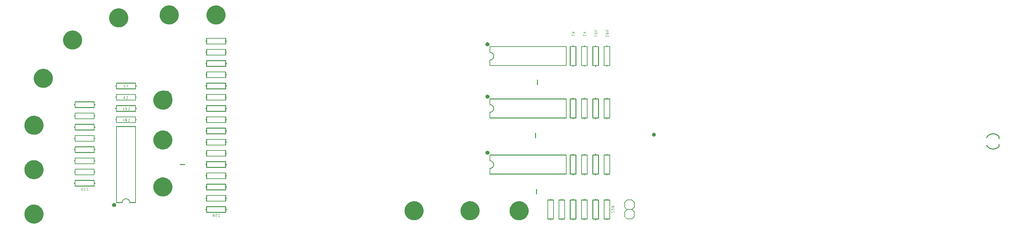
<source format=gbo>
%MOIN*%
%OFA0B0*%
%FSLAX44Y44*%
%IPPOS*%
%LPD*%
%LPD*%
G36*
X00109159Y00015913D02*
G01*
X00109160Y00015913D01*
X00109162Y00015915D01*
X00109231Y00015973D01*
X00109232Y00015973D01*
X00109232Y00015975D01*
X00109232Y00015976D01*
X00109232Y00015978D01*
X00109232Y00015980D01*
X00109231Y00015981D01*
X00109229Y00015982D01*
X00109228Y00015982D01*
X00109225Y00015982D01*
X00109225Y00015981D01*
X00109156Y00015923D01*
X00109155Y00015922D01*
X00109154Y00015921D01*
X00109154Y00015919D01*
X00109154Y00015918D01*
X00109155Y00015915D01*
X00109156Y00015915D01*
X00109157Y00015913D01*
X00109159Y00015913D01*
G37*
G36*
X00109159Y00015913D02*
G01*
X00109160Y00015915D01*
X00109162Y00015915D01*
X00109162Y00015915D01*
X00109164Y00015918D01*
X00109164Y00015919D01*
X00109164Y00015921D01*
X00109162Y00015922D01*
X00109151Y00015935D01*
X00109150Y00015936D01*
X00109148Y00015938D01*
X00109146Y00015938D01*
X00109145Y00015938D01*
X00109144Y00015936D01*
X00109143Y00015935D01*
X00109141Y00015934D01*
X00109141Y00015933D01*
X00109141Y00015931D01*
X00109143Y00015930D01*
X00109155Y00015915D01*
X00109156Y00015915D01*
X00109157Y00015915D01*
X00109159Y00015913D01*
G37*
G36*
X00109146Y00015928D02*
G01*
X00109148Y00015928D01*
X00109150Y00015929D01*
X00109151Y00015930D01*
X00109152Y00015931D01*
X00109152Y00015933D01*
X00109152Y00015934D01*
X00109151Y00015935D01*
X00109139Y00015949D01*
X00109138Y00015950D01*
X00109136Y00015951D01*
X00109135Y00015951D01*
X00109133Y00015951D01*
X00109132Y00015950D01*
X00109130Y00015949D01*
X00109130Y00015948D01*
X00109130Y00015946D01*
X00109130Y00015945D01*
X00109130Y00015943D01*
X00109143Y00015930D01*
X00109144Y00015929D01*
X00109145Y00015928D01*
X00109146Y00015928D01*
G37*
G36*
X00109135Y00015940D02*
G01*
X00109136Y00015942D01*
X00109138Y00015942D01*
X00109139Y00015943D01*
X00109140Y00015945D01*
X00109140Y00015946D01*
X00109140Y00015948D01*
X00109139Y00015949D01*
X00109126Y00015962D01*
X00109124Y00015963D01*
X00109124Y00015964D01*
X00109122Y00015964D01*
X00109121Y00015964D01*
X00109118Y00015963D01*
X00109118Y00015962D01*
X00109118Y00015961D01*
X00109117Y00015959D01*
X00109118Y00015958D01*
X00109118Y00015955D01*
X00109130Y00015943D01*
X00109132Y00015942D01*
X00109133Y00015942D01*
X00109135Y00015940D01*
G37*
G36*
X00109122Y00015954D02*
G01*
X00109124Y00015955D01*
X00109124Y00015955D01*
X00109126Y00015955D01*
X00109126Y00015958D01*
X00109126Y00015959D01*
X00109126Y00015961D01*
X00109126Y00015962D01*
X00109112Y00015975D01*
X00109111Y00015976D01*
X00109108Y00015976D01*
X00109108Y00015976D01*
X00109107Y00015975D01*
X00109105Y00015975D01*
X00109105Y00015973D01*
X00109103Y00015972D01*
X00109105Y00015971D01*
X00109105Y00015969D01*
X00109118Y00015955D01*
X00109121Y00015955D01*
X00109122Y00015954D01*
G37*
G36*
X00109108Y00015967D02*
G01*
X00109111Y00015967D01*
X00109112Y00015968D01*
X00109114Y00015969D01*
X00109114Y00015971D01*
X00109114Y00015972D01*
X00109114Y00015973D01*
X00109114Y00015975D01*
X00109112Y00015975D01*
X00109099Y00015989D01*
X00109098Y00015989D01*
X00109096Y00015990D01*
X00109095Y00015989D01*
X00109092Y00015989D01*
X00109092Y00015988D01*
X00109092Y00015986D01*
X00109091Y00015985D01*
X00109092Y00015983D01*
X00109092Y00015982D01*
X00109092Y00015981D01*
X00109107Y00015968D01*
X00109108Y00015967D01*
X00109108Y00015967D01*
G37*
G36*
X00109096Y00015980D02*
G01*
X00109098Y00015980D01*
X00109099Y00015981D01*
X00109100Y00015982D01*
X00109101Y00015983D01*
X00109101Y00015985D01*
X00109101Y00015986D01*
X00109100Y00015988D01*
X00109099Y00015989D01*
X00109086Y00016000D01*
X00109085Y00016002D01*
X00109083Y00016002D01*
X00109080Y00016002D01*
X00109080Y00016000D01*
X00109079Y00016000D01*
X00109078Y00015998D01*
X00109078Y00015996D01*
X00109078Y00015995D01*
X00109079Y00015994D01*
X00109080Y00015993D01*
X00109092Y00015981D01*
X00109095Y00015980D01*
X00109096Y00015980D01*
G37*
G36*
X00109083Y00015992D02*
G01*
X00109085Y00015992D01*
X00109086Y00015993D01*
X00109087Y00015994D01*
X00109088Y00015995D01*
X00109088Y00015996D01*
X00109088Y00015998D01*
X00109087Y00016000D01*
X00109086Y00016000D01*
X00109072Y00016013D01*
X00109071Y00016013D01*
X00109069Y00016014D01*
X00109068Y00016013D01*
X00109065Y00016013D01*
X00109065Y00016012D01*
X00109065Y00016010D01*
X00109064Y00016009D01*
X00109065Y00016007D01*
X00109065Y00016006D01*
X00109065Y00016005D01*
X00109080Y00015993D01*
X00109080Y00015992D01*
X00109083Y00015992D01*
G37*
G36*
X00109069Y00016004D02*
G01*
X00109071Y00016004D01*
X00109072Y00016005D01*
X00109073Y00016006D01*
X00109074Y00016007D01*
X00109074Y00016009D01*
X00109074Y00016010D01*
X00109073Y00016012D01*
X00109072Y00016013D01*
X00109058Y00016024D01*
X00109057Y00016025D01*
X00109055Y00016025D01*
X00109054Y00016025D01*
X00109052Y00016024D01*
X00109050Y00016023D01*
X00109050Y00016022D01*
X00109050Y00016020D01*
X00109050Y00016019D01*
X00109050Y00016016D01*
X00109052Y00016016D01*
X00109065Y00016005D01*
X00109068Y00016004D01*
X00109069Y00016004D01*
G37*
G36*
X00109055Y00016015D02*
G01*
X00109057Y00016015D01*
X00109058Y00016016D01*
X00109059Y00016016D01*
X00109060Y00016019D01*
X00109060Y00016020D01*
X00109060Y00016022D01*
X00109059Y00016023D01*
X00109058Y00016024D01*
X00109044Y00016035D01*
X00109042Y00016035D01*
X00109041Y00016035D01*
X00109040Y00016035D01*
X00109038Y00016035D01*
X00109037Y00016033D01*
X00109036Y00016033D01*
X00109036Y00016031D01*
X00109036Y00016030D01*
X00109037Y00016028D01*
X00109038Y00016027D01*
X00109052Y00016016D01*
X00109054Y00016015D01*
X00109055Y00016015D01*
G37*
G36*
X00109041Y00016026D02*
G01*
X00109042Y00016027D01*
X00109044Y00016027D01*
X00109044Y00016028D01*
X00109046Y00016030D01*
X00109046Y00016031D01*
X00109046Y00016033D01*
X00109044Y00016033D01*
X00109044Y00016035D01*
X00109030Y00016046D01*
X00109027Y00016047D01*
X00109027Y00016047D01*
X00109025Y00016047D01*
X00109024Y00016046D01*
X00109022Y00016045D01*
X00109022Y00016044D01*
X00109022Y00016042D01*
X00109022Y00016041D01*
X00109022Y00016039D01*
X00109024Y00016037D01*
X00109038Y00016027D01*
X00109040Y00016027D01*
X00109041Y00016026D01*
G37*
G36*
X00109027Y00016036D02*
G01*
X00109027Y00016036D01*
X00109030Y00016037D01*
X00109031Y00016039D01*
X00109031Y00016041D01*
X00109032Y00016042D01*
X00109031Y00016044D01*
X00109031Y00016045D01*
X00109030Y00016046D01*
X00109015Y00016056D01*
X00109012Y00016056D01*
X00109012Y00016057D01*
X00109010Y00016056D01*
X00109009Y00016056D01*
X00109008Y00016056D01*
X00109006Y00016054D01*
X00109006Y00016053D01*
X00109006Y00016051D01*
X00109008Y00016050D01*
X00109009Y00016049D01*
X00109024Y00016037D01*
X00109025Y00016036D01*
X00109027Y00016036D01*
G37*
G36*
X00109012Y00016048D02*
G01*
X00109012Y00016048D01*
X00109015Y00016049D01*
X00109016Y00016050D01*
X00109017Y00016051D01*
X00109017Y00016053D01*
X00109017Y00016054D01*
X00109016Y00016056D01*
X00109015Y00016056D01*
X00109000Y00016067D01*
X00108998Y00016068D01*
X00108997Y00016068D01*
X00108995Y00016068D01*
X00108994Y00016067D01*
X00108993Y00016066D01*
X00108992Y00016064D01*
X00108992Y00016062D01*
X00108992Y00016060D01*
X00108993Y00016060D01*
X00108994Y00016058D01*
X00109009Y00016049D01*
X00109010Y00016048D01*
X00109012Y00016048D01*
G37*
G36*
X00108997Y00016057D02*
G01*
X00108998Y00016057D01*
X00109000Y00016058D01*
X00109001Y00016060D01*
X00109002Y00016060D01*
X00109002Y00016062D01*
X00109002Y00016064D01*
X00109001Y00016066D01*
X00109000Y00016067D01*
X00108985Y00016076D01*
X00108983Y00016076D01*
X00108981Y00016077D01*
X00108980Y00016076D01*
X00108979Y00016076D01*
X00108978Y00016076D01*
X00108977Y00016074D01*
X00108977Y00016073D01*
X00108977Y00016071D01*
X00108978Y00016070D01*
X00108979Y00016069D01*
X00108994Y00016058D01*
X00108995Y00016057D01*
X00108997Y00016057D01*
G37*
G36*
X00108981Y00016068D02*
G01*
X00108983Y00016068D01*
X00108985Y00016069D01*
X00108986Y00016070D01*
X00108986Y00016071D01*
X00108987Y00016073D01*
X00108986Y00016074D01*
X00108986Y00016076D01*
X00108985Y00016076D01*
X00108969Y00016086D01*
X00108968Y00016087D01*
X00108965Y00016087D01*
X00108965Y00016087D01*
X00108963Y00016086D01*
X00108962Y00016085D01*
X00108961Y00016084D01*
X00108961Y00016082D01*
X00108961Y00016080D01*
X00108962Y00016079D01*
X00108963Y00016077D01*
X00108979Y00016069D01*
X00108980Y00016068D01*
X00108981Y00016068D01*
G37*
G36*
X00108965Y00016076D02*
G01*
X00108968Y00016076D01*
X00108969Y00016077D01*
X00108970Y00016079D01*
X00108971Y00016080D01*
X00108971Y00016082D01*
X00108971Y00016084D01*
X00108970Y00016085D01*
X00108969Y00016086D01*
X00108953Y00016095D01*
X00108952Y00016095D01*
X00108951Y00016095D01*
X00108949Y00016095D01*
X00108948Y00016095D01*
X00108946Y00016094D01*
X00108946Y00016093D01*
X00108945Y00016091D01*
X00108946Y00016089D01*
X00108946Y00016088D01*
X00108948Y00016087D01*
X00108963Y00016077D01*
X00108965Y00016076D01*
X00108965Y00016076D01*
G37*
G36*
X00108951Y00016086D02*
G01*
X00108952Y00016086D01*
X00108953Y00016087D01*
X00108955Y00016088D01*
X00108955Y00016089D01*
X00108955Y00016091D01*
X00108955Y00016093D01*
X00108955Y00016094D01*
X00108953Y00016095D01*
X00108938Y00016104D01*
X00108936Y00016104D01*
X00108935Y00016105D01*
X00108933Y00016104D01*
X00108932Y00016104D01*
X00108931Y00016103D01*
X00108930Y00016101D01*
X00108930Y00016100D01*
X00108930Y00016097D01*
X00108931Y00016096D01*
X00108932Y00016095D01*
X00108948Y00016087D01*
X00108949Y00016086D01*
X00108951Y00016086D01*
G37*
G36*
X00108935Y00016095D02*
G01*
X00108936Y00016095D01*
X00108938Y00016095D01*
X00108939Y00016096D01*
X00108939Y00016097D01*
X00108940Y00016100D01*
X00108939Y00016101D01*
X00108939Y00016103D01*
X00108938Y00016104D01*
X00108920Y00016112D01*
X00108920Y00016113D01*
X00108919Y00016113D01*
X00108917Y00016113D01*
X00108916Y00016112D01*
X00108914Y00016111D01*
X00108914Y00016109D01*
X00108914Y00016108D01*
X00108914Y00016106D01*
X00108914Y00016105D01*
X00108916Y00016104D01*
X00108932Y00016095D01*
X00108933Y00016095D01*
X00108935Y00016095D01*
G37*
G36*
X00108919Y00016103D02*
G01*
X00108920Y00016103D01*
X00108920Y00016104D01*
X00108923Y00016105D01*
X00108923Y00016106D01*
X00108924Y00016108D01*
X00108923Y00016109D01*
X00108923Y00016111D01*
X00108920Y00016112D01*
X00108920Y00016113D01*
X00108904Y00016120D01*
X00108902Y00016120D01*
X00108901Y00016120D01*
X00108899Y00016120D01*
X00108897Y00016118D01*
X00108897Y00016117D01*
X00108897Y00016116D01*
X00108897Y00016114D01*
X00108897Y00016113D01*
X00108899Y00016112D01*
X00108901Y00016111D01*
X00108917Y00016103D01*
X00108919Y00016103D01*
G37*
G36*
X00108902Y00016111D02*
G01*
X00108904Y00016111D01*
X00108905Y00016112D01*
X00108905Y00016113D01*
X00108907Y00016114D01*
X00108907Y00016116D01*
X00108907Y00016117D01*
X00108905Y00016118D01*
X00108905Y00016120D01*
X00108904Y00016120D01*
X00108887Y00016128D01*
X00108886Y00016128D01*
X00108884Y00016128D01*
X00108883Y00016127D01*
X00108882Y00016126D01*
X00108881Y00016125D01*
X00108881Y00016122D01*
X00108881Y00016122D01*
X00108882Y00016120D01*
X00108883Y00016118D01*
X00108884Y00016118D01*
X00108901Y00016111D01*
X00108902Y00016111D01*
G37*
G36*
X00108886Y00016117D02*
G01*
X00108887Y00016118D01*
X00108889Y00016118D01*
X00108890Y00016120D01*
X00108890Y00016122D01*
X00108890Y00016122D01*
X00108890Y00016125D01*
X00108890Y00016126D01*
X00108889Y00016127D01*
X00108887Y00016128D01*
X00108871Y00016135D01*
X00108869Y00016135D01*
X00108867Y00016135D01*
X00108866Y00016134D01*
X00108865Y00016133D01*
X00108863Y00016132D01*
X00108863Y00016130D01*
X00108863Y00016129D01*
X00108865Y00016127D01*
X00108866Y00016126D01*
X00108867Y00016126D01*
X00108884Y00016118D01*
X00108886Y00016117D01*
G37*
G36*
X00108869Y00016125D02*
G01*
X00108871Y00016126D01*
X00108872Y00016126D01*
X00108873Y00016127D01*
X00108874Y00016129D01*
X00108874Y00016130D01*
X00108874Y00016132D01*
X00108873Y00016133D01*
X00108872Y00016134D01*
X00108871Y00016135D01*
X00108854Y00016142D01*
X00108852Y00016142D01*
X00108851Y00016142D01*
X00108849Y00016141D01*
X00108847Y00016140D01*
X00108847Y00016138D01*
X00108847Y00016137D01*
X00108847Y00016135D01*
X00108847Y00016134D01*
X00108849Y00016133D01*
X00108851Y00016132D01*
X00108867Y00016126D01*
X00108869Y00016125D01*
G37*
G36*
X00108852Y00016132D02*
G01*
X00108854Y00016132D01*
X00108855Y00016133D01*
X00108856Y00016134D01*
X00108857Y00016135D01*
X00108857Y00016137D01*
X00108857Y00016138D01*
X00108856Y00016140D01*
X00108855Y00016141D01*
X00108854Y00016142D01*
X00108836Y00016148D01*
X00108835Y00016148D01*
X00108834Y00016148D01*
X00108831Y00016147D01*
X00108831Y00016146D01*
X00108831Y00016145D01*
X00108829Y00016143D01*
X00108831Y00016142D01*
X00108831Y00016140D01*
X00108831Y00016138D01*
X00108834Y00016138D01*
X00108851Y00016132D01*
X00108852Y00016132D01*
G37*
G36*
X00108835Y00016137D02*
G01*
X00108836Y00016138D01*
X00108838Y00016138D01*
X00108839Y00016140D01*
X00108840Y00016142D01*
X00108840Y00016143D01*
X00108840Y00016145D01*
X00108839Y00016146D01*
X00108838Y00016147D01*
X00108836Y00016148D01*
X00108820Y00016154D01*
X00108818Y00016154D01*
X00108817Y00016154D01*
X00108815Y00016153D01*
X00108814Y00016152D01*
X00108813Y00016151D01*
X00108813Y00016149D01*
X00108813Y00016148D01*
X00108814Y00016146D01*
X00108815Y00016145D01*
X00108817Y00016144D01*
X00108834Y00016138D01*
X00108835Y00016137D01*
G37*
G36*
X00108818Y00016144D02*
G01*
X00108820Y00016144D01*
X00108821Y00016145D01*
X00108821Y00016146D01*
X00108823Y00016148D01*
X00108823Y00016149D01*
X00108823Y00016151D01*
X00108821Y00016152D01*
X00108821Y00016153D01*
X00108820Y00016154D01*
X00108802Y00016158D01*
X00108801Y00016160D01*
X00108798Y00016158D01*
X00108798Y00016158D01*
X00108797Y00016157D01*
X00108796Y00016155D01*
X00108796Y00016155D01*
X00108796Y00016153D01*
X00108797Y00016152D01*
X00108798Y00016151D01*
X00108798Y00016150D01*
X00108817Y00016144D01*
X00108818Y00016144D01*
G37*
G36*
X00108801Y00016150D02*
G01*
X00108802Y00016150D01*
X00108804Y00016151D01*
X00108805Y00016152D01*
X00108806Y00016153D01*
X00108806Y00016155D01*
X00108806Y00016155D01*
X00108805Y00016157D01*
X00108804Y00016158D01*
X00108802Y00016158D01*
X00108785Y00016164D01*
X00108783Y00016165D01*
X00108782Y00016164D01*
X00108781Y00016164D01*
X00108780Y00016163D01*
X00108779Y00016161D01*
X00108779Y00016160D01*
X00108779Y00016157D01*
X00108780Y00016157D01*
X00108781Y00016155D01*
X00108782Y00016155D01*
X00108798Y00016150D01*
X00108801Y00016150D01*
G37*
G36*
X00108783Y00016155D02*
G01*
X00108785Y00016155D01*
X00108787Y00016155D01*
X00108788Y00016157D01*
X00108788Y00016157D01*
X00108789Y00016160D01*
X00108788Y00016161D01*
X00108788Y00016163D01*
X00108787Y00016164D01*
X00108785Y00016164D01*
X00108768Y00016169D01*
X00108766Y00016169D01*
X00108765Y00016169D01*
X00108763Y00016168D01*
X00108761Y00016167D01*
X00108760Y00016166D01*
X00108760Y00016164D01*
X00108760Y00016163D01*
X00108761Y00016161D01*
X00108763Y00016160D01*
X00108765Y00016160D01*
X00108782Y00016155D01*
X00108783Y00016155D01*
G37*
G36*
X00108766Y00016158D02*
G01*
X00108768Y00016160D01*
X00108768Y00016160D01*
X00108770Y00016161D01*
X00108771Y00016163D01*
X00108771Y00016164D01*
X00108771Y00016166D01*
X00108770Y00016167D01*
X00108768Y00016168D01*
X00108768Y00016169D01*
X00108750Y00016173D01*
X00108748Y00016173D01*
X00108747Y00016173D01*
X00108745Y00016173D01*
X00108744Y00016171D01*
X00108744Y00016170D01*
X00108743Y00016168D01*
X00108744Y00016167D01*
X00108744Y00016166D01*
X00108745Y00016164D01*
X00108747Y00016164D01*
X00108765Y00016160D01*
X00108766Y00016158D01*
G37*
G36*
X00108748Y00016163D02*
G01*
X00108750Y00016164D01*
X00108751Y00016164D01*
X00108752Y00016166D01*
X00108752Y00016167D01*
X00108752Y00016168D01*
X00108752Y00016170D01*
X00108752Y00016171D01*
X00108751Y00016173D01*
X00108750Y00016173D01*
X00108732Y00016177D01*
X00108731Y00016177D01*
X00108729Y00016177D01*
X00108728Y00016176D01*
X00108727Y00016175D01*
X00108726Y00016174D01*
X00108726Y00016172D01*
X00108726Y00016171D01*
X00108727Y00016169D01*
X00108728Y00016168D01*
X00108729Y00016167D01*
X00108747Y00016164D01*
X00108748Y00016163D01*
G37*
G36*
X00108731Y00016167D02*
G01*
X00108732Y00016167D01*
X00108734Y00016168D01*
X00108735Y00016169D01*
X00108736Y00016171D01*
X00108736Y00016172D01*
X00108736Y00016174D01*
X00108735Y00016175D01*
X00108734Y00016176D01*
X00108732Y00016177D01*
X00108714Y00016180D01*
X00108713Y00016180D01*
X00108711Y00016180D01*
X00108710Y00016180D01*
X00108709Y00016178D01*
X00108707Y00016177D01*
X00108707Y00016176D01*
X00108707Y00016174D01*
X00108709Y00016173D01*
X00108710Y00016172D01*
X00108711Y00016171D01*
X00108729Y00016167D01*
X00108731Y00016167D01*
G37*
G36*
X00108713Y00016171D02*
G01*
X00108714Y00016171D01*
X00108716Y00016172D01*
X00108717Y00016173D01*
X00108718Y00016174D01*
X00108718Y00016176D01*
X00108718Y00016177D01*
X00108717Y00016178D01*
X00108716Y00016180D01*
X00108714Y00016180D01*
X00108697Y00016182D01*
X00108695Y00016184D01*
X00108694Y00016182D01*
X00108692Y00016182D01*
X00108691Y00016180D01*
X00108690Y00016180D01*
X00108690Y00016178D01*
X00108690Y00016177D01*
X00108691Y00016176D01*
X00108692Y00016174D01*
X00108694Y00016174D01*
X00108711Y00016171D01*
X00108713Y00016171D01*
G37*
G36*
X00108695Y00016174D02*
G01*
X00108697Y00016174D01*
X00108698Y00016174D01*
X00108698Y00016176D01*
X00108699Y00016177D01*
X00108699Y00016178D01*
X00108699Y00016180D01*
X00108698Y00016180D01*
X00108698Y00016182D01*
X00108697Y00016182D01*
X00108695Y00016184D01*
X00108676Y00016186D01*
X00108676Y00016186D01*
X00108674Y00016184D01*
X00108673Y00016184D01*
X00108672Y00016182D01*
X00108672Y00016180D01*
X00108672Y00016178D01*
X00108673Y00016177D01*
X00108674Y00016177D01*
X00108676Y00016176D01*
X00108676Y00016176D01*
X00108695Y00016174D01*
G37*
G36*
X00108676Y00016176D02*
G01*
X00108679Y00016176D01*
X00108680Y00016177D01*
X00108681Y00016177D01*
X00108682Y00016178D01*
X00108682Y00016180D01*
X00108682Y00016182D01*
X00108681Y00016184D01*
X00108680Y00016184D01*
X00108679Y00016186D01*
X00108676Y00016186D01*
X00108659Y00016188D01*
X00108658Y00016188D01*
X00108656Y00016187D01*
X00108655Y00016186D01*
X00108654Y00016184D01*
X00108654Y00016182D01*
X00108654Y00016182D01*
X00108655Y00016180D01*
X00108656Y00016178D01*
X00108658Y00016177D01*
X00108659Y00016177D01*
X00108676Y00016176D01*
G37*
G36*
X00108659Y00016177D02*
G01*
X00108661Y00016177D01*
X00108661Y00016178D01*
X00108663Y00016180D01*
X00108664Y00016182D01*
X00108664Y00016182D01*
X00108664Y00016184D01*
X00108663Y00016186D01*
X00108661Y00016187D01*
X00108661Y00016188D01*
X00108659Y00016188D01*
X00108641Y00016190D01*
X00108640Y00016189D01*
X00108638Y00016189D01*
X00108637Y00016188D01*
X00108636Y00016186D01*
X00108636Y00016184D01*
X00108636Y00016182D01*
X00108637Y00016182D01*
X00108638Y00016180D01*
X00108640Y00016180D01*
X00108641Y00016180D01*
X00108659Y00016177D01*
G37*
G36*
X00108641Y00016180D02*
G01*
X00108643Y00016180D01*
X00108644Y00016180D01*
X00108644Y00016182D01*
X00108646Y00016182D01*
X00108646Y00016184D01*
X00108646Y00016186D01*
X00108644Y00016188D01*
X00108644Y00016189D01*
X00108643Y00016189D01*
X00108641Y00016190D01*
X00108623Y00016191D01*
X00108622Y00016191D01*
X00108620Y00016190D01*
X00108618Y00016189D01*
X00108618Y00016187D01*
X00108618Y00016186D01*
X00108618Y00016184D01*
X00108618Y00016182D01*
X00108620Y00016182D01*
X00108622Y00016180D01*
X00108623Y00016180D01*
X00108641Y00016180D01*
G37*
G36*
X00108623Y00016180D02*
G01*
X00108625Y00016180D01*
X00108626Y00016182D01*
X00108627Y00016182D01*
X00108628Y00016184D01*
X00108628Y00016186D01*
X00108628Y00016187D01*
X00108627Y00016189D01*
X00108626Y00016190D01*
X00108625Y00016191D01*
X00108623Y00016191D01*
X00108605Y00016192D01*
X00108604Y00016191D01*
X00108602Y00016191D01*
X00108600Y00016190D01*
X00108600Y00016188D01*
X00108600Y00016187D01*
X00108600Y00016184D01*
X00108600Y00016184D01*
X00108602Y00016182D01*
X00108604Y00016182D01*
X00108605Y00016182D01*
X00108623Y00016180D01*
G37*
G36*
X00108605Y00016182D02*
G01*
X00108607Y00016182D01*
X00108608Y00016182D01*
X00108609Y00016184D01*
X00108610Y00016184D01*
X00108610Y00016187D01*
X00108610Y00016188D01*
X00108609Y00016190D01*
X00108608Y00016191D01*
X00108607Y00016191D01*
X00108605Y00016192D01*
X00108587Y00016192D01*
X00108585Y00016192D01*
X00108584Y00016191D01*
X00108583Y00016190D01*
X00108582Y00016189D01*
X00108582Y00016187D01*
X00108582Y00016186D01*
X00108583Y00016184D01*
X00108584Y00016182D01*
X00108585Y00016182D01*
X00108587Y00016182D01*
X00108605Y00016182D01*
G37*
G36*
X00108587Y00016182D02*
G01*
X00108589Y00016182D01*
X00108590Y00016182D01*
X00108591Y00016184D01*
X00108592Y00016186D01*
X00108592Y00016187D01*
X00108592Y00016277D01*
X00108592Y00016278D01*
X00108591Y00016279D01*
X00108590Y00016281D01*
X00108589Y00016282D01*
X00108587Y00016282D01*
X00108585Y00016282D01*
X00108584Y00016281D01*
X00108583Y00016279D01*
X00108582Y00016278D01*
X00108582Y00016277D01*
X00108582Y00016187D01*
X00108582Y00016186D01*
X00108583Y00016184D01*
X00108584Y00016182D01*
X00108585Y00016182D01*
X00108587Y00016182D01*
G37*
G36*
X00108587Y00016272D02*
G01*
X00108589Y00016272D01*
X00108590Y00016273D01*
X00108591Y00016274D01*
X00108592Y00016276D01*
X00108592Y00016277D01*
X00108592Y00016278D01*
X00108591Y00016279D01*
X00108590Y00016281D01*
X00108589Y00016282D01*
X00108587Y00016282D01*
X00108585Y00016282D01*
X00108584Y00016281D01*
X00108583Y00016279D01*
X00108582Y00016278D01*
X00108582Y00016277D01*
X00108582Y00016275D01*
X00108583Y00016274D01*
X00108584Y00016273D01*
X00108585Y00016272D01*
X00108587Y00016272D01*
G37*
G36*
X00108607Y00016272D02*
G01*
X00108609Y00016272D01*
X00108610Y00016273D01*
X00108611Y00016274D01*
X00108612Y00016275D01*
X00108612Y00016277D01*
X00108612Y00016277D01*
X00108611Y00016279D01*
X00108610Y00016281D01*
X00108609Y00016281D01*
X00108607Y00016282D01*
X00108587Y00016282D01*
X00108585Y00016282D01*
X00108584Y00016281D01*
X00108583Y00016279D01*
X00108582Y00016278D01*
X00108582Y00016277D01*
X00108582Y00016276D01*
X00108583Y00016274D01*
X00108584Y00016273D01*
X00108585Y00016272D01*
X00108587Y00016272D01*
X00108607Y00016272D01*
G37*
G36*
X00108628Y00016271D02*
G01*
X00108628Y00016271D01*
X00108630Y00016272D01*
X00108632Y00016273D01*
X00108632Y00016274D01*
X00108633Y00016276D01*
X00108632Y00016277D01*
X00108632Y00016278D01*
X00108630Y00016279D01*
X00108628Y00016281D01*
X00108628Y00016281D01*
X00108607Y00016282D01*
X00108606Y00016281D01*
X00108604Y00016281D01*
X00108603Y00016279D01*
X00108603Y00016277D01*
X00108602Y00016277D01*
X00108603Y00016275D01*
X00108603Y00016274D01*
X00108604Y00016273D01*
X00108606Y00016272D01*
X00108607Y00016272D01*
X00108628Y00016271D01*
G37*
G36*
X00108648Y00016270D02*
G01*
X00108649Y00016270D01*
X00108650Y00016270D01*
X00108652Y00016272D01*
X00108653Y00016273D01*
X00108653Y00016274D01*
X00108653Y00016276D01*
X00108652Y00016277D01*
X00108650Y00016278D01*
X00108649Y00016278D01*
X00108648Y00016279D01*
X00108628Y00016281D01*
X00108626Y00016281D01*
X00108625Y00016279D01*
X00108623Y00016278D01*
X00108623Y00016277D01*
X00108623Y00016276D01*
X00108623Y00016274D01*
X00108623Y00016273D01*
X00108625Y00016272D01*
X00108626Y00016271D01*
X00108628Y00016271D01*
X00108648Y00016270D01*
G37*
G36*
X00108668Y00016268D02*
G01*
X00108670Y00016268D01*
X00108671Y00016269D01*
X00108672Y00016270D01*
X00108673Y00016271D01*
X00108673Y00016273D01*
X00108673Y00016274D01*
X00108672Y00016276D01*
X00108671Y00016277D01*
X00108670Y00016277D01*
X00108668Y00016277D01*
X00108648Y00016279D01*
X00108646Y00016278D01*
X00108644Y00016278D01*
X00108644Y00016277D01*
X00108643Y00016276D01*
X00108643Y00016274D01*
X00108643Y00016273D01*
X00108644Y00016272D01*
X00108644Y00016270D01*
X00108646Y00016270D01*
X00108648Y00016270D01*
X00108668Y00016268D01*
G37*
G36*
X00108688Y00016265D02*
G01*
X00108690Y00016266D01*
X00108691Y00016266D01*
X00108692Y00016267D01*
X00108693Y00016269D01*
X00108693Y00016270D01*
X00108693Y00016272D01*
X00108692Y00016273D01*
X00108691Y00016274D01*
X00108690Y00016275D01*
X00108688Y00016275D01*
X00108668Y00016277D01*
X00108666Y00016277D01*
X00108665Y00016277D01*
X00108664Y00016276D01*
X00108663Y00016274D01*
X00108663Y00016273D01*
X00108663Y00016271D01*
X00108664Y00016270D01*
X00108665Y00016269D01*
X00108666Y00016268D01*
X00108668Y00016268D01*
X00108688Y00016265D01*
G37*
G36*
X00108707Y00016263D02*
G01*
X00108710Y00016263D01*
X00108711Y00016264D01*
X00108712Y00016265D01*
X00108713Y00016266D01*
X00108713Y00016268D01*
X00108713Y00016269D01*
X00108712Y00016271D01*
X00108711Y00016272D01*
X00108710Y00016272D01*
X00108707Y00016273D01*
X00108688Y00016275D01*
X00108687Y00016275D01*
X00108684Y00016274D01*
X00108684Y00016273D01*
X00108682Y00016272D01*
X00108682Y00016270D01*
X00108682Y00016269D01*
X00108684Y00016267D01*
X00108684Y00016266D01*
X00108687Y00016266D01*
X00108688Y00016265D01*
X00108707Y00016263D01*
G37*
G36*
X00108728Y00016258D02*
G01*
X00108730Y00016259D01*
X00108731Y00016259D01*
X00108732Y00016261D01*
X00108733Y00016263D01*
X00108733Y00016264D01*
X00108733Y00016266D01*
X00108732Y00016267D01*
X00108731Y00016268D01*
X00108730Y00016269D01*
X00108710Y00016272D01*
X00108707Y00016273D01*
X00108707Y00016272D01*
X00108705Y00016272D01*
X00108704Y00016271D01*
X00108703Y00016269D01*
X00108703Y00016268D01*
X00108703Y00016266D01*
X00108704Y00016265D01*
X00108705Y00016264D01*
X00108707Y00016263D01*
X00108727Y00016259D01*
X00108728Y00016258D01*
G37*
G36*
X00108748Y00016256D02*
G01*
X00108750Y00016256D01*
X00108751Y00016257D01*
X00108752Y00016258D01*
X00108752Y00016258D01*
X00108752Y00016261D01*
X00108752Y00016262D01*
X00108752Y00016263D01*
X00108751Y00016265D01*
X00108750Y00016265D01*
X00108730Y00016269D01*
X00108728Y00016269D01*
X00108727Y00016269D01*
X00108725Y00016268D01*
X00108723Y00016267D01*
X00108723Y00016266D01*
X00108722Y00016264D01*
X00108723Y00016263D01*
X00108723Y00016261D01*
X00108725Y00016259D01*
X00108727Y00016259D01*
X00108747Y00016256D01*
X00108748Y00016256D01*
G37*
G36*
X00108768Y00016251D02*
G01*
X00108770Y00016252D01*
X00108771Y00016252D01*
X00108772Y00016253D01*
X00108773Y00016255D01*
X00108773Y00016256D01*
X00108773Y00016258D01*
X00108772Y00016258D01*
X00108771Y00016259D01*
X00108770Y00016261D01*
X00108750Y00016265D01*
X00108748Y00016266D01*
X00108747Y00016265D01*
X00108745Y00016265D01*
X00108744Y00016263D01*
X00108743Y00016262D01*
X00108743Y00016261D01*
X00108743Y00016258D01*
X00108744Y00016258D01*
X00108745Y00016257D01*
X00108747Y00016256D01*
X00108766Y00016252D01*
X00108768Y00016251D01*
G37*
G36*
X00108788Y00016247D02*
G01*
X00108789Y00016247D01*
X00108791Y00016248D01*
X00108792Y00016249D01*
X00108792Y00016250D01*
X00108793Y00016252D01*
X00108792Y00016253D01*
X00108792Y00016255D01*
X00108791Y00016256D01*
X00108789Y00016256D01*
X00108770Y00016261D01*
X00108768Y00016261D01*
X00108766Y00016261D01*
X00108765Y00016259D01*
X00108764Y00016258D01*
X00108763Y00016258D01*
X00108763Y00016256D01*
X00108763Y00016255D01*
X00108764Y00016253D01*
X00108765Y00016252D01*
X00108766Y00016252D01*
X00108786Y00016247D01*
X00108788Y00016247D01*
G37*
G36*
X00108806Y00016240D02*
G01*
X00108809Y00016242D01*
X00108809Y00016242D01*
X00108811Y00016244D01*
X00108812Y00016244D01*
X00108812Y00016246D01*
X00108812Y00016248D01*
X00108811Y00016249D01*
X00108809Y00016251D01*
X00108809Y00016251D01*
X00108789Y00016256D01*
X00108788Y00016257D01*
X00108786Y00016256D01*
X00108785Y00016256D01*
X00108783Y00016255D01*
X00108783Y00016253D01*
X00108783Y00016252D01*
X00108783Y00016250D01*
X00108783Y00016249D01*
X00108785Y00016248D01*
X00108786Y00016247D01*
X00108806Y00016242D01*
X00108806Y00016240D01*
G37*
G36*
X00108827Y00016236D02*
G01*
X00108828Y00016236D01*
X00108829Y00016237D01*
X00108831Y00016238D01*
X00108831Y00016238D01*
X00108831Y00016240D01*
X00108831Y00016242D01*
X00108831Y00016244D01*
X00108829Y00016244D01*
X00108828Y00016246D01*
X00108809Y00016251D01*
X00108806Y00016251D01*
X00108806Y00016251D01*
X00108804Y00016251D01*
X00108803Y00016249D01*
X00108803Y00016248D01*
X00108802Y00016246D01*
X00108803Y00016244D01*
X00108803Y00016244D01*
X00108804Y00016242D01*
X00108806Y00016242D01*
X00108825Y00016236D01*
X00108827Y00016236D01*
G37*
G36*
X00108846Y00016230D02*
G01*
X00108847Y00016230D01*
X00108849Y00016231D01*
X00108850Y00016232D01*
X00108851Y00016233D01*
X00108851Y00016235D01*
X00108851Y00016236D01*
X00108850Y00016238D01*
X00108849Y00016238D01*
X00108847Y00016238D01*
X00108828Y00016246D01*
X00108827Y00016246D01*
X00108825Y00016246D01*
X00108824Y00016244D01*
X00108823Y00016244D01*
X00108821Y00016242D01*
X00108821Y00016240D01*
X00108821Y00016238D01*
X00108823Y00016238D01*
X00108824Y00016237D01*
X00108825Y00016236D01*
X00108845Y00016230D01*
X00108846Y00016230D01*
G37*
G36*
X00108865Y00016223D02*
G01*
X00108867Y00016223D01*
X00108867Y00016224D01*
X00108869Y00016225D01*
X00108870Y00016227D01*
X00108870Y00016228D01*
X00108870Y00016230D01*
X00108869Y00016231D01*
X00108867Y00016232D01*
X00108867Y00016233D01*
X00108847Y00016238D01*
X00108846Y00016240D01*
X00108845Y00016238D01*
X00108843Y00016238D01*
X00108841Y00016238D01*
X00108841Y00016236D01*
X00108841Y00016235D01*
X00108841Y00016233D01*
X00108841Y00016232D01*
X00108843Y00016231D01*
X00108845Y00016230D01*
X00108863Y00016223D01*
X00108865Y00016223D01*
G37*
G36*
X00108884Y00016216D02*
G01*
X00108886Y00016216D01*
X00108887Y00016217D01*
X00108888Y00016217D01*
X00108889Y00016220D01*
X00108889Y00016221D01*
X00108889Y00016223D01*
X00108888Y00016224D01*
X00108887Y00016225D01*
X00108886Y00016226D01*
X00108867Y00016233D01*
X00108865Y00016233D01*
X00108863Y00016233D01*
X00108862Y00016232D01*
X00108861Y00016231D01*
X00108861Y00016230D01*
X00108859Y00016228D01*
X00108861Y00016227D01*
X00108861Y00016225D01*
X00108862Y00016224D01*
X00108863Y00016223D01*
X00108883Y00016216D01*
X00108884Y00016216D01*
G37*
G36*
X00108903Y00016209D02*
G01*
X00108905Y00016209D01*
X00108905Y00016210D01*
X00108907Y00016211D01*
X00108908Y00016212D01*
X00108908Y00016214D01*
X00108908Y00016215D01*
X00108907Y00016217D01*
X00108905Y00016217D01*
X00108905Y00016217D01*
X00108886Y00016226D01*
X00108884Y00016226D01*
X00108883Y00016226D01*
X00108881Y00016225D01*
X00108879Y00016224D01*
X00108879Y00016223D01*
X00108879Y00016221D01*
X00108879Y00016220D01*
X00108879Y00016217D01*
X00108881Y00016217D01*
X00108883Y00016216D01*
X00108902Y00016209D01*
X00108903Y00016209D01*
G37*
G36*
X00108922Y00016201D02*
G01*
X00108923Y00016201D01*
X00108925Y00016202D01*
X00108926Y00016203D01*
X00108927Y00016204D01*
X00108927Y00016206D01*
X00108927Y00016207D01*
X00108926Y00016209D01*
X00108925Y00016210D01*
X00108923Y00016210D01*
X00108905Y00016217D01*
X00108903Y00016218D01*
X00108902Y00016217D01*
X00108900Y00016217D01*
X00108899Y00016217D01*
X00108897Y00016215D01*
X00108897Y00016214D01*
X00108897Y00016212D01*
X00108899Y00016211D01*
X00108900Y00016210D01*
X00108902Y00016209D01*
X00108920Y00016201D01*
X00108922Y00016201D01*
G37*
G36*
X00108940Y00016192D02*
G01*
X00108942Y00016193D01*
X00108943Y00016193D01*
X00108943Y00016194D01*
X00108945Y00016196D01*
X00108945Y00016197D01*
X00108945Y00016198D01*
X00108943Y00016200D01*
X00108943Y00016201D01*
X00108942Y00016202D01*
X00108923Y00016210D01*
X00108922Y00016211D01*
X00108920Y00016210D01*
X00108919Y00016210D01*
X00108917Y00016209D01*
X00108917Y00016207D01*
X00108917Y00016206D01*
X00108917Y00016204D01*
X00108917Y00016203D01*
X00108919Y00016202D01*
X00108920Y00016201D01*
X00108939Y00016193D01*
X00108940Y00016192D01*
G37*
G36*
X00108958Y00016182D02*
G01*
X00108960Y00016184D01*
X00108962Y00016184D01*
X00108963Y00016186D01*
X00108963Y00016187D01*
X00108964Y00016188D01*
X00108963Y00016190D01*
X00108963Y00016191D01*
X00108962Y00016193D01*
X00108960Y00016193D01*
X00108942Y00016202D01*
X00108940Y00016202D01*
X00108939Y00016202D01*
X00108936Y00016201D01*
X00108936Y00016200D01*
X00108936Y00016198D01*
X00108935Y00016197D01*
X00108936Y00016196D01*
X00108936Y00016194D01*
X00108936Y00016193D01*
X00108939Y00016193D01*
X00108957Y00016184D01*
X00108958Y00016182D01*
G37*
G36*
X00108977Y00016174D02*
G01*
X00108978Y00016174D01*
X00108980Y00016175D01*
X00108981Y00016176D01*
X00108981Y00016177D01*
X00108981Y00016178D01*
X00108981Y00016180D01*
X00108981Y00016182D01*
X00108980Y00016182D01*
X00108962Y00016193D01*
X00108960Y00016193D01*
X00108958Y00016193D01*
X00108957Y00016193D01*
X00108956Y00016193D01*
X00108955Y00016191D01*
X00108954Y00016190D01*
X00108954Y00016188D01*
X00108954Y00016187D01*
X00108955Y00016186D01*
X00108956Y00016184D01*
X00108956Y00016184D01*
X00108974Y00016175D01*
X00108974Y00016174D01*
X00108977Y00016174D01*
G37*
G36*
X00108995Y00016165D02*
G01*
X00108996Y00016165D01*
X00108997Y00016165D01*
X00108999Y00016167D01*
X00108999Y00016168D01*
X00109000Y00016169D01*
X00108999Y00016171D01*
X00108999Y00016172D01*
X00108997Y00016174D01*
X00108980Y00016182D01*
X00108978Y00016184D01*
X00108977Y00016184D01*
X00108974Y00016184D01*
X00108974Y00016182D01*
X00108973Y00016182D01*
X00108972Y00016180D01*
X00108972Y00016178D01*
X00108972Y00016177D01*
X00108973Y00016176D01*
X00108974Y00016175D01*
X00108992Y00016165D01*
X00108993Y00016165D01*
X00108995Y00016165D01*
G37*
G36*
X00109012Y00016154D02*
G01*
X00109014Y00016155D01*
X00109015Y00016155D01*
X00109016Y00016155D01*
X00109017Y00016157D01*
X00109017Y00016158D01*
X00109017Y00016161D01*
X00109016Y00016162D01*
X00109015Y00016163D01*
X00108997Y00016174D01*
X00108996Y00016174D01*
X00108995Y00016175D01*
X00108993Y00016174D01*
X00108992Y00016174D01*
X00108989Y00016172D01*
X00108989Y00016171D01*
X00108989Y00016169D01*
X00108989Y00016168D01*
X00108989Y00016167D01*
X00108992Y00016165D01*
X00109009Y00016155D01*
X00109011Y00016155D01*
X00109012Y00016154D01*
G37*
G36*
X00109028Y00016144D02*
G01*
X00109031Y00016144D01*
X00109032Y00016145D01*
X00109033Y00016146D01*
X00109034Y00016147D01*
X00109034Y00016149D01*
X00109034Y00016150D01*
X00109033Y00016152D01*
X00109032Y00016153D01*
X00109015Y00016163D01*
X00109014Y00016164D01*
X00109012Y00016164D01*
X00109011Y00016164D01*
X00109009Y00016163D01*
X00109008Y00016162D01*
X00109006Y00016161D01*
X00109006Y00016158D01*
X00109006Y00016157D01*
X00109008Y00016155D01*
X00109009Y00016155D01*
X00109026Y00016145D01*
X00109027Y00016144D01*
X00109028Y00016144D01*
G37*
G36*
X00109047Y00016133D02*
G01*
X00109048Y00016133D01*
X00109049Y00016134D01*
X00109050Y00016135D01*
X00109050Y00016136D01*
X00109052Y00016137D01*
X00109050Y00016138D01*
X00109050Y00016141D01*
X00109049Y00016142D01*
X00109032Y00016153D01*
X00109031Y00016154D01*
X00109028Y00016154D01*
X00109027Y00016154D01*
X00109026Y00016153D01*
X00109025Y00016152D01*
X00109025Y00016150D01*
X00109024Y00016149D01*
X00109025Y00016147D01*
X00109025Y00016146D01*
X00109026Y00016145D01*
X00109044Y00016134D01*
X00109044Y00016133D01*
X00109047Y00016133D01*
G37*
G36*
X00109063Y00016122D02*
G01*
X00109065Y00016122D01*
X00109065Y00016122D01*
X00109067Y00016124D01*
X00109068Y00016125D01*
X00109068Y00016127D01*
X00109068Y00016128D01*
X00109067Y00016130D01*
X00109065Y00016131D01*
X00109049Y00016142D01*
X00109048Y00016143D01*
X00109047Y00016143D01*
X00109044Y00016143D01*
X00109044Y00016142D01*
X00109042Y00016141D01*
X00109042Y00016138D01*
X00109042Y00016137D01*
X00109042Y00016136D01*
X00109042Y00016135D01*
X00109044Y00016134D01*
X00109060Y00016122D01*
X00109062Y00016122D01*
X00109063Y00016122D01*
G37*
G36*
X00109080Y00016110D02*
G01*
X00109080Y00016110D01*
X00109083Y00016111D01*
X00109084Y00016112D01*
X00109085Y00016113D01*
X00109085Y00016115D01*
X00109085Y00016116D01*
X00109084Y00016117D01*
X00109083Y00016118D01*
X00109065Y00016131D01*
X00109065Y00016131D01*
X00109063Y00016132D01*
X00109062Y00016131D01*
X00109060Y00016131D01*
X00109059Y00016130D01*
X00109059Y00016128D01*
X00109058Y00016127D01*
X00109059Y00016125D01*
X00109059Y00016124D01*
X00109060Y00016122D01*
X00109076Y00016111D01*
X00109078Y00016110D01*
X00109080Y00016110D01*
G37*
G36*
X00109096Y00016097D02*
G01*
X00109098Y00016097D01*
X00109099Y00016099D01*
X00109100Y00016100D01*
X00109101Y00016101D01*
X00109101Y00016103D01*
X00109101Y00016104D01*
X00109100Y00016106D01*
X00109099Y00016107D01*
X00109083Y00016118D01*
X00109080Y00016120D01*
X00109080Y00016120D01*
X00109078Y00016120D01*
X00109076Y00016118D01*
X00109076Y00016117D01*
X00109075Y00016116D01*
X00109075Y00016115D01*
X00109075Y00016113D01*
X00109076Y00016112D01*
X00109076Y00016111D01*
X00109092Y00016099D01*
X00109095Y00016097D01*
X00109096Y00016097D01*
G37*
G36*
X00109112Y00016085D02*
G01*
X00109114Y00016085D01*
X00109114Y00016086D01*
X00109116Y00016087D01*
X00109117Y00016089D01*
X00109117Y00016090D01*
X00109117Y00016092D01*
X00109116Y00016093D01*
X00109114Y00016094D01*
X00109099Y00016107D01*
X00109098Y00016107D01*
X00109096Y00016108D01*
X00109095Y00016107D01*
X00109092Y00016107D01*
X00109092Y00016106D01*
X00109091Y00016104D01*
X00109091Y00016103D01*
X00109091Y00016101D01*
X00109092Y00016100D01*
X00109092Y00016099D01*
X00109108Y00016086D01*
X00109111Y00016085D01*
X00109112Y00016085D01*
G37*
G36*
X00109128Y00016072D02*
G01*
X00109129Y00016072D01*
X00109130Y00016073D01*
X00109132Y00016074D01*
X00109132Y00016076D01*
X00109133Y00016076D01*
X00109132Y00016079D01*
X00109132Y00016080D01*
X00109130Y00016081D01*
X00109114Y00016094D01*
X00109114Y00016095D01*
X00109112Y00016095D01*
X00109111Y00016095D01*
X00109108Y00016094D01*
X00109108Y00016093D01*
X00109107Y00016092D01*
X00109107Y00016090D01*
X00109107Y00016089D01*
X00109108Y00016087D01*
X00109108Y00016086D01*
X00109124Y00016073D01*
X00109126Y00016072D01*
X00109128Y00016072D01*
G37*
G36*
X00109143Y00016058D02*
G01*
X00109145Y00016058D01*
X00109146Y00016060D01*
X00109146Y00016060D01*
X00109148Y00016062D01*
X00109148Y00016064D01*
X00109148Y00016065D01*
X00109146Y00016067D01*
X00109146Y00016068D01*
X00109130Y00016081D01*
X00109129Y00016082D01*
X00109128Y00016082D01*
X00109126Y00016082D01*
X00109124Y00016081D01*
X00109124Y00016080D01*
X00109123Y00016079D01*
X00109123Y00016076D01*
X00109123Y00016076D01*
X00109124Y00016074D01*
X00109124Y00016073D01*
X00109140Y00016060D01*
X00109141Y00016058D01*
X00109143Y00016058D01*
G37*
G36*
X00109158Y00016045D02*
G01*
X00109160Y00016046D01*
X00109161Y00016046D01*
X00109162Y00016047D01*
X00109162Y00016049D01*
X00109162Y00016050D01*
X00109162Y00016052D01*
X00109162Y00016053D01*
X00109161Y00016054D01*
X00109146Y00016068D01*
X00109145Y00016069D01*
X00109143Y00016069D01*
X00109141Y00016069D01*
X00109140Y00016068D01*
X00109139Y00016067D01*
X00109138Y00016065D01*
X00109138Y00016064D01*
X00109138Y00016062D01*
X00109139Y00016060D01*
X00109140Y00016060D01*
X00109155Y00016046D01*
X00109156Y00016046D01*
X00109158Y00016045D01*
G37*
G36*
X00109172Y00016031D02*
G01*
X00109174Y00016032D01*
X00109176Y00016032D01*
X00109177Y00016033D01*
X00109177Y00016035D01*
X00109178Y00016035D01*
X00109177Y00016037D01*
X00109177Y00016039D01*
X00109176Y00016040D01*
X00109161Y00016054D01*
X00109160Y00016055D01*
X00109158Y00016055D01*
X00109156Y00016055D01*
X00109155Y00016054D01*
X00109154Y00016053D01*
X00109153Y00016052D01*
X00109153Y00016050D01*
X00109153Y00016049D01*
X00109154Y00016047D01*
X00109155Y00016046D01*
X00109170Y00016032D01*
X00109171Y00016032D01*
X00109172Y00016031D01*
G37*
G36*
X00109187Y00016016D02*
G01*
X00109189Y00016016D01*
X00109190Y00016017D01*
X00109191Y00016019D01*
X00109192Y00016020D01*
X00109192Y00016022D01*
X00109192Y00016023D01*
X00109191Y00016025D01*
X00109176Y00016040D01*
X00109174Y00016041D01*
X00109172Y00016041D01*
X00109171Y00016041D01*
X00109170Y00016040D01*
X00109169Y00016039D01*
X00109168Y00016037D01*
X00109168Y00016035D01*
X00109168Y00016035D01*
X00109169Y00016033D01*
X00109184Y00016017D01*
X00109185Y00016016D01*
X00109187Y00016016D01*
G37*
G36*
X00109200Y00016002D02*
G01*
X00109202Y00016002D01*
X00109203Y00016002D01*
X00109205Y00016004D01*
X00109206Y00016006D01*
X00109206Y00016007D01*
X00109206Y00016009D01*
X00109205Y00016010D01*
X00109191Y00016025D01*
X00109190Y00016026D01*
X00109189Y00016027D01*
X00109187Y00016027D01*
X00109185Y00016027D01*
X00109184Y00016026D01*
X00109183Y00016025D01*
X00109182Y00016023D01*
X00109182Y00016022D01*
X00109182Y00016020D01*
X00109183Y00016019D01*
X00109197Y00016004D01*
X00109198Y00016002D01*
X00109199Y00016002D01*
X00109200Y00016002D01*
G37*
G36*
X00109215Y00015987D02*
G01*
X00109216Y00015987D01*
X00109218Y00015988D01*
X00109219Y00015989D01*
X00109219Y00015991D01*
X00109219Y00015992D01*
X00109219Y00015994D01*
X00109219Y00015995D01*
X00109205Y00016010D01*
X00109203Y00016011D01*
X00109202Y00016012D01*
X00109200Y00016012D01*
X00109199Y00016012D01*
X00109198Y00016011D01*
X00109197Y00016010D01*
X00109196Y00016009D01*
X00109196Y00016007D01*
X00109196Y00016006D01*
X00109197Y00016004D01*
X00109210Y00015989D01*
X00109212Y00015988D01*
X00109213Y00015987D01*
X00109215Y00015987D01*
G37*
G36*
X00109228Y00015972D02*
G01*
X00109229Y00015972D01*
X00109231Y00015973D01*
X00109232Y00015973D01*
X00109232Y00015975D01*
X00109232Y00015976D01*
X00109232Y00015978D01*
X00109232Y00015980D01*
X00109219Y00015995D01*
X00109218Y00015996D01*
X00109216Y00015996D01*
X00109215Y00015996D01*
X00109213Y00015996D01*
X00109212Y00015996D01*
X00109210Y00015995D01*
X00109210Y00015994D01*
X00109210Y00015992D01*
X00109210Y00015991D01*
X00109210Y00015989D01*
X00109224Y00015973D01*
X00109225Y00015973D01*
X00109225Y00015972D01*
X00109228Y00015972D01*
G37*
G36*
X00109221Y00015966D02*
G01*
X00109222Y00015966D01*
X00109224Y00015967D01*
X00109231Y00015973D01*
X00109232Y00015973D01*
X00109232Y00015975D01*
X00109232Y00015976D01*
X00109232Y00015978D01*
X00109232Y00015980D01*
X00109231Y00015981D01*
X00109229Y00015982D01*
X00109228Y00015982D01*
X00109225Y00015982D01*
X00109225Y00015981D01*
X00109218Y00015975D01*
X00109216Y00015973D01*
X00109216Y00015972D01*
X00109216Y00015971D01*
X00109216Y00015969D01*
X00109216Y00015968D01*
X00109218Y00015967D01*
X00109219Y00015966D01*
X00109221Y00015966D01*
G37*
G36*
X00109221Y00015966D02*
G01*
X00109222Y00015966D01*
X00109224Y00015967D01*
X00109225Y00015968D01*
X00109225Y00015969D01*
X00109225Y00015971D01*
X00109225Y00015972D01*
X00109225Y00015973D01*
X00109212Y00015989D01*
X00109210Y00015990D01*
X00109209Y00015991D01*
X00109208Y00015991D01*
X00109206Y00015991D01*
X00109205Y00015990D01*
X00109203Y00015989D01*
X00109202Y00015988D01*
X00109202Y00015986D01*
X00109202Y00015984D01*
X00109203Y00015983D01*
X00109216Y00015968D01*
X00109218Y00015967D01*
X00109219Y00015966D01*
X00109221Y00015966D01*
G37*
G36*
X00109208Y00015981D02*
G01*
X00109209Y00015981D01*
X00109210Y00015982D01*
X00109212Y00015983D01*
X00109212Y00015984D01*
X00109213Y00015986D01*
X00109212Y00015988D01*
X00109212Y00015989D01*
X00109198Y00016004D01*
X00109197Y00016005D01*
X00109196Y00016006D01*
X00109194Y00016006D01*
X00109193Y00016006D01*
X00109191Y00016005D01*
X00109190Y00016004D01*
X00109189Y00016002D01*
X00109189Y00016000D01*
X00109189Y00015998D01*
X00109190Y00015998D01*
X00109203Y00015983D01*
X00109205Y00015982D01*
X00109206Y00015981D01*
X00109208Y00015981D01*
G37*
G36*
X00109194Y00015996D02*
G01*
X00109196Y00015996D01*
X00109197Y00015996D01*
X00109198Y00015998D01*
X00109199Y00015998D01*
X00109199Y00016000D01*
X00109199Y00016002D01*
X00109198Y00016004D01*
X00109184Y00016017D01*
X00109183Y00016019D01*
X00109182Y00016020D01*
X00109179Y00016020D01*
X00109178Y00016020D01*
X00109177Y00016019D01*
X00109176Y00016017D01*
X00109175Y00016016D01*
X00109175Y00016015D01*
X00109175Y00016014D01*
X00109176Y00016012D01*
X00109190Y00015998D01*
X00109191Y00015996D01*
X00109193Y00015996D01*
X00109194Y00015996D01*
G37*
G36*
X00109179Y00016010D02*
G01*
X00109182Y00016011D01*
X00109183Y00016011D01*
X00109184Y00016012D01*
X00109185Y00016014D01*
X00109185Y00016015D01*
X00109185Y00016016D01*
X00109184Y00016017D01*
X00109169Y00016033D01*
X00109168Y00016033D01*
X00109166Y00016035D01*
X00109164Y00016033D01*
X00109162Y00016033D01*
X00109162Y00016032D01*
X00109161Y00016031D01*
X00109161Y00016030D01*
X00109161Y00016028D01*
X00109162Y00016027D01*
X00109177Y00016011D01*
X00109178Y00016011D01*
X00109179Y00016010D01*
G37*
G36*
X00109166Y00016025D02*
G01*
X00109168Y00016025D01*
X00109169Y00016025D01*
X00109170Y00016027D01*
X00109171Y00016028D01*
X00109171Y00016030D01*
X00109171Y00016031D01*
X00109170Y00016032D01*
X00109169Y00016033D01*
X00109155Y00016047D01*
X00109153Y00016048D01*
X00109152Y00016048D01*
X00109150Y00016048D01*
X00109149Y00016047D01*
X00109148Y00016046D01*
X00109146Y00016045D01*
X00109146Y00016043D01*
X00109146Y00016042D01*
X00109148Y00016040D01*
X00109149Y00016039D01*
X00109162Y00016025D01*
X00109164Y00016025D01*
X00109166Y00016025D01*
G37*
G36*
X00109152Y00016037D02*
G01*
X00109153Y00016039D01*
X00109155Y00016039D01*
X00109156Y00016040D01*
X00109156Y00016042D01*
X00109157Y00016043D01*
X00109156Y00016045D01*
X00109156Y00016046D01*
X00109155Y00016047D01*
X00109140Y00016060D01*
X00109138Y00016062D01*
X00109137Y00016062D01*
X00109135Y00016062D01*
X00109134Y00016060D01*
X00109133Y00016060D01*
X00109132Y00016057D01*
X00109132Y00016056D01*
X00109132Y00016055D01*
X00109133Y00016054D01*
X00109134Y00016053D01*
X00109149Y00016039D01*
X00109150Y00016039D01*
X00109152Y00016037D01*
G37*
G36*
X00109137Y00016052D02*
G01*
X00109138Y00016052D01*
X00109140Y00016053D01*
X00109141Y00016054D01*
X00109141Y00016055D01*
X00109141Y00016056D01*
X00109141Y00016057D01*
X00109141Y00016060D01*
X00109140Y00016060D01*
X00109124Y00016074D01*
X00109123Y00016075D01*
X00109122Y00016075D01*
X00109120Y00016075D01*
X00109118Y00016074D01*
X00109118Y00016073D01*
X00109117Y00016072D01*
X00109117Y00016070D01*
X00109117Y00016068D01*
X00109118Y00016067D01*
X00109118Y00016066D01*
X00109134Y00016053D01*
X00109135Y00016052D01*
X00109137Y00016052D01*
G37*
G36*
X00109122Y00016065D02*
G01*
X00109123Y00016065D01*
X00109124Y00016066D01*
X00109126Y00016067D01*
X00109126Y00016068D01*
X00109126Y00016070D01*
X00109126Y00016072D01*
X00109126Y00016073D01*
X00109124Y00016074D01*
X00109108Y00016087D01*
X00109108Y00016088D01*
X00109106Y00016088D01*
X00109105Y00016088D01*
X00109103Y00016087D01*
X00109102Y00016086D01*
X00109101Y00016084D01*
X00109101Y00016083D01*
X00109101Y00016081D01*
X00109102Y00016080D01*
X00109103Y00016079D01*
X00109118Y00016066D01*
X00109120Y00016065D01*
X00109122Y00016065D01*
G37*
G36*
X00109106Y00016077D02*
G01*
X00109108Y00016077D01*
X00109108Y00016079D01*
X00109110Y00016080D01*
X00109111Y00016081D01*
X00109111Y00016083D01*
X00109111Y00016084D01*
X00109110Y00016086D01*
X00109108Y00016087D01*
X00109092Y00016099D01*
X00109092Y00016100D01*
X00109090Y00016100D01*
X00109088Y00016100D01*
X00109087Y00016099D01*
X00109086Y00016097D01*
X00109086Y00016096D01*
X00109085Y00016095D01*
X00109086Y00016094D01*
X00109086Y00016092D01*
X00109087Y00016091D01*
X00109103Y00016079D01*
X00109105Y00016077D01*
X00109106Y00016077D01*
G37*
G36*
X00109090Y00016090D02*
G01*
X00109092Y00016090D01*
X00109092Y00016091D01*
X00109094Y00016092D01*
X00109095Y00016094D01*
X00109095Y00016095D01*
X00109095Y00016096D01*
X00109094Y00016097D01*
X00109092Y00016099D01*
X00109076Y00016111D01*
X00109076Y00016112D01*
X00109074Y00016112D01*
X00109073Y00016112D01*
X00109071Y00016111D01*
X00109070Y00016110D01*
X00109070Y00016109D01*
X00109069Y00016107D01*
X00109070Y00016106D01*
X00109070Y00016104D01*
X00109071Y00016103D01*
X00109087Y00016091D01*
X00109088Y00016090D01*
X00109090Y00016090D01*
G37*
G36*
X00109074Y00016102D02*
G01*
X00109076Y00016102D01*
X00109076Y00016103D01*
X00109078Y00016104D01*
X00109079Y00016106D01*
X00109079Y00016107D01*
X00109079Y00016109D01*
X00109078Y00016110D01*
X00109076Y00016111D01*
X00109060Y00016122D01*
X00109059Y00016124D01*
X00109058Y00016124D01*
X00109056Y00016124D01*
X00109055Y00016122D01*
X00109054Y00016122D01*
X00109053Y00016120D01*
X00109053Y00016118D01*
X00109053Y00016117D01*
X00109054Y00016116D01*
X00109055Y00016115D01*
X00109071Y00016103D01*
X00109073Y00016102D01*
X00109074Y00016102D01*
G37*
G36*
X00109058Y00016114D02*
G01*
X00109059Y00016114D01*
X00109060Y00016115D01*
X00109062Y00016116D01*
X00109063Y00016117D01*
X00109063Y00016118D01*
X00109063Y00016120D01*
X00109062Y00016122D01*
X00109060Y00016122D01*
X00109044Y00016134D01*
X00109042Y00016135D01*
X00109041Y00016135D01*
X00109040Y00016135D01*
X00109038Y00016134D01*
X00109037Y00016133D01*
X00109037Y00016132D01*
X00109036Y00016130D01*
X00109037Y00016128D01*
X00109037Y00016127D01*
X00109038Y00016126D01*
X00109055Y00016115D01*
X00109056Y00016114D01*
X00109058Y00016114D01*
G37*
G36*
X00109041Y00016125D02*
G01*
X00109042Y00016125D01*
X00109044Y00016126D01*
X00109044Y00016127D01*
X00109046Y00016128D01*
X00109046Y00016130D01*
X00109046Y00016132D01*
X00109044Y00016133D01*
X00109044Y00016134D01*
X00109027Y00016145D01*
X00109026Y00016146D01*
X00109024Y00016146D01*
X00109022Y00016146D01*
X00109021Y00016145D01*
X00109019Y00016144D01*
X00109019Y00016142D01*
X00109019Y00016141D01*
X00109019Y00016138D01*
X00109019Y00016137D01*
X00109021Y00016137D01*
X00109038Y00016126D01*
X00109040Y00016125D01*
X00109041Y00016125D01*
G37*
G36*
X00109024Y00016136D02*
G01*
X00109026Y00016136D01*
X00109027Y00016137D01*
X00109027Y00016137D01*
X00109028Y00016138D01*
X00109028Y00016141D01*
X00109028Y00016142D01*
X00109027Y00016144D01*
X00109027Y00016145D01*
X00109010Y00016155D01*
X00109009Y00016155D01*
X00109006Y00016155D01*
X00109006Y00016155D01*
X00109003Y00016155D01*
X00109003Y00016154D01*
X00109003Y00016153D01*
X00109002Y00016151D01*
X00109003Y00016150D01*
X00109003Y00016148D01*
X00109003Y00016147D01*
X00109021Y00016137D01*
X00109022Y00016136D01*
X00109024Y00016136D01*
G37*
G36*
X00109006Y00016146D02*
G01*
X00109009Y00016147D01*
X00109010Y00016147D01*
X00109011Y00016148D01*
X00109012Y00016150D01*
X00109012Y00016151D01*
X00109012Y00016153D01*
X00109011Y00016154D01*
X00109010Y00016155D01*
X00108993Y00016165D01*
X00108990Y00016166D01*
X00108989Y00016166D01*
X00108988Y00016166D01*
X00108987Y00016165D01*
X00108986Y00016164D01*
X00108985Y00016163D01*
X00108985Y00016161D01*
X00108985Y00016160D01*
X00108986Y00016157D01*
X00108987Y00016157D01*
X00109003Y00016147D01*
X00109006Y00016147D01*
X00109006Y00016146D01*
G37*
G36*
X00108989Y00016155D02*
G01*
X00108990Y00016157D01*
X00108993Y00016157D01*
X00108994Y00016157D01*
X00108995Y00016160D01*
X00108995Y00016161D01*
X00108995Y00016163D01*
X00108994Y00016164D01*
X00108993Y00016165D01*
X00108974Y00016175D01*
X00108974Y00016176D01*
X00108972Y00016176D01*
X00108971Y00016176D01*
X00108969Y00016175D01*
X00108968Y00016174D01*
X00108968Y00016172D01*
X00108966Y00016171D01*
X00108968Y00016169D01*
X00108968Y00016168D01*
X00108969Y00016167D01*
X00108987Y00016157D01*
X00108988Y00016157D01*
X00108989Y00016155D01*
G37*
G36*
X00108972Y00016166D02*
G01*
X00108974Y00016166D01*
X00108974Y00016167D01*
X00108976Y00016168D01*
X00108977Y00016169D01*
X00108977Y00016171D01*
X00108977Y00016172D01*
X00108976Y00016174D01*
X00108974Y00016175D01*
X00108957Y00016184D01*
X00108956Y00016184D01*
X00108954Y00016184D01*
X00108953Y00016184D01*
X00108951Y00016184D01*
X00108949Y00016182D01*
X00108949Y00016182D01*
X00108949Y00016180D01*
X00108949Y00016177D01*
X00108949Y00016177D01*
X00108951Y00016176D01*
X00108969Y00016167D01*
X00108971Y00016166D01*
X00108972Y00016166D01*
G37*
G36*
X00108954Y00016175D02*
G01*
X00108956Y00016175D01*
X00108957Y00016176D01*
X00108958Y00016177D01*
X00108958Y00016177D01*
X00108958Y00016180D01*
X00108958Y00016182D01*
X00108958Y00016182D01*
X00108957Y00016184D01*
X00108956Y00016184D01*
X00108938Y00016193D01*
X00108936Y00016194D01*
X00108935Y00016193D01*
X00108933Y00016193D01*
X00108932Y00016192D01*
X00108932Y00016190D01*
X00108931Y00016189D01*
X00108932Y00016187D01*
X00108932Y00016186D01*
X00108933Y00016184D01*
X00108935Y00016184D01*
X00108953Y00016175D01*
X00108954Y00016175D01*
G37*
G36*
X00108936Y00016184D02*
G01*
X00108938Y00016184D01*
X00108939Y00016184D01*
X00108940Y00016186D01*
X00108941Y00016187D01*
X00108941Y00016189D01*
X00108941Y00016190D01*
X00108940Y00016192D01*
X00108939Y00016193D01*
X00108938Y00016193D01*
X00108920Y00016202D01*
X00108917Y00016202D01*
X00108917Y00016202D01*
X00108915Y00016201D01*
X00108914Y00016200D01*
X00108913Y00016198D01*
X00108913Y00016197D01*
X00108913Y00016195D01*
X00108914Y00016194D01*
X00108915Y00016193D01*
X00108917Y00016192D01*
X00108935Y00016184D01*
X00108936Y00016184D01*
G37*
G36*
X00108917Y00016192D02*
G01*
X00108920Y00016192D01*
X00108920Y00016193D01*
X00108922Y00016194D01*
X00108923Y00016195D01*
X00108923Y00016197D01*
X00108923Y00016198D01*
X00108922Y00016200D01*
X00108920Y00016201D01*
X00108920Y00016202D01*
X00108901Y00016210D01*
X00108900Y00016210D01*
X00108897Y00016210D01*
X00108897Y00016209D01*
X00108895Y00016208D01*
X00108895Y00016206D01*
X00108895Y00016205D01*
X00108895Y00016203D01*
X00108895Y00016202D01*
X00108897Y00016201D01*
X00108897Y00016200D01*
X00108917Y00016192D01*
X00108917Y00016192D01*
G37*
G36*
X00108900Y00016200D02*
G01*
X00108901Y00016200D01*
X00108903Y00016201D01*
X00108904Y00016202D01*
X00108904Y00016203D01*
X00108905Y00016205D01*
X00108904Y00016206D01*
X00108904Y00016208D01*
X00108903Y00016209D01*
X00108901Y00016210D01*
X00108883Y00016217D01*
X00108881Y00016217D01*
X00108879Y00016217D01*
X00108878Y00016216D01*
X00108877Y00016215D01*
X00108876Y00016214D01*
X00108876Y00016212D01*
X00108876Y00016211D01*
X00108877Y00016209D01*
X00108878Y00016208D01*
X00108879Y00016208D01*
X00108897Y00016200D01*
X00108900Y00016200D01*
G37*
G36*
X00108881Y00016207D02*
G01*
X00108883Y00016208D01*
X00108884Y00016208D01*
X00108885Y00016209D01*
X00108886Y00016211D01*
X00108886Y00016212D01*
X00108886Y00016214D01*
X00108885Y00016215D01*
X00108884Y00016216D01*
X00108883Y00016217D01*
X00108863Y00016224D01*
X00108862Y00016224D01*
X00108861Y00016224D01*
X00108859Y00016223D01*
X00108858Y00016222D01*
X00108857Y00016221D01*
X00108857Y00016218D01*
X00108857Y00016217D01*
X00108858Y00016216D01*
X00108859Y00016215D01*
X00108861Y00016214D01*
X00108879Y00016208D01*
X00108881Y00016207D01*
G37*
G36*
X00108862Y00016214D02*
G01*
X00108863Y00016214D01*
X00108865Y00016215D01*
X00108866Y00016216D01*
X00108867Y00016217D01*
X00108867Y00016218D01*
X00108867Y00016221D01*
X00108866Y00016222D01*
X00108865Y00016223D01*
X00108863Y00016224D01*
X00108845Y00016230D01*
X00108843Y00016231D01*
X00108841Y00016230D01*
X00108840Y00016230D01*
X00108839Y00016229D01*
X00108838Y00016227D01*
X00108838Y00016226D01*
X00108838Y00016224D01*
X00108839Y00016223D01*
X00108840Y00016222D01*
X00108841Y00016221D01*
X00108861Y00016214D01*
X00108862Y00016214D01*
G37*
G36*
X00108843Y00016221D02*
G01*
X00108845Y00016221D01*
X00108846Y00016222D01*
X00108847Y00016223D01*
X00108847Y00016224D01*
X00108847Y00016226D01*
X00108847Y00016227D01*
X00108847Y00016229D01*
X00108846Y00016230D01*
X00108845Y00016230D01*
X00108825Y00016236D01*
X00108824Y00016237D01*
X00108823Y00016236D01*
X00108821Y00016236D01*
X00108820Y00016235D01*
X00108819Y00016233D01*
X00108819Y00016232D01*
X00108819Y00016230D01*
X00108820Y00016229D01*
X00108821Y00016228D01*
X00108823Y00016227D01*
X00108841Y00016221D01*
X00108843Y00016221D01*
G37*
G36*
X00108824Y00016227D02*
G01*
X00108825Y00016227D01*
X00108827Y00016228D01*
X00108828Y00016229D01*
X00108829Y00016230D01*
X00108829Y00016232D01*
X00108829Y00016233D01*
X00108828Y00016235D01*
X00108827Y00016236D01*
X00108825Y00016236D01*
X00108806Y00016242D01*
X00108805Y00016242D01*
X00108803Y00016242D01*
X00108802Y00016240D01*
X00108801Y00016240D01*
X00108800Y00016238D01*
X00108800Y00016237D01*
X00108800Y00016236D01*
X00108801Y00016234D01*
X00108802Y00016233D01*
X00108803Y00016233D01*
X00108823Y00016227D01*
X00108824Y00016227D01*
G37*
G36*
X00108805Y00016232D02*
G01*
X00108806Y00016233D01*
X00108808Y00016233D01*
X00108809Y00016234D01*
X00108809Y00016236D01*
X00108809Y00016237D01*
X00108809Y00016238D01*
X00108809Y00016240D01*
X00108808Y00016240D01*
X00108806Y00016242D01*
X00108787Y00016247D01*
X00108785Y00016247D01*
X00108783Y00016247D01*
X00108783Y00016246D01*
X00108781Y00016244D01*
X00108781Y00016244D01*
X00108780Y00016242D01*
X00108781Y00016240D01*
X00108781Y00016240D01*
X00108783Y00016238D01*
X00108783Y00016238D01*
X00108803Y00016233D01*
X00108805Y00016232D01*
G37*
G36*
X00108785Y00016237D02*
G01*
X00108787Y00016238D01*
X00108788Y00016238D01*
X00108790Y00016240D01*
X00108790Y00016240D01*
X00108790Y00016242D01*
X00108790Y00016244D01*
X00108790Y00016244D01*
X00108788Y00016246D01*
X00108787Y00016247D01*
X00108768Y00016252D01*
X00108766Y00016252D01*
X00108764Y00016252D01*
X00108763Y00016251D01*
X00108761Y00016250D01*
X00108760Y00016249D01*
X00108760Y00016247D01*
X00108760Y00016246D01*
X00108761Y00016244D01*
X00108763Y00016242D01*
X00108764Y00016242D01*
X00108783Y00016238D01*
X00108785Y00016237D01*
G37*
G36*
X00108766Y00016242D02*
G01*
X00108768Y00016242D01*
X00108768Y00016242D01*
X00108770Y00016244D01*
X00108771Y00016246D01*
X00108771Y00016247D01*
X00108771Y00016249D01*
X00108770Y00016250D01*
X00108768Y00016251D01*
X00108768Y00016252D01*
X00108748Y00016256D01*
X00108745Y00016256D01*
X00108745Y00016256D01*
X00108743Y00016255D01*
X00108742Y00016254D01*
X00108742Y00016253D01*
X00108741Y00016251D01*
X00108742Y00016250D01*
X00108742Y00016248D01*
X00108743Y00016247D01*
X00108745Y00016247D01*
X00108764Y00016242D01*
X00108766Y00016242D01*
G37*
G36*
X00108745Y00016246D02*
G01*
X00108748Y00016247D01*
X00108749Y00016247D01*
X00108750Y00016248D01*
X00108751Y00016250D01*
X00108751Y00016251D01*
X00108751Y00016253D01*
X00108750Y00016254D01*
X00108749Y00016255D01*
X00108748Y00016256D01*
X00108728Y00016259D01*
X00108727Y00016259D01*
X00108725Y00016259D01*
X00108723Y00016258D01*
X00108722Y00016258D01*
X00108722Y00016257D01*
X00108722Y00016255D01*
X00108722Y00016253D01*
X00108722Y00016252D01*
X00108723Y00016251D01*
X00108725Y00016250D01*
X00108745Y00016247D01*
X00108745Y00016246D01*
G37*
G36*
X00108727Y00016250D02*
G01*
X00108728Y00016250D01*
X00108730Y00016251D01*
X00108731Y00016252D01*
X00108731Y00016253D01*
X00108732Y00016255D01*
X00108731Y00016257D01*
X00108731Y00016258D01*
X00108730Y00016258D01*
X00108728Y00016259D01*
X00108707Y00016263D01*
X00108707Y00016263D01*
X00108705Y00016263D01*
X00108704Y00016262D01*
X00108703Y00016261D01*
X00108702Y00016259D01*
X00108702Y00016258D01*
X00108702Y00016257D01*
X00108703Y00016255D01*
X00108704Y00016254D01*
X00108705Y00016253D01*
X00108725Y00016250D01*
X00108727Y00016250D01*
G37*
G36*
X00108707Y00016253D02*
G01*
X00108707Y00016253D01*
X00108710Y00016254D01*
X00108711Y00016255D01*
X00108712Y00016257D01*
X00108712Y00016258D01*
X00108712Y00016259D01*
X00108711Y00016261D01*
X00108710Y00016262D01*
X00108707Y00016263D01*
X00108707Y00016263D01*
X00108687Y00016266D01*
X00108684Y00016266D01*
X00108684Y00016265D01*
X00108682Y00016264D01*
X00108682Y00016263D01*
X00108682Y00016261D01*
X00108682Y00016258D01*
X00108682Y00016258D01*
X00108684Y00016257D01*
X00108684Y00016256D01*
X00108687Y00016256D01*
X00108707Y00016253D01*
G37*
G36*
X00108687Y00016256D02*
G01*
X00108689Y00016256D01*
X00108690Y00016257D01*
X00108691Y00016258D01*
X00108692Y00016258D01*
X00108692Y00016261D01*
X00108692Y00016263D01*
X00108691Y00016264D01*
X00108690Y00016265D01*
X00108689Y00016266D01*
X00108687Y00016266D01*
X00108666Y00016268D01*
X00108666Y00016268D01*
X00108664Y00016267D01*
X00108663Y00016266D01*
X00108661Y00016265D01*
X00108661Y00016263D01*
X00108661Y00016262D01*
X00108663Y00016259D01*
X00108664Y00016258D01*
X00108666Y00016258D01*
X00108666Y00016258D01*
X00108687Y00016256D01*
G37*
G36*
X00108666Y00016258D02*
G01*
X00108669Y00016258D01*
X00108670Y00016258D01*
X00108671Y00016259D01*
X00108672Y00016262D01*
X00108672Y00016263D01*
X00108672Y00016265D01*
X00108671Y00016266D01*
X00108670Y00016267D01*
X00108669Y00016268D01*
X00108666Y00016268D01*
X00108646Y00016270D01*
X00108646Y00016270D01*
X00108644Y00016269D01*
X00108643Y00016268D01*
X00108642Y00016267D01*
X00108642Y00016265D01*
X00108642Y00016264D01*
X00108643Y00016262D01*
X00108644Y00016261D01*
X00108646Y00016259D01*
X00108646Y00016259D01*
X00108666Y00016258D01*
G37*
G36*
X00108646Y00016259D02*
G01*
X00108649Y00016259D01*
X00108650Y00016261D01*
X00108650Y00016262D01*
X00108652Y00016264D01*
X00108652Y00016265D01*
X00108652Y00016267D01*
X00108650Y00016268D01*
X00108650Y00016269D01*
X00108649Y00016270D01*
X00108646Y00016270D01*
X00108627Y00016271D01*
X00108626Y00016271D01*
X00108623Y00016270D01*
X00108623Y00016269D01*
X00108622Y00016268D01*
X00108622Y00016266D01*
X00108622Y00016265D01*
X00108623Y00016263D01*
X00108623Y00016262D01*
X00108626Y00016262D01*
X00108627Y00016261D01*
X00108646Y00016259D01*
G37*
G36*
X00108627Y00016261D02*
G01*
X00108628Y00016262D01*
X00108630Y00016262D01*
X00108631Y00016263D01*
X00108632Y00016265D01*
X00108632Y00016266D01*
X00108632Y00016268D01*
X00108631Y00016269D01*
X00108630Y00016270D01*
X00108628Y00016271D01*
X00108627Y00016271D01*
X00108607Y00016272D01*
X00108605Y00016272D01*
X00108604Y00016271D01*
X00108603Y00016270D01*
X00108602Y00016269D01*
X00108602Y00016267D01*
X00108602Y00016266D01*
X00108603Y00016264D01*
X00108604Y00016263D01*
X00108605Y00016262D01*
X00108607Y00016262D01*
X00108627Y00016261D01*
G37*
G36*
X00108607Y00016262D02*
G01*
X00108609Y00016262D01*
X00108610Y00016263D01*
X00108611Y00016264D01*
X00108612Y00016266D01*
X00108612Y00016267D01*
X00108612Y00016269D01*
X00108611Y00016270D01*
X00108610Y00016271D01*
X00108609Y00016272D01*
X00108607Y00016272D01*
X00108587Y00016273D01*
X00108585Y00016272D01*
X00108584Y00016272D01*
X00108583Y00016271D01*
X00108582Y00016269D01*
X00108582Y00016268D01*
X00108582Y00016266D01*
X00108583Y00016265D01*
X00108584Y00016264D01*
X00108585Y00016263D01*
X00108587Y00016263D01*
X00108607Y00016262D01*
G37*
G36*
X00108587Y00016253D02*
G01*
X00108589Y00016253D01*
X00108590Y00016254D01*
X00108591Y00016255D01*
X00108592Y00016257D01*
X00108592Y00016258D01*
X00108592Y00016268D01*
X00108592Y00016269D01*
X00108591Y00016271D01*
X00108590Y00016272D01*
X00108589Y00016272D01*
X00108587Y00016273D01*
X00108585Y00016272D01*
X00108584Y00016272D01*
X00108583Y00016271D01*
X00108582Y00016269D01*
X00108582Y00016268D01*
X00108582Y00016258D01*
X00108582Y00016257D01*
X00108583Y00016255D01*
X00108584Y00016254D01*
X00108585Y00016253D01*
X00108587Y00016253D01*
G37*
G36*
X00108607Y00016253D02*
G01*
X00108608Y00016253D01*
X00108610Y00016254D01*
X00108611Y00016255D01*
X00108612Y00016256D01*
X00108612Y00016258D01*
X00108612Y00016258D01*
X00108611Y00016261D01*
X00108610Y00016262D01*
X00108608Y00016263D01*
X00108607Y00016263D01*
X00108587Y00016263D01*
X00108585Y00016263D01*
X00108584Y00016262D01*
X00108583Y00016261D01*
X00108582Y00016259D01*
X00108582Y00016258D01*
X00108582Y00016257D01*
X00108583Y00016255D01*
X00108584Y00016254D01*
X00108585Y00016253D01*
X00108587Y00016253D01*
X00108607Y00016253D01*
G37*
G36*
X00108627Y00016252D02*
G01*
X00108628Y00016252D01*
X00108630Y00016253D01*
X00108631Y00016254D01*
X00108631Y00016255D01*
X00108632Y00016257D01*
X00108631Y00016258D01*
X00108631Y00016259D01*
X00108630Y00016261D01*
X00108628Y00016262D01*
X00108627Y00016262D01*
X00108607Y00016263D01*
X00108605Y00016263D01*
X00108604Y00016262D01*
X00108603Y00016261D01*
X00108602Y00016258D01*
X00108602Y00016258D01*
X00108602Y00016256D01*
X00108603Y00016255D01*
X00108604Y00016254D01*
X00108605Y00016253D01*
X00108607Y00016253D01*
X00108627Y00016252D01*
G37*
G36*
X00108646Y00016251D02*
G01*
X00108648Y00016251D01*
X00108649Y00016252D01*
X00108650Y00016253D01*
X00108650Y00016254D01*
X00108650Y00016256D01*
X00108650Y00016257D01*
X00108650Y00016258D01*
X00108649Y00016259D01*
X00108648Y00016259D01*
X00108646Y00016261D01*
X00108627Y00016262D01*
X00108625Y00016262D01*
X00108623Y00016261D01*
X00108623Y00016259D01*
X00108622Y00016258D01*
X00108622Y00016257D01*
X00108622Y00016255D01*
X00108623Y00016254D01*
X00108623Y00016253D01*
X00108625Y00016252D01*
X00108627Y00016252D01*
X00108646Y00016251D01*
G37*
G36*
X00108666Y00016249D02*
G01*
X00108668Y00016249D01*
X00108669Y00016250D01*
X00108670Y00016251D01*
X00108671Y00016252D01*
X00108671Y00016254D01*
X00108671Y00016255D01*
X00108670Y00016257D01*
X00108669Y00016258D01*
X00108668Y00016258D01*
X00108666Y00016258D01*
X00108646Y00016261D01*
X00108644Y00016259D01*
X00108643Y00016259D01*
X00108642Y00016258D01*
X00108642Y00016257D01*
X00108641Y00016256D01*
X00108642Y00016254D01*
X00108642Y00016253D01*
X00108643Y00016252D01*
X00108644Y00016251D01*
X00108646Y00016251D01*
X00108666Y00016249D01*
G37*
G36*
X00108686Y00016247D02*
G01*
X00108687Y00016247D01*
X00108689Y00016248D01*
X00108690Y00016249D01*
X00108691Y00016250D01*
X00108691Y00016252D01*
X00108691Y00016253D01*
X00108690Y00016255D01*
X00108689Y00016256D01*
X00108687Y00016256D01*
X00108686Y00016257D01*
X00108666Y00016258D01*
X00108665Y00016258D01*
X00108663Y00016258D01*
X00108661Y00016257D01*
X00108661Y00016255D01*
X00108661Y00016254D01*
X00108661Y00016252D01*
X00108661Y00016251D01*
X00108663Y00016250D01*
X00108665Y00016249D01*
X00108666Y00016249D01*
X00108686Y00016247D01*
G37*
G36*
X00108705Y00016244D02*
G01*
X00108707Y00016244D01*
X00108707Y00016244D01*
X00108710Y00016246D01*
X00108710Y00016247D01*
X00108710Y00016249D01*
X00108710Y00016250D01*
X00108710Y00016252D01*
X00108707Y00016253D01*
X00108707Y00016254D01*
X00108705Y00016254D01*
X00108686Y00016257D01*
X00108684Y00016256D01*
X00108682Y00016256D01*
X00108682Y00016255D01*
X00108681Y00016253D01*
X00108681Y00016252D01*
X00108681Y00016250D01*
X00108682Y00016249D01*
X00108682Y00016248D01*
X00108684Y00016247D01*
X00108686Y00016247D01*
X00108705Y00016244D01*
G37*
G36*
X00108725Y00016240D02*
G01*
X00108727Y00016240D01*
X00108728Y00016242D01*
X00108729Y00016242D01*
X00108730Y00016244D01*
X00108730Y00016246D01*
X00108730Y00016247D01*
X00108729Y00016249D01*
X00108728Y00016250D01*
X00108727Y00016250D01*
X00108707Y00016254D01*
X00108705Y00016254D01*
X00108704Y00016254D01*
X00108703Y00016253D01*
X00108701Y00016252D01*
X00108701Y00016250D01*
X00108699Y00016249D01*
X00108701Y00016247D01*
X00108701Y00016246D01*
X00108703Y00016244D01*
X00108704Y00016244D01*
X00108722Y00016240D01*
X00108725Y00016240D01*
G37*
G36*
X00108745Y00016237D02*
G01*
X00108745Y00016237D01*
X00108747Y00016238D01*
X00108749Y00016238D01*
X00108749Y00016240D01*
X00108750Y00016242D01*
X00108749Y00016244D01*
X00108749Y00016244D01*
X00108747Y00016246D01*
X00108745Y00016247D01*
X00108727Y00016250D01*
X00108725Y00016251D01*
X00108722Y00016250D01*
X00108722Y00016250D01*
X00108720Y00016249D01*
X00108720Y00016247D01*
X00108720Y00016246D01*
X00108720Y00016244D01*
X00108720Y00016242D01*
X00108722Y00016242D01*
X00108722Y00016240D01*
X00108743Y00016237D01*
X00108745Y00016237D01*
G37*
G36*
X00108764Y00016233D02*
G01*
X00108765Y00016233D01*
X00108767Y00016234D01*
X00108768Y00016235D01*
X00108768Y00016236D01*
X00108768Y00016238D01*
X00108768Y00016238D01*
X00108768Y00016240D01*
X00108767Y00016242D01*
X00108765Y00016242D01*
X00108745Y00016247D01*
X00108745Y00016247D01*
X00108743Y00016247D01*
X00108742Y00016246D01*
X00108739Y00016244D01*
X00108739Y00016244D01*
X00108739Y00016242D01*
X00108739Y00016240D01*
X00108739Y00016238D01*
X00108742Y00016238D01*
X00108743Y00016237D01*
X00108761Y00016233D01*
X00108764Y00016233D01*
G37*
G36*
X00108783Y00016228D02*
G01*
X00108785Y00016229D01*
X00108786Y00016229D01*
X00108787Y00016230D01*
X00108788Y00016232D01*
X00108788Y00016233D01*
X00108788Y00016235D01*
X00108787Y00016236D01*
X00108786Y00016237D01*
X00108785Y00016238D01*
X00108765Y00016242D01*
X00108764Y00016242D01*
X00108761Y00016242D01*
X00108760Y00016242D01*
X00108760Y00016240D01*
X00108759Y00016238D01*
X00108759Y00016238D01*
X00108759Y00016236D01*
X00108760Y00016235D01*
X00108760Y00016234D01*
X00108761Y00016233D01*
X00108782Y00016229D01*
X00108783Y00016228D01*
G37*
G36*
X00108802Y00016223D02*
G01*
X00108804Y00016223D01*
X00108805Y00016224D01*
X00108806Y00016225D01*
X00108806Y00016227D01*
X00108806Y00016228D01*
X00108806Y00016230D01*
X00108806Y00016231D01*
X00108805Y00016232D01*
X00108804Y00016233D01*
X00108785Y00016238D01*
X00108783Y00016238D01*
X00108782Y00016238D01*
X00108780Y00016237D01*
X00108779Y00016236D01*
X00108777Y00016235D01*
X00108777Y00016233D01*
X00108777Y00016232D01*
X00108779Y00016230D01*
X00108780Y00016229D01*
X00108782Y00016229D01*
X00108801Y00016223D01*
X00108802Y00016223D01*
G37*
G36*
X00108821Y00016217D02*
G01*
X00108823Y00016217D01*
X00108824Y00016218D01*
X00108825Y00016220D01*
X00108825Y00016221D01*
X00108825Y00016223D01*
X00108825Y00016224D01*
X00108825Y00016226D01*
X00108824Y00016227D01*
X00108823Y00016227D01*
X00108804Y00016233D01*
X00108802Y00016233D01*
X00108801Y00016233D01*
X00108798Y00016232D01*
X00108798Y00016231D01*
X00108798Y00016230D01*
X00108797Y00016228D01*
X00108798Y00016227D01*
X00108798Y00016225D01*
X00108798Y00016224D01*
X00108801Y00016223D01*
X00108820Y00016217D01*
X00108821Y00016217D01*
G37*
G36*
X00108840Y00016212D02*
G01*
X00108841Y00016212D01*
X00108843Y00016213D01*
X00108844Y00016214D01*
X00108845Y00016215D01*
X00108845Y00016217D01*
X00108845Y00016217D01*
X00108844Y00016220D01*
X00108843Y00016221D01*
X00108841Y00016221D01*
X00108823Y00016227D01*
X00108821Y00016228D01*
X00108820Y00016227D01*
X00108818Y00016227D01*
X00108817Y00016226D01*
X00108817Y00016224D01*
X00108815Y00016223D01*
X00108817Y00016221D01*
X00108817Y00016220D01*
X00108818Y00016218D01*
X00108820Y00016217D01*
X00108839Y00016212D01*
X00108840Y00016212D01*
G37*
G36*
X00108859Y00016205D02*
G01*
X00108861Y00016206D01*
X00108862Y00016206D01*
X00108863Y00016207D01*
X00108863Y00016209D01*
X00108863Y00016210D01*
X00108863Y00016212D01*
X00108863Y00016213D01*
X00108862Y00016214D01*
X00108861Y00016215D01*
X00108841Y00016221D01*
X00108840Y00016222D01*
X00108839Y00016221D01*
X00108836Y00016221D01*
X00108836Y00016220D01*
X00108836Y00016217D01*
X00108835Y00016217D01*
X00108836Y00016215D01*
X00108836Y00016214D01*
X00108836Y00016213D01*
X00108839Y00016212D01*
X00108857Y00016206D01*
X00108859Y00016205D01*
G37*
G36*
X00108878Y00016197D02*
G01*
X00108879Y00016198D01*
X00108881Y00016198D01*
X00108882Y00016200D01*
X00108882Y00016202D01*
X00108883Y00016203D01*
X00108882Y00016205D01*
X00108882Y00016206D01*
X00108881Y00016207D01*
X00108879Y00016208D01*
X00108861Y00016215D01*
X00108859Y00016215D01*
X00108857Y00016215D01*
X00108856Y00016214D01*
X00108855Y00016213D01*
X00108854Y00016212D01*
X00108854Y00016210D01*
X00108854Y00016209D01*
X00108855Y00016207D01*
X00108856Y00016206D01*
X00108857Y00016206D01*
X00108876Y00016198D01*
X00108878Y00016197D01*
G37*
G36*
X00108895Y00016191D02*
G01*
X00108897Y00016191D01*
X00108899Y00016192D01*
X00108900Y00016193D01*
X00108901Y00016195D01*
X00108901Y00016196D01*
X00108901Y00016197D01*
X00108900Y00016198D01*
X00108899Y00016200D01*
X00108897Y00016201D01*
X00108879Y00016208D01*
X00108878Y00016208D01*
X00108876Y00016208D01*
X00108875Y00016207D01*
X00108874Y00016206D01*
X00108873Y00016205D01*
X00108873Y00016203D01*
X00108873Y00016202D01*
X00108874Y00016200D01*
X00108875Y00016198D01*
X00108876Y00016198D01*
X00108895Y00016191D01*
X00108895Y00016191D01*
G37*
G36*
X00108914Y00016182D02*
G01*
X00108916Y00016184D01*
X00108917Y00016184D01*
X00108917Y00016184D01*
X00108919Y00016187D01*
X00108919Y00016188D01*
X00108919Y00016190D01*
X00108917Y00016191D01*
X00108917Y00016192D01*
X00108916Y00016193D01*
X00108897Y00016201D01*
X00108895Y00016201D01*
X00108895Y00016201D01*
X00108893Y00016200D01*
X00108892Y00016198D01*
X00108890Y00016197D01*
X00108890Y00016196D01*
X00108890Y00016195D01*
X00108892Y00016193D01*
X00108893Y00016192D01*
X00108895Y00016191D01*
X00108913Y00016184D01*
X00108914Y00016182D01*
G37*
G36*
X00108932Y00016175D02*
G01*
X00108933Y00016175D01*
X00108935Y00016176D01*
X00108936Y00016177D01*
X00108936Y00016178D01*
X00108936Y00016180D01*
X00108936Y00016182D01*
X00108936Y00016182D01*
X00108935Y00016184D01*
X00108933Y00016184D01*
X00108916Y00016193D01*
X00108914Y00016193D01*
X00108913Y00016193D01*
X00108911Y00016192D01*
X00108910Y00016191D01*
X00108910Y00016190D01*
X00108909Y00016188D01*
X00108910Y00016187D01*
X00108910Y00016184D01*
X00108911Y00016184D01*
X00108913Y00016184D01*
X00108931Y00016175D01*
X00108932Y00016175D01*
G37*
G36*
X00108949Y00016167D02*
G01*
X00108952Y00016167D01*
X00108953Y00016167D01*
X00108954Y00016169D01*
X00108955Y00016170D01*
X00108955Y00016172D01*
X00108955Y00016173D01*
X00108954Y00016174D01*
X00108953Y00016176D01*
X00108952Y00016176D01*
X00108933Y00016184D01*
X00108932Y00016184D01*
X00108931Y00016184D01*
X00108928Y00016184D01*
X00108927Y00016182D01*
X00108927Y00016182D01*
X00108927Y00016180D01*
X00108927Y00016178D01*
X00108927Y00016177D01*
X00108928Y00016176D01*
X00108931Y00016175D01*
X00108949Y00016167D01*
X00108949Y00016167D01*
G37*
G36*
X00108968Y00016157D02*
G01*
X00108969Y00016157D01*
X00108971Y00016157D01*
X00108972Y00016160D01*
X00108973Y00016161D01*
X00108973Y00016162D01*
X00108973Y00016164D01*
X00108972Y00016165D01*
X00108971Y00016167D01*
X00108953Y00016176D01*
X00108952Y00016176D01*
X00108949Y00016177D01*
X00108949Y00016176D01*
X00108947Y00016176D01*
X00108946Y00016174D01*
X00108945Y00016173D01*
X00108945Y00016172D01*
X00108945Y00016170D01*
X00108946Y00016169D01*
X00108947Y00016167D01*
X00108947Y00016167D01*
X00108965Y00016157D01*
X00108965Y00016157D01*
X00108968Y00016157D01*
G37*
G36*
X00108985Y00016148D02*
G01*
X00108987Y00016148D01*
X00108988Y00016149D01*
X00108989Y00016150D01*
X00108989Y00016151D01*
X00108989Y00016153D01*
X00108989Y00016155D01*
X00108989Y00016155D01*
X00108988Y00016157D01*
X00108971Y00016167D01*
X00108969Y00016167D01*
X00108968Y00016167D01*
X00108965Y00016167D01*
X00108965Y00016167D01*
X00108964Y00016165D01*
X00108963Y00016164D01*
X00108963Y00016162D01*
X00108963Y00016161D01*
X00108964Y00016160D01*
X00108965Y00016157D01*
X00108981Y00016149D01*
X00108984Y00016148D01*
X00108985Y00016148D01*
G37*
G36*
X00109002Y00016137D02*
G01*
X00109003Y00016137D01*
X00109004Y00016138D01*
X00109006Y00016140D01*
X00109006Y00016142D01*
X00109006Y00016143D01*
X00109006Y00016145D01*
X00109006Y00016146D01*
X00109004Y00016147D01*
X00108988Y00016157D01*
X00108987Y00016157D01*
X00108985Y00016157D01*
X00108984Y00016157D01*
X00108981Y00016157D01*
X00108981Y00016155D01*
X00108981Y00016155D01*
X00108980Y00016153D01*
X00108981Y00016151D01*
X00108981Y00016150D01*
X00108981Y00016149D01*
X00109000Y00016138D01*
X00109001Y00016137D01*
X00109002Y00016137D01*
G37*
G36*
X00109019Y00016128D02*
G01*
X00109021Y00016128D01*
X00109022Y00016129D01*
X00109022Y00016130D01*
X00109024Y00016131D01*
X00109024Y00016133D01*
X00109024Y00016134D01*
X00109022Y00016136D01*
X00109022Y00016137D01*
X00109004Y00016147D01*
X00109003Y00016148D01*
X00109002Y00016148D01*
X00109001Y00016148D01*
X00109000Y00016147D01*
X00108998Y00016146D01*
X00108998Y00016145D01*
X00108997Y00016143D01*
X00108998Y00016142D01*
X00108998Y00016140D01*
X00109000Y00016138D01*
X00109016Y00016129D01*
X00109018Y00016128D01*
X00109019Y00016128D01*
G37*
G36*
X00109036Y00016117D02*
G01*
X00109038Y00016117D01*
X00109038Y00016117D01*
X00109040Y00016118D01*
X00109041Y00016120D01*
X00109041Y00016122D01*
X00109041Y00016124D01*
X00109040Y00016125D01*
X00109038Y00016126D01*
X00109022Y00016137D01*
X00109021Y00016137D01*
X00109019Y00016137D01*
X00109018Y00016137D01*
X00109016Y00016137D01*
X00109015Y00016136D01*
X00109015Y00016134D01*
X00109014Y00016133D01*
X00109015Y00016131D01*
X00109015Y00016130D01*
X00109016Y00016129D01*
X00109033Y00016117D01*
X00109035Y00016117D01*
X00109036Y00016117D01*
G37*
G36*
X00109053Y00016106D02*
G01*
X00109054Y00016106D01*
X00109055Y00016107D01*
X00109057Y00016108D01*
X00109057Y00016110D01*
X00109058Y00016111D01*
X00109057Y00016113D01*
X00109057Y00016114D01*
X00109055Y00016115D01*
X00109038Y00016126D01*
X00109038Y00016127D01*
X00109036Y00016127D01*
X00109035Y00016127D01*
X00109033Y00016126D01*
X00109032Y00016125D01*
X00109031Y00016124D01*
X00109031Y00016122D01*
X00109031Y00016120D01*
X00109032Y00016118D01*
X00109033Y00016117D01*
X00109050Y00016107D01*
X00109050Y00016106D01*
X00109053Y00016106D01*
G37*
G36*
X00109069Y00016095D02*
G01*
X00109070Y00016095D01*
X00109072Y00016095D01*
X00109073Y00016096D01*
X00109073Y00016097D01*
X00109074Y00016100D01*
X00109073Y00016101D01*
X00109073Y00016103D01*
X00109072Y00016104D01*
X00109055Y00016115D01*
X00109054Y00016116D01*
X00109053Y00016116D01*
X00109050Y00016116D01*
X00109050Y00016115D01*
X00109049Y00016114D01*
X00109048Y00016113D01*
X00109048Y00016111D01*
X00109048Y00016110D01*
X00109049Y00016108D01*
X00109050Y00016107D01*
X00109065Y00016095D01*
X00109067Y00016095D01*
X00109069Y00016095D01*
G37*
G36*
X00109085Y00016083D02*
G01*
X00109086Y00016083D01*
X00109087Y00016084D01*
X00109088Y00016085D01*
X00109088Y00016086D01*
X00109090Y00016088D01*
X00109088Y00016089D01*
X00109088Y00016091D01*
X00109087Y00016092D01*
X00109072Y00016104D01*
X00109070Y00016104D01*
X00109069Y00016105D01*
X00109067Y00016104D01*
X00109065Y00016104D01*
X00109065Y00016103D01*
X00109064Y00016101D01*
X00109064Y00016100D01*
X00109064Y00016097D01*
X00109065Y00016096D01*
X00109065Y00016095D01*
X00109082Y00016084D01*
X00109083Y00016083D01*
X00109085Y00016083D01*
G37*
G36*
X00109100Y00016070D02*
G01*
X00109102Y00016071D01*
X00109103Y00016071D01*
X00109103Y00016073D01*
X00109105Y00016074D01*
X00109105Y00016075D01*
X00109105Y00016076D01*
X00109103Y00016077D01*
X00109103Y00016079D01*
X00109087Y00016092D01*
X00109086Y00016092D01*
X00109085Y00016093D01*
X00109083Y00016092D01*
X00109082Y00016092D01*
X00109080Y00016091D01*
X00109080Y00016089D01*
X00109080Y00016088D01*
X00109080Y00016086D01*
X00109080Y00016085D01*
X00109082Y00016084D01*
X00109097Y00016071D01*
X00109099Y00016071D01*
X00109100Y00016070D01*
G37*
G36*
X00109114Y00016057D02*
G01*
X00109117Y00016057D01*
X00109118Y00016058D01*
X00109120Y00016060D01*
X00109120Y00016060D01*
X00109120Y00016062D01*
X00109120Y00016064D01*
X00109120Y00016066D01*
X00109118Y00016067D01*
X00109103Y00016079D01*
X00109102Y00016080D01*
X00109100Y00016080D01*
X00109099Y00016080D01*
X00109097Y00016079D01*
X00109096Y00016077D01*
X00109095Y00016076D01*
X00109095Y00016075D01*
X00109095Y00016074D01*
X00109096Y00016073D01*
X00109097Y00016071D01*
X00109113Y00016058D01*
X00109114Y00016057D01*
X00109114Y00016057D01*
G37*
G36*
X00109130Y00016045D02*
G01*
X00109132Y00016045D01*
X00109133Y00016046D01*
X00109134Y00016047D01*
X00109135Y00016048D01*
X00109135Y00016050D01*
X00109135Y00016051D01*
X00109134Y00016053D01*
X00109133Y00016054D01*
X00109118Y00016067D01*
X00109117Y00016068D01*
X00109114Y00016068D01*
X00109114Y00016068D01*
X00109113Y00016067D01*
X00109111Y00016066D01*
X00109111Y00016064D01*
X00109110Y00016062D01*
X00109111Y00016060D01*
X00109111Y00016060D01*
X00109113Y00016058D01*
X00109126Y00016046D01*
X00109129Y00016045D01*
X00109130Y00016045D01*
G37*
G36*
X00109145Y00016032D02*
G01*
X00109146Y00016032D01*
X00109148Y00016032D01*
X00109149Y00016033D01*
X00109150Y00016035D01*
X00109150Y00016036D01*
X00109150Y00016037D01*
X00109149Y00016039D01*
X00109148Y00016041D01*
X00109133Y00016054D01*
X00109132Y00016055D01*
X00109130Y00016055D01*
X00109129Y00016055D01*
X00109126Y00016054D01*
X00109126Y00016053D01*
X00109126Y00016051D01*
X00109124Y00016050D01*
X00109126Y00016048D01*
X00109126Y00016047D01*
X00109126Y00016046D01*
X00109141Y00016032D01*
X00109144Y00016032D01*
X00109145Y00016032D01*
G37*
G36*
X00109159Y00016017D02*
G01*
X00109161Y00016017D01*
X00109162Y00016019D01*
X00109162Y00016020D01*
X00109164Y00016021D01*
X00109164Y00016023D01*
X00109164Y00016024D01*
X00109162Y00016026D01*
X00109162Y00016027D01*
X00109148Y00016041D01*
X00109146Y00016041D01*
X00109145Y00016042D01*
X00109144Y00016041D01*
X00109141Y00016041D01*
X00109141Y00016039D01*
X00109140Y00016037D01*
X00109140Y00016036D01*
X00109140Y00016035D01*
X00109141Y00016033D01*
X00109141Y00016032D01*
X00109156Y00016019D01*
X00109158Y00016017D01*
X00109159Y00016017D01*
G37*
G36*
X00109172Y00016004D02*
G01*
X00109175Y00016004D01*
X00109176Y00016005D01*
X00109177Y00016006D01*
X00109178Y00016007D01*
X00109178Y00016009D01*
X00109178Y00016010D01*
X00109177Y00016012D01*
X00109162Y00016026D01*
X00109162Y00016027D01*
X00109161Y00016028D01*
X00109159Y00016028D01*
X00109158Y00016028D01*
X00109156Y00016027D01*
X00109155Y00016026D01*
X00109155Y00016024D01*
X00109154Y00016023D01*
X00109155Y00016021D01*
X00109155Y00016020D01*
X00109169Y00016006D01*
X00109171Y00016005D01*
X00109172Y00016004D01*
X00109172Y00016004D01*
G37*
G36*
X00109187Y00015989D02*
G01*
X00109189Y00015990D01*
X00109190Y00015990D01*
X00109191Y00015992D01*
X00109192Y00015993D01*
X00109192Y00015994D01*
X00109192Y00015996D01*
X00109191Y00015996D01*
X00109177Y00016012D01*
X00109176Y00016013D01*
X00109175Y00016014D01*
X00109172Y00016014D01*
X00109172Y00016014D01*
X00109171Y00016013D01*
X00109169Y00016012D01*
X00109169Y00016010D01*
X00109168Y00016009D01*
X00109169Y00016007D01*
X00109169Y00016006D01*
X00109183Y00015992D01*
X00109184Y00015990D01*
X00109186Y00015990D01*
X00109187Y00015989D01*
G37*
G36*
X00109200Y00015975D02*
G01*
X00109202Y00015975D01*
X00109202Y00015975D01*
X00109203Y00015976D01*
X00109205Y00015978D01*
X00109205Y00015980D01*
X00109205Y00015981D01*
X00109203Y00015983D01*
X00109191Y00015996D01*
X00109190Y00015998D01*
X00109189Y00015998D01*
X00109187Y00015998D01*
X00109186Y00015998D01*
X00109184Y00015998D01*
X00109183Y00015996D01*
X00109182Y00015996D01*
X00109182Y00015994D01*
X00109182Y00015993D01*
X00109183Y00015992D01*
X00109196Y00015976D01*
X00109197Y00015975D01*
X00109199Y00015975D01*
X00109200Y00015975D01*
G37*
G36*
X00109213Y00015960D02*
G01*
X00109215Y00015960D01*
X00109216Y00015961D01*
X00109216Y00015962D01*
X00109218Y00015963D01*
X00109218Y00015965D01*
X00109218Y00015966D01*
X00109216Y00015968D01*
X00109203Y00015983D01*
X00109202Y00015984D01*
X00109202Y00015985D01*
X00109200Y00015985D01*
X00109199Y00015985D01*
X00109197Y00015984D01*
X00109196Y00015983D01*
X00109196Y00015981D01*
X00109194Y00015980D01*
X00109196Y00015978D01*
X00109196Y00015976D01*
X00109209Y00015962D01*
X00109210Y00015961D01*
X00109212Y00015960D01*
X00109213Y00015960D01*
G37*
G36*
X00109206Y00015954D02*
G01*
X00109208Y00015954D01*
X00109209Y00015955D01*
X00109216Y00015961D01*
X00109216Y00015962D01*
X00109218Y00015963D01*
X00109218Y00015965D01*
X00109218Y00015966D01*
X00109216Y00015968D01*
X00109216Y00015969D01*
X00109215Y00015970D01*
X00109213Y00015970D01*
X00109212Y00015970D01*
X00109210Y00015969D01*
X00109202Y00015963D01*
X00109202Y00015962D01*
X00109200Y00015960D01*
X00109200Y00015959D01*
X00109200Y00015956D01*
X00109202Y00015955D01*
X00109202Y00015955D01*
X00109205Y00015954D01*
X00109206Y00015954D01*
G37*
G36*
X00109206Y00015954D02*
G01*
X00109208Y00015954D01*
X00109209Y00015955D01*
X00109210Y00015955D01*
X00109210Y00015956D01*
X00109210Y00015959D01*
X00109210Y00015960D01*
X00109210Y00015962D01*
X00109197Y00015975D01*
X00109196Y00015978D01*
X00109194Y00015978D01*
X00109193Y00015979D01*
X00109192Y00015978D01*
X00109190Y00015978D01*
X00109189Y00015975D01*
X00109189Y00015975D01*
X00109187Y00015973D01*
X00109189Y00015972D01*
X00109189Y00015971D01*
X00109202Y00015955D01*
X00109202Y00015955D01*
X00109205Y00015954D01*
X00109206Y00015954D01*
G37*
G36*
X00109193Y00015969D02*
G01*
X00109194Y00015969D01*
X00109196Y00015970D01*
X00109197Y00015971D01*
X00109198Y00015972D01*
X00109198Y00015973D01*
X00109198Y00015975D01*
X00109197Y00015975D01*
X00109184Y00015991D01*
X00109183Y00015992D01*
X00109182Y00015993D01*
X00109179Y00015993D01*
X00109178Y00015993D01*
X00109177Y00015992D01*
X00109176Y00015991D01*
X00109175Y00015990D01*
X00109175Y00015988D01*
X00109175Y00015986D01*
X00109176Y00015985D01*
X00109189Y00015971D01*
X00109190Y00015970D01*
X00109192Y00015969D01*
X00109193Y00015969D01*
G37*
G36*
X00109179Y00015983D02*
G01*
X00109182Y00015983D01*
X00109183Y00015984D01*
X00109184Y00015985D01*
X00109185Y00015986D01*
X00109185Y00015988D01*
X00109185Y00015990D01*
X00109184Y00015991D01*
X00109171Y00016005D01*
X00109170Y00016006D01*
X00109168Y00016007D01*
X00109167Y00016007D01*
X00109164Y00016007D01*
X00109164Y00016006D01*
X00109162Y00016005D01*
X00109162Y00016004D01*
X00109162Y00016002D01*
X00109162Y00016000D01*
X00109162Y00015998D01*
X00109176Y00015985D01*
X00109177Y00015984D01*
X00109178Y00015983D01*
X00109179Y00015983D01*
G37*
G36*
X00109167Y00015996D02*
G01*
X00109168Y00015998D01*
X00109170Y00015998D01*
X00109171Y00015998D01*
X00109171Y00016000D01*
X00109172Y00016002D01*
X00109171Y00016004D01*
X00109171Y00016005D01*
X00109156Y00016020D01*
X00109154Y00016021D01*
X00109153Y00016021D01*
X00109151Y00016021D01*
X00109150Y00016020D01*
X00109149Y00016019D01*
X00109148Y00016017D01*
X00109148Y00016016D01*
X00109148Y00016015D01*
X00109149Y00016013D01*
X00109164Y00015998D01*
X00109164Y00015998D01*
X00109167Y00015996D01*
G37*
G36*
X00109153Y00016011D02*
G01*
X00109154Y00016011D01*
X00109156Y00016012D01*
X00109157Y00016013D01*
X00109158Y00016015D01*
X00109158Y00016016D01*
X00109158Y00016017D01*
X00109157Y00016019D01*
X00109156Y00016020D01*
X00109141Y00016033D01*
X00109140Y00016033D01*
X00109139Y00016035D01*
X00109137Y00016033D01*
X00109136Y00016033D01*
X00109135Y00016033D01*
X00109134Y00016031D01*
X00109134Y00016030D01*
X00109134Y00016028D01*
X00109135Y00016027D01*
X00109136Y00016026D01*
X00109150Y00016012D01*
X00109151Y00016011D01*
X00109153Y00016011D01*
G37*
G36*
X00109139Y00016025D02*
G01*
X00109140Y00016025D01*
X00109141Y00016026D01*
X00109143Y00016027D01*
X00109143Y00016028D01*
X00109144Y00016030D01*
X00109143Y00016031D01*
X00109143Y00016033D01*
X00109141Y00016033D01*
X00109126Y00016047D01*
X00109126Y00016048D01*
X00109124Y00016048D01*
X00109123Y00016048D01*
X00109121Y00016047D01*
X00109120Y00016046D01*
X00109118Y00016044D01*
X00109118Y00016043D01*
X00109118Y00016041D01*
X00109120Y00016040D01*
X00109121Y00016039D01*
X00109136Y00016026D01*
X00109137Y00016025D01*
X00109139Y00016025D01*
G37*
G36*
X00109124Y00016037D02*
G01*
X00109126Y00016037D01*
X00109126Y00016039D01*
X00109128Y00016040D01*
X00109129Y00016041D01*
X00109129Y00016043D01*
X00109129Y00016044D01*
X00109128Y00016046D01*
X00109126Y00016047D01*
X00109112Y00016060D01*
X00109111Y00016060D01*
X00109108Y00016060D01*
X00109108Y00016060D01*
X00109106Y00016060D01*
X00109105Y00016058D01*
X00109105Y00016056D01*
X00109103Y00016056D01*
X00109105Y00016054D01*
X00109105Y00016053D01*
X00109106Y00016052D01*
X00109121Y00016039D01*
X00109123Y00016037D01*
X00109124Y00016037D01*
G37*
G36*
X00109108Y00016051D02*
G01*
X00109111Y00016051D01*
X00109112Y00016052D01*
X00109113Y00016053D01*
X00109114Y00016054D01*
X00109114Y00016056D01*
X00109114Y00016056D01*
X00109113Y00016058D01*
X00109112Y00016060D01*
X00109097Y00016072D01*
X00109096Y00016073D01*
X00109094Y00016073D01*
X00109092Y00016073D01*
X00109091Y00016072D01*
X00109090Y00016071D01*
X00109088Y00016070D01*
X00109088Y00016068D01*
X00109088Y00016067D01*
X00109090Y00016065D01*
X00109091Y00016064D01*
X00109106Y00016052D01*
X00109108Y00016051D01*
X00109108Y00016051D01*
G37*
G36*
X00109094Y00016062D02*
G01*
X00109096Y00016062D01*
X00109097Y00016064D01*
X00109098Y00016065D01*
X00109099Y00016067D01*
X00109099Y00016068D01*
X00109099Y00016070D01*
X00109098Y00016071D01*
X00109097Y00016072D01*
X00109082Y00016084D01*
X00109080Y00016085D01*
X00109079Y00016085D01*
X00109076Y00016085D01*
X00109076Y00016084D01*
X00109075Y00016083D01*
X00109074Y00016082D01*
X00109074Y00016080D01*
X00109074Y00016079D01*
X00109075Y00016076D01*
X00109076Y00016076D01*
X00109091Y00016064D01*
X00109092Y00016062D01*
X00109094Y00016062D01*
G37*
G36*
X00109079Y00016075D02*
G01*
X00109080Y00016075D01*
X00109082Y00016076D01*
X00109083Y00016076D01*
X00109084Y00016079D01*
X00109084Y00016080D01*
X00109084Y00016082D01*
X00109083Y00016083D01*
X00109082Y00016084D01*
X00109065Y00016095D01*
X00109065Y00016096D01*
X00109063Y00016096D01*
X00109062Y00016096D01*
X00109060Y00016095D01*
X00109059Y00016095D01*
X00109058Y00016093D01*
X00109058Y00016092D01*
X00109058Y00016090D01*
X00109059Y00016089D01*
X00109060Y00016088D01*
X00109076Y00016076D01*
X00109076Y00016075D01*
X00109079Y00016075D01*
G37*
G36*
X00109063Y00016087D02*
G01*
X00109065Y00016087D01*
X00109065Y00016088D01*
X00109067Y00016089D01*
X00109068Y00016090D01*
X00109068Y00016092D01*
X00109068Y00016093D01*
X00109067Y00016095D01*
X00109065Y00016095D01*
X00109050Y00016107D01*
X00109049Y00016108D01*
X00109047Y00016108D01*
X00109046Y00016108D01*
X00109044Y00016107D01*
X00109042Y00016106D01*
X00109042Y00016105D01*
X00109042Y00016103D01*
X00109042Y00016102D01*
X00109042Y00016100D01*
X00109044Y00016099D01*
X00109060Y00016088D01*
X00109062Y00016087D01*
X00109063Y00016087D01*
G37*
G36*
X00109047Y00016097D02*
G01*
X00109049Y00016099D01*
X00109050Y00016099D01*
X00109050Y00016100D01*
X00109052Y00016102D01*
X00109052Y00016103D01*
X00109052Y00016105D01*
X00109050Y00016106D01*
X00109050Y00016107D01*
X00109034Y00016117D01*
X00109032Y00016118D01*
X00109031Y00016118D01*
X00109028Y00016118D01*
X00109027Y00016117D01*
X00109027Y00016117D01*
X00109026Y00016116D01*
X00109026Y00016114D01*
X00109026Y00016113D01*
X00109027Y00016111D01*
X00109027Y00016110D01*
X00109044Y00016099D01*
X00109046Y00016099D01*
X00109047Y00016097D01*
G37*
G36*
X00109031Y00016109D02*
G01*
X00109032Y00016110D01*
X00109034Y00016110D01*
X00109035Y00016111D01*
X00109036Y00016113D01*
X00109036Y00016114D01*
X00109036Y00016116D01*
X00109035Y00016117D01*
X00109034Y00016117D01*
X00109017Y00016129D01*
X00109016Y00016130D01*
X00109014Y00016130D01*
X00109012Y00016130D01*
X00109011Y00016129D01*
X00109010Y00016128D01*
X00109010Y00016126D01*
X00109009Y00016125D01*
X00109010Y00016122D01*
X00109010Y00016122D01*
X00109011Y00016120D01*
X00109027Y00016110D01*
X00109028Y00016110D01*
X00109031Y00016109D01*
G37*
G36*
X00109014Y00016120D02*
G01*
X00109016Y00016120D01*
X00109017Y00016120D01*
X00109018Y00016122D01*
X00109019Y00016122D01*
X00109019Y00016125D01*
X00109019Y00016126D01*
X00109018Y00016128D01*
X00109017Y00016129D01*
X00109001Y00016138D01*
X00108999Y00016140D01*
X00108998Y00016140D01*
X00108996Y00016140D01*
X00108995Y00016138D01*
X00108994Y00016137D01*
X00108993Y00016137D01*
X00108993Y00016135D01*
X00108993Y00016133D01*
X00108994Y00016132D01*
X00108995Y00016131D01*
X00109011Y00016120D01*
X00109012Y00016120D01*
X00109014Y00016120D01*
G37*
G36*
X00108998Y00016130D02*
G01*
X00108999Y00016130D01*
X00109001Y00016131D01*
X00109002Y00016132D01*
X00109002Y00016133D01*
X00109003Y00016135D01*
X00109002Y00016137D01*
X00109002Y00016137D01*
X00109001Y00016138D01*
X00108984Y00016149D01*
X00108981Y00016150D01*
X00108981Y00016150D01*
X00108979Y00016150D01*
X00108978Y00016149D01*
X00108977Y00016148D01*
X00108976Y00016146D01*
X00108976Y00016145D01*
X00108976Y00016143D01*
X00108977Y00016142D01*
X00108978Y00016141D01*
X00108995Y00016131D01*
X00108996Y00016130D01*
X00108998Y00016130D01*
G37*
G36*
X00108981Y00016140D02*
G01*
X00108981Y00016140D01*
X00108984Y00016141D01*
X00108985Y00016142D01*
X00108985Y00016143D01*
X00108986Y00016145D01*
X00108985Y00016146D01*
X00108985Y00016148D01*
X00108984Y00016149D01*
X00108965Y00016157D01*
X00108965Y00016158D01*
X00108963Y00016158D01*
X00108962Y00016158D01*
X00108961Y00016157D01*
X00108958Y00016157D01*
X00108958Y00016155D01*
X00108958Y00016154D01*
X00108958Y00016153D01*
X00108958Y00016151D01*
X00108961Y00016150D01*
X00108978Y00016141D01*
X00108979Y00016140D01*
X00108981Y00016140D01*
G37*
G36*
X00108963Y00016149D02*
G01*
X00108965Y00016149D01*
X00108965Y00016150D01*
X00108966Y00016151D01*
X00108968Y00016153D01*
X00108968Y00016154D01*
X00108968Y00016155D01*
X00108966Y00016157D01*
X00108965Y00016157D01*
X00108949Y00016167D01*
X00108948Y00016168D01*
X00108946Y00016168D01*
X00108943Y00016168D01*
X00108943Y00016167D01*
X00108942Y00016166D01*
X00108941Y00016165D01*
X00108941Y00016163D01*
X00108941Y00016162D01*
X00108942Y00016160D01*
X00108943Y00016158D01*
X00108961Y00016150D01*
X00108962Y00016149D01*
X00108963Y00016149D01*
G37*
G36*
X00108946Y00016157D02*
G01*
X00108948Y00016157D01*
X00108949Y00016158D01*
X00108949Y00016160D01*
X00108951Y00016162D01*
X00108951Y00016163D01*
X00108951Y00016165D01*
X00108949Y00016166D01*
X00108949Y00016167D01*
X00108948Y00016168D01*
X00108930Y00016176D01*
X00108927Y00016177D01*
X00108927Y00016176D01*
X00108925Y00016176D01*
X00108924Y00016175D01*
X00108924Y00016173D01*
X00108923Y00016172D01*
X00108924Y00016170D01*
X00108924Y00016169D01*
X00108925Y00016168D01*
X00108927Y00016167D01*
X00108943Y00016157D01*
X00108946Y00016157D01*
G37*
G36*
X00108927Y00016167D02*
G01*
X00108930Y00016167D01*
X00108931Y00016168D01*
X00108932Y00016169D01*
X00108933Y00016170D01*
X00108933Y00016172D01*
X00108933Y00016173D01*
X00108932Y00016175D01*
X00108931Y00016176D01*
X00108930Y00016176D01*
X00108911Y00016184D01*
X00108911Y00016184D01*
X00108909Y00016184D01*
X00108908Y00016184D01*
X00108905Y00016182D01*
X00108905Y00016180D01*
X00108905Y00016180D01*
X00108905Y00016177D01*
X00108905Y00016177D01*
X00108908Y00016176D01*
X00108909Y00016175D01*
X00108927Y00016167D01*
X00108927Y00016167D01*
G37*
G36*
X00108911Y00016175D02*
G01*
X00108911Y00016175D01*
X00108913Y00016176D01*
X00108915Y00016177D01*
X00108915Y00016177D01*
X00108916Y00016180D01*
X00108915Y00016180D01*
X00108915Y00016182D01*
X00108913Y00016184D01*
X00108911Y00016184D01*
X00108894Y00016192D01*
X00108893Y00016192D01*
X00108890Y00016192D01*
X00108890Y00016191D01*
X00108888Y00016190D01*
X00108888Y00016189D01*
X00108888Y00016187D01*
X00108888Y00016186D01*
X00108888Y00016184D01*
X00108890Y00016182D01*
X00108890Y00016182D01*
X00108909Y00016175D01*
X00108911Y00016175D01*
G37*
G36*
X00108893Y00016182D02*
G01*
X00108894Y00016182D01*
X00108895Y00016182D01*
X00108897Y00016184D01*
X00108897Y00016186D01*
X00108897Y00016187D01*
X00108897Y00016189D01*
X00108897Y00016190D01*
X00108895Y00016191D01*
X00108894Y00016192D01*
X00108876Y00016198D01*
X00108874Y00016200D01*
X00108873Y00016198D01*
X00108871Y00016198D01*
X00108870Y00016197D01*
X00108870Y00016196D01*
X00108869Y00016195D01*
X00108870Y00016193D01*
X00108870Y00016192D01*
X00108871Y00016191D01*
X00108873Y00016190D01*
X00108890Y00016182D01*
X00108893Y00016182D01*
G37*
G36*
X00108874Y00016190D02*
G01*
X00108876Y00016190D01*
X00108877Y00016191D01*
X00108878Y00016192D01*
X00108879Y00016193D01*
X00108879Y00016195D01*
X00108879Y00016196D01*
X00108878Y00016197D01*
X00108877Y00016198D01*
X00108876Y00016198D01*
X00108857Y00016206D01*
X00108856Y00016206D01*
X00108854Y00016206D01*
X00108853Y00016205D01*
X00108852Y00016204D01*
X00108851Y00016203D01*
X00108851Y00016201D01*
X00108851Y00016200D01*
X00108852Y00016197D01*
X00108853Y00016197D01*
X00108854Y00016197D01*
X00108873Y00016190D01*
X00108874Y00016190D01*
G37*
G36*
X00108856Y00016196D02*
G01*
X00108857Y00016197D01*
X00108859Y00016197D01*
X00108859Y00016197D01*
X00108861Y00016200D01*
X00108861Y00016201D01*
X00108861Y00016203D01*
X00108859Y00016204D01*
X00108859Y00016205D01*
X00108857Y00016206D01*
X00108839Y00016213D01*
X00108836Y00016213D01*
X00108836Y00016213D01*
X00108834Y00016212D01*
X00108833Y00016211D01*
X00108833Y00016209D01*
X00108831Y00016208D01*
X00108833Y00016206D01*
X00108833Y00016205D01*
X00108834Y00016204D01*
X00108836Y00016203D01*
X00108854Y00016197D01*
X00108856Y00016196D01*
G37*
G36*
X00108836Y00016203D02*
G01*
X00108839Y00016203D01*
X00108840Y00016204D01*
X00108841Y00016205D01*
X00108841Y00016206D01*
X00108841Y00016208D01*
X00108841Y00016209D01*
X00108841Y00016211D01*
X00108840Y00016212D01*
X00108839Y00016213D01*
X00108820Y00016217D01*
X00108819Y00016218D01*
X00108817Y00016217D01*
X00108815Y00016217D01*
X00108815Y00016217D01*
X00108814Y00016215D01*
X00108814Y00016214D01*
X00108814Y00016212D01*
X00108815Y00016211D01*
X00108815Y00016210D01*
X00108817Y00016209D01*
X00108836Y00016203D01*
X00108836Y00016203D01*
G37*
G36*
X00108819Y00016209D02*
G01*
X00108820Y00016209D01*
X00108821Y00016210D01*
X00108823Y00016211D01*
X00108823Y00016212D01*
X00108824Y00016214D01*
X00108823Y00016215D01*
X00108823Y00016217D01*
X00108821Y00016217D01*
X00108820Y00016217D01*
X00108801Y00016224D01*
X00108800Y00016224D01*
X00108798Y00016224D01*
X00108797Y00016223D01*
X00108796Y00016222D01*
X00108795Y00016221D01*
X00108795Y00016218D01*
X00108795Y00016217D01*
X00108796Y00016216D01*
X00108797Y00016215D01*
X00108798Y00016214D01*
X00108817Y00016209D01*
X00108819Y00016209D01*
G37*
G36*
X00108800Y00016214D02*
G01*
X00108801Y00016214D01*
X00108803Y00016215D01*
X00108804Y00016216D01*
X00108805Y00016217D01*
X00108805Y00016218D01*
X00108805Y00016221D01*
X00108804Y00016222D01*
X00108803Y00016223D01*
X00108801Y00016224D01*
X00108782Y00016229D01*
X00108781Y00016229D01*
X00108779Y00016229D01*
X00108777Y00016228D01*
X00108777Y00016227D01*
X00108775Y00016226D01*
X00108775Y00016224D01*
X00108775Y00016223D01*
X00108777Y00016221D01*
X00108777Y00016220D01*
X00108779Y00016218D01*
X00108798Y00016214D01*
X00108800Y00016214D01*
G37*
G36*
X00108781Y00016218D02*
G01*
X00108782Y00016218D01*
X00108783Y00016220D01*
X00108785Y00016221D01*
X00108786Y00016223D01*
X00108786Y00016224D01*
X00108786Y00016226D01*
X00108785Y00016227D01*
X00108783Y00016228D01*
X00108782Y00016229D01*
X00108763Y00016233D01*
X00108761Y00016234D01*
X00108760Y00016233D01*
X00108759Y00016233D01*
X00108758Y00016232D01*
X00108757Y00016230D01*
X00108757Y00016229D01*
X00108757Y00016227D01*
X00108758Y00016226D01*
X00108759Y00016225D01*
X00108760Y00016224D01*
X00108779Y00016218D01*
X00108781Y00016218D01*
G37*
G36*
X00108761Y00016224D02*
G01*
X00108763Y00016224D01*
X00108765Y00016225D01*
X00108766Y00016226D01*
X00108767Y00016227D01*
X00108767Y00016229D01*
X00108767Y00016230D01*
X00108766Y00016232D01*
X00108765Y00016233D01*
X00108763Y00016233D01*
X00108744Y00016237D01*
X00108743Y00016238D01*
X00108741Y00016237D01*
X00108739Y00016237D01*
X00108739Y00016236D01*
X00108737Y00016234D01*
X00108737Y00016233D01*
X00108737Y00016231D01*
X00108739Y00016230D01*
X00108739Y00016229D01*
X00108741Y00016228D01*
X00108760Y00016224D01*
X00108761Y00016224D01*
G37*
G36*
X00108743Y00016228D02*
G01*
X00108744Y00016228D01*
X00108745Y00016229D01*
X00108747Y00016230D01*
X00108747Y00016231D01*
X00108748Y00016233D01*
X00108747Y00016234D01*
X00108747Y00016236D01*
X00108745Y00016237D01*
X00108744Y00016237D01*
X00108725Y00016240D01*
X00108722Y00016240D01*
X00108722Y00016240D01*
X00108720Y00016240D01*
X00108719Y00016238D01*
X00108719Y00016238D01*
X00108718Y00016236D01*
X00108719Y00016235D01*
X00108719Y00016233D01*
X00108720Y00016232D01*
X00108722Y00016232D01*
X00108741Y00016228D01*
X00108743Y00016228D01*
G37*
G36*
X00108722Y00016231D02*
G01*
X00108725Y00016232D01*
X00108726Y00016232D01*
X00108727Y00016233D01*
X00108728Y00016235D01*
X00108728Y00016236D01*
X00108728Y00016238D01*
X00108727Y00016238D01*
X00108726Y00016240D01*
X00108725Y00016240D01*
X00108706Y00016244D01*
X00108704Y00016244D01*
X00108703Y00016244D01*
X00108701Y00016244D01*
X00108699Y00016242D01*
X00108698Y00016240D01*
X00108698Y00016240D01*
X00108698Y00016238D01*
X00108699Y00016237D01*
X00108701Y00016235D01*
X00108703Y00016235D01*
X00108722Y00016232D01*
X00108722Y00016231D01*
G37*
G36*
X00108704Y00016235D02*
G01*
X00108706Y00016235D01*
X00108707Y00016235D01*
X00108707Y00016237D01*
X00108709Y00016238D01*
X00108709Y00016240D01*
X00108709Y00016240D01*
X00108707Y00016242D01*
X00108707Y00016244D01*
X00108706Y00016244D01*
X00108704Y00016244D01*
X00108684Y00016247D01*
X00108682Y00016247D01*
X00108682Y00016246D01*
X00108681Y00016244D01*
X00108680Y00016244D01*
X00108680Y00016242D01*
X00108680Y00016240D01*
X00108681Y00016238D01*
X00108682Y00016238D01*
X00108682Y00016237D01*
X00108684Y00016237D01*
X00108704Y00016235D01*
G37*
G36*
X00108684Y00016237D02*
G01*
X00108686Y00016237D01*
X00108688Y00016238D01*
X00108689Y00016238D01*
X00108689Y00016240D01*
X00108690Y00016242D01*
X00108689Y00016244D01*
X00108689Y00016244D01*
X00108688Y00016246D01*
X00108686Y00016247D01*
X00108684Y00016247D01*
X00108665Y00016249D01*
X00108664Y00016249D01*
X00108661Y00016248D01*
X00108661Y00016247D01*
X00108660Y00016246D01*
X00108660Y00016244D01*
X00108660Y00016242D01*
X00108661Y00016242D01*
X00108661Y00016240D01*
X00108664Y00016240D01*
X00108665Y00016238D01*
X00108684Y00016237D01*
G37*
G36*
X00108665Y00016238D02*
G01*
X00108666Y00016240D01*
X00108668Y00016240D01*
X00108669Y00016242D01*
X00108670Y00016242D01*
X00108670Y00016244D01*
X00108670Y00016246D01*
X00108669Y00016247D01*
X00108668Y00016248D01*
X00108666Y00016249D01*
X00108665Y00016249D01*
X00108646Y00016251D01*
X00108644Y00016251D01*
X00108643Y00016250D01*
X00108642Y00016249D01*
X00108641Y00016248D01*
X00108641Y00016246D01*
X00108641Y00016244D01*
X00108642Y00016242D01*
X00108643Y00016242D01*
X00108644Y00016240D01*
X00108646Y00016240D01*
X00108665Y00016238D01*
G37*
G36*
X00108646Y00016240D02*
G01*
X00108646Y00016240D01*
X00108649Y00016242D01*
X00108650Y00016242D01*
X00108650Y00016244D01*
X00108650Y00016246D01*
X00108650Y00016248D01*
X00108650Y00016249D01*
X00108649Y00016250D01*
X00108646Y00016251D01*
X00108646Y00016251D01*
X00108626Y00016253D01*
X00108625Y00016252D01*
X00108623Y00016252D01*
X00108622Y00016250D01*
X00108621Y00016249D01*
X00108621Y00016248D01*
X00108621Y00016246D01*
X00108622Y00016244D01*
X00108623Y00016242D01*
X00108625Y00016242D01*
X00108626Y00016242D01*
X00108646Y00016240D01*
G37*
G36*
X00108626Y00016242D02*
G01*
X00108628Y00016242D01*
X00108628Y00016242D01*
X00108630Y00016244D01*
X00108631Y00016246D01*
X00108631Y00016248D01*
X00108631Y00016249D01*
X00108630Y00016250D01*
X00108628Y00016252D01*
X00108628Y00016252D01*
X00108626Y00016253D01*
X00108607Y00016253D01*
X00108605Y00016253D01*
X00108604Y00016252D01*
X00108603Y00016251D01*
X00108602Y00016250D01*
X00108602Y00016248D01*
X00108602Y00016247D01*
X00108603Y00016244D01*
X00108604Y00016244D01*
X00108605Y00016244D01*
X00108607Y00016242D01*
X00108626Y00016242D01*
G37*
G36*
X00108607Y00016242D02*
G01*
X00108608Y00016244D01*
X00108610Y00016244D01*
X00108611Y00016244D01*
X00108611Y00016247D01*
X00108612Y00016248D01*
X00108611Y00016250D01*
X00108611Y00016251D01*
X00108610Y00016252D01*
X00108608Y00016253D01*
X00108607Y00016253D01*
X00108587Y00016254D01*
X00108585Y00016253D01*
X00108584Y00016253D01*
X00108583Y00016252D01*
X00108582Y00016250D01*
X00108582Y00016249D01*
X00108582Y00016247D01*
X00108583Y00016246D01*
X00108584Y00016244D01*
X00108585Y00016244D01*
X00108587Y00016244D01*
X00108607Y00016242D01*
G37*
G36*
X00108587Y00016234D02*
G01*
X00108589Y00016235D01*
X00108590Y00016235D01*
X00108591Y00016236D01*
X00108592Y00016238D01*
X00108592Y00016238D01*
X00108592Y00016249D01*
X00108592Y00016250D01*
X00108591Y00016252D01*
X00108590Y00016253D01*
X00108589Y00016253D01*
X00108587Y00016254D01*
X00108585Y00016253D01*
X00108584Y00016253D01*
X00108583Y00016252D01*
X00108582Y00016250D01*
X00108582Y00016249D01*
X00108582Y00016238D01*
X00108582Y00016238D01*
X00108583Y00016236D01*
X00108584Y00016235D01*
X00108585Y00016235D01*
X00108587Y00016234D01*
G37*
G36*
X00108606Y00016234D02*
G01*
X00108608Y00016234D01*
X00108609Y00016235D01*
X00108610Y00016236D01*
X00108611Y00016237D01*
X00108611Y00016238D01*
X00108611Y00016240D01*
X00108610Y00016242D01*
X00108609Y00016242D01*
X00108608Y00016244D01*
X00108606Y00016244D01*
X00108587Y00016244D01*
X00108585Y00016244D01*
X00108584Y00016242D01*
X00108583Y00016242D01*
X00108582Y00016240D01*
X00108582Y00016238D01*
X00108582Y00016238D01*
X00108583Y00016236D01*
X00108584Y00016235D01*
X00108585Y00016235D01*
X00108587Y00016234D01*
X00108606Y00016234D01*
G37*
G36*
X00108626Y00016233D02*
G01*
X00108627Y00016233D01*
X00108628Y00016234D01*
X00108630Y00016235D01*
X00108630Y00016237D01*
X00108631Y00016238D01*
X00108630Y00016240D01*
X00108630Y00016240D01*
X00108628Y00016242D01*
X00108627Y00016242D01*
X00108626Y00016242D01*
X00108606Y00016244D01*
X00108605Y00016244D01*
X00108603Y00016242D01*
X00108602Y00016242D01*
X00108602Y00016240D01*
X00108600Y00016238D01*
X00108602Y00016237D01*
X00108602Y00016236D01*
X00108603Y00016235D01*
X00108605Y00016234D01*
X00108606Y00016234D01*
X00108626Y00016233D01*
G37*
G36*
X00108644Y00016232D02*
G01*
X00108646Y00016232D01*
X00108648Y00016233D01*
X00108649Y00016234D01*
X00108650Y00016235D01*
X00108650Y00016237D01*
X00108650Y00016238D01*
X00108649Y00016240D01*
X00108648Y00016240D01*
X00108646Y00016242D01*
X00108644Y00016242D01*
X00108626Y00016242D01*
X00108623Y00016242D01*
X00108623Y00016242D01*
X00108622Y00016240D01*
X00108621Y00016240D01*
X00108621Y00016238D01*
X00108621Y00016237D01*
X00108622Y00016235D01*
X00108623Y00016234D01*
X00108623Y00016233D01*
X00108626Y00016233D01*
X00108644Y00016232D01*
G37*
G36*
X00108664Y00016230D02*
G01*
X00108666Y00016230D01*
X00108666Y00016231D01*
X00108668Y00016232D01*
X00108669Y00016234D01*
X00108669Y00016235D01*
X00108669Y00016237D01*
X00108668Y00016238D01*
X00108666Y00016238D01*
X00108666Y00016240D01*
X00108664Y00016240D01*
X00108644Y00016242D01*
X00108643Y00016242D01*
X00108642Y00016240D01*
X00108641Y00016240D01*
X00108640Y00016238D01*
X00108640Y00016237D01*
X00108640Y00016235D01*
X00108641Y00016234D01*
X00108642Y00016233D01*
X00108643Y00016232D01*
X00108644Y00016232D01*
X00108664Y00016230D01*
G37*
G36*
X00108684Y00016228D02*
G01*
X00108684Y00016228D01*
X00108686Y00016229D01*
X00108688Y00016230D01*
X00108688Y00016231D01*
X00108689Y00016233D01*
X00108688Y00016234D01*
X00108688Y00016236D01*
X00108686Y00016237D01*
X00108684Y00016238D01*
X00108684Y00016238D01*
X00108664Y00016240D01*
X00108663Y00016240D01*
X00108661Y00016238D01*
X00108660Y00016238D01*
X00108660Y00016237D01*
X00108659Y00016235D01*
X00108660Y00016234D01*
X00108660Y00016232D01*
X00108661Y00016231D01*
X00108663Y00016230D01*
X00108664Y00016230D01*
X00108684Y00016228D01*
G37*
G36*
X00108703Y00016225D02*
G01*
X00108704Y00016225D01*
X00108706Y00016226D01*
X00108707Y00016227D01*
X00108707Y00016229D01*
X00108707Y00016230D01*
X00108707Y00016232D01*
X00108707Y00016233D01*
X00108706Y00016234D01*
X00108704Y00016235D01*
X00108703Y00016235D01*
X00108684Y00016238D01*
X00108682Y00016238D01*
X00108681Y00016237D01*
X00108679Y00016236D01*
X00108679Y00016234D01*
X00108679Y00016233D01*
X00108679Y00016231D01*
X00108679Y00016230D01*
X00108681Y00016229D01*
X00108682Y00016228D01*
X00108684Y00016228D01*
X00108703Y00016225D01*
G37*
G36*
X00108722Y00016222D02*
G01*
X00108722Y00016222D01*
X00108725Y00016223D01*
X00108726Y00016224D01*
X00108727Y00016226D01*
X00108727Y00016227D01*
X00108727Y00016229D01*
X00108726Y00016230D01*
X00108725Y00016231D01*
X00108722Y00016232D01*
X00108704Y00016235D01*
X00108703Y00016235D01*
X00108701Y00016235D01*
X00108699Y00016234D01*
X00108698Y00016233D01*
X00108698Y00016232D01*
X00108698Y00016230D01*
X00108698Y00016229D01*
X00108698Y00016227D01*
X00108699Y00016226D01*
X00108701Y00016225D01*
X00108720Y00016222D01*
X00108722Y00016222D01*
G37*
G36*
X00108741Y00016217D02*
G01*
X00108742Y00016218D01*
X00108744Y00016218D01*
X00108745Y00016221D01*
X00108745Y00016222D01*
X00108745Y00016223D01*
X00108745Y00016225D01*
X00108745Y00016226D01*
X00108744Y00016228D01*
X00108742Y00016228D01*
X00108722Y00016232D01*
X00108722Y00016232D01*
X00108720Y00016232D01*
X00108719Y00016231D01*
X00108718Y00016230D01*
X00108717Y00016229D01*
X00108717Y00016227D01*
X00108717Y00016226D01*
X00108718Y00016224D01*
X00108719Y00016223D01*
X00108720Y00016222D01*
X00108739Y00016218D01*
X00108741Y00016217D01*
G37*
G36*
X00108760Y00016214D02*
G01*
X00108760Y00016215D01*
X00108763Y00016215D01*
X00108764Y00016216D01*
X00108765Y00016217D01*
X00108765Y00016218D01*
X00108765Y00016221D01*
X00108764Y00016222D01*
X00108763Y00016223D01*
X00108760Y00016224D01*
X00108742Y00016228D01*
X00108741Y00016228D01*
X00108739Y00016228D01*
X00108737Y00016228D01*
X00108736Y00016226D01*
X00108736Y00016225D01*
X00108736Y00016223D01*
X00108736Y00016222D01*
X00108736Y00016221D01*
X00108737Y00016218D01*
X00108739Y00016218D01*
X00108758Y00016215D01*
X00108760Y00016214D01*
G37*
G36*
X00108779Y00016210D02*
G01*
X00108780Y00016210D01*
X00108782Y00016211D01*
X00108783Y00016212D01*
X00108783Y00016213D01*
X00108783Y00016215D01*
X00108783Y00016216D01*
X00108783Y00016217D01*
X00108782Y00016218D01*
X00108780Y00016220D01*
X00108760Y00016224D01*
X00108760Y00016224D01*
X00108758Y00016224D01*
X00108757Y00016223D01*
X00108756Y00016222D01*
X00108755Y00016221D01*
X00108755Y00016218D01*
X00108755Y00016217D01*
X00108756Y00016216D01*
X00108757Y00016215D01*
X00108758Y00016215D01*
X00108777Y00016210D01*
X00108779Y00016210D01*
G37*
G36*
X00108797Y00016205D02*
G01*
X00108798Y00016205D01*
X00108800Y00016206D01*
X00108801Y00016207D01*
X00108802Y00016208D01*
X00108802Y00016210D01*
X00108802Y00016212D01*
X00108801Y00016213D01*
X00108800Y00016214D01*
X00108798Y00016215D01*
X00108780Y00016220D01*
X00108779Y00016220D01*
X00108777Y00016220D01*
X00108775Y00016218D01*
X00108775Y00016217D01*
X00108774Y00016216D01*
X00108774Y00016215D01*
X00108774Y00016213D01*
X00108775Y00016212D01*
X00108775Y00016211D01*
X00108777Y00016210D01*
X00108796Y00016205D01*
X00108797Y00016205D01*
G37*
G36*
X00108815Y00016200D02*
G01*
X00108818Y00016200D01*
X00108819Y00016201D01*
X00108820Y00016202D01*
X00108821Y00016203D01*
X00108821Y00016205D01*
X00108821Y00016206D01*
X00108820Y00016208D01*
X00108819Y00016209D01*
X00108818Y00016209D01*
X00108798Y00016215D01*
X00108797Y00016215D01*
X00108796Y00016215D01*
X00108793Y00016214D01*
X00108793Y00016213D01*
X00108793Y00016212D01*
X00108792Y00016210D01*
X00108793Y00016208D01*
X00108793Y00016207D01*
X00108793Y00016206D01*
X00108796Y00016205D01*
X00108814Y00016200D01*
X00108815Y00016200D01*
G37*
G36*
X00108834Y00016194D02*
G01*
X00108836Y00016194D01*
X00108836Y00016195D01*
X00108838Y00016196D01*
X00108839Y00016197D01*
X00108839Y00016198D01*
X00108839Y00016200D01*
X00108838Y00016202D01*
X00108836Y00016203D01*
X00108836Y00016204D01*
X00108818Y00016209D01*
X00108815Y00016210D01*
X00108814Y00016209D01*
X00108813Y00016209D01*
X00108812Y00016208D01*
X00108811Y00016206D01*
X00108811Y00016205D01*
X00108811Y00016203D01*
X00108812Y00016202D01*
X00108813Y00016201D01*
X00108814Y00016200D01*
X00108833Y00016194D01*
X00108834Y00016194D01*
G37*
G36*
X00108853Y00016187D02*
G01*
X00108854Y00016188D01*
X00108856Y00016188D01*
X00108857Y00016190D01*
X00108857Y00016191D01*
X00108858Y00016192D01*
X00108857Y00016194D01*
X00108857Y00016195D01*
X00108856Y00016197D01*
X00108854Y00016197D01*
X00108836Y00016204D01*
X00108834Y00016204D01*
X00108833Y00016204D01*
X00108831Y00016203D01*
X00108829Y00016202D01*
X00108829Y00016200D01*
X00108829Y00016198D01*
X00108829Y00016197D01*
X00108829Y00016196D01*
X00108831Y00016195D01*
X00108833Y00016194D01*
X00108851Y00016188D01*
X00108853Y00016187D01*
G37*
G36*
X00108871Y00016180D02*
G01*
X00108872Y00016180D01*
X00108874Y00016182D01*
X00108875Y00016182D01*
X00108876Y00016184D01*
X00108876Y00016186D01*
X00108876Y00016187D01*
X00108875Y00016189D01*
X00108874Y00016190D01*
X00108872Y00016191D01*
X00108854Y00016197D01*
X00108853Y00016197D01*
X00108851Y00016197D01*
X00108850Y00016197D01*
X00108849Y00016195D01*
X00108847Y00016194D01*
X00108847Y00016192D01*
X00108847Y00016191D01*
X00108849Y00016190D01*
X00108850Y00016188D01*
X00108851Y00016188D01*
X00108869Y00016180D01*
X00108871Y00016180D01*
G37*
G36*
X00108889Y00016174D02*
G01*
X00108890Y00016174D01*
X00108892Y00016175D01*
X00108893Y00016176D01*
X00108894Y00016177D01*
X00108894Y00016178D01*
X00108894Y00016180D01*
X00108893Y00016182D01*
X00108892Y00016182D01*
X00108890Y00016182D01*
X00108872Y00016191D01*
X00108871Y00016191D01*
X00108869Y00016191D01*
X00108867Y00016190D01*
X00108867Y00016189D01*
X00108866Y00016187D01*
X00108866Y00016186D01*
X00108866Y00016184D01*
X00108867Y00016182D01*
X00108867Y00016182D01*
X00108869Y00016180D01*
X00108887Y00016174D01*
X00108889Y00016174D01*
G37*
G36*
X00108907Y00016166D02*
G01*
X00108908Y00016166D01*
X00108910Y00016167D01*
X00108911Y00016168D01*
X00108911Y00016170D01*
X00108911Y00016171D01*
X00108911Y00016173D01*
X00108911Y00016174D01*
X00108910Y00016175D01*
X00108908Y00016176D01*
X00108890Y00016182D01*
X00108889Y00016184D01*
X00108887Y00016182D01*
X00108886Y00016182D01*
X00108885Y00016182D01*
X00108884Y00016180D01*
X00108884Y00016178D01*
X00108884Y00016177D01*
X00108885Y00016176D01*
X00108886Y00016175D01*
X00108887Y00016174D01*
X00108905Y00016166D01*
X00108907Y00016166D01*
G37*
G36*
X00108924Y00016157D02*
G01*
X00108926Y00016157D01*
X00108927Y00016158D01*
X00108927Y00016160D01*
X00108928Y00016161D01*
X00108928Y00016163D01*
X00108928Y00016165D01*
X00108927Y00016166D01*
X00108927Y00016167D01*
X00108926Y00016168D01*
X00108908Y00016176D01*
X00108907Y00016176D01*
X00108905Y00016176D01*
X00108904Y00016175D01*
X00108903Y00016174D01*
X00108902Y00016173D01*
X00108902Y00016171D01*
X00108902Y00016170D01*
X00108903Y00016168D01*
X00108904Y00016167D01*
X00108905Y00016166D01*
X00108923Y00016157D01*
X00108924Y00016157D01*
G37*
G36*
X00108942Y00016150D02*
G01*
X00108943Y00016150D01*
X00108945Y00016151D01*
X00108946Y00016152D01*
X00108947Y00016153D01*
X00108947Y00016155D01*
X00108947Y00016155D01*
X00108946Y00016157D01*
X00108945Y00016158D01*
X00108943Y00016158D01*
X00108926Y00016168D01*
X00108924Y00016168D01*
X00108923Y00016168D01*
X00108920Y00016167D01*
X00108920Y00016166D01*
X00108920Y00016165D01*
X00108919Y00016163D01*
X00108920Y00016161D01*
X00108920Y00016160D01*
X00108920Y00016158D01*
X00108923Y00016157D01*
X00108940Y00016150D01*
X00108942Y00016150D01*
G37*
G36*
X00108958Y00016141D02*
G01*
X00108961Y00016141D01*
X00108962Y00016142D01*
X00108963Y00016143D01*
X00108964Y00016144D01*
X00108964Y00016146D01*
X00108964Y00016147D01*
X00108963Y00016149D01*
X00108962Y00016150D01*
X00108945Y00016158D01*
X00108943Y00016158D01*
X00108942Y00016160D01*
X00108940Y00016158D01*
X00108939Y00016158D01*
X00108938Y00016157D01*
X00108936Y00016155D01*
X00108936Y00016155D01*
X00108936Y00016153D01*
X00108938Y00016152D01*
X00108939Y00016151D01*
X00108956Y00016142D01*
X00108957Y00016141D01*
X00108958Y00016141D01*
G37*
G36*
X00108976Y00016132D02*
G01*
X00108978Y00016132D01*
X00108979Y00016133D01*
X00108980Y00016134D01*
X00108981Y00016135D01*
X00108981Y00016137D01*
X00108981Y00016137D01*
X00108980Y00016138D01*
X00108979Y00016141D01*
X00108962Y00016150D01*
X00108961Y00016151D01*
X00108958Y00016151D01*
X00108957Y00016151D01*
X00108956Y00016150D01*
X00108955Y00016149D01*
X00108954Y00016147D01*
X00108954Y00016146D01*
X00108954Y00016144D01*
X00108955Y00016143D01*
X00108956Y00016142D01*
X00108973Y00016133D01*
X00108974Y00016132D01*
X00108976Y00016132D01*
G37*
G36*
X00108993Y00016122D02*
G01*
X00108994Y00016122D01*
X00108996Y00016122D01*
X00108997Y00016124D01*
X00108998Y00016125D01*
X00108998Y00016127D01*
X00108998Y00016128D01*
X00108997Y00016130D01*
X00108996Y00016131D01*
X00108979Y00016141D01*
X00108978Y00016141D01*
X00108976Y00016142D01*
X00108974Y00016141D01*
X00108973Y00016141D01*
X00108972Y00016138D01*
X00108971Y00016137D01*
X00108971Y00016137D01*
X00108971Y00016135D01*
X00108972Y00016134D01*
X00108973Y00016133D01*
X00108989Y00016122D01*
X00108990Y00016122D01*
X00108993Y00016122D01*
G37*
G36*
X00109009Y00016112D02*
G01*
X00109011Y00016112D01*
X00109012Y00016113D01*
X00109012Y00016114D01*
X00109014Y00016115D01*
X00109014Y00016117D01*
X00109014Y00016117D01*
X00109012Y00016120D01*
X00109012Y00016120D01*
X00108996Y00016131D01*
X00108994Y00016132D01*
X00108993Y00016132D01*
X00108990Y00016132D01*
X00108989Y00016131D01*
X00108989Y00016130D01*
X00108988Y00016128D01*
X00108988Y00016127D01*
X00108988Y00016125D01*
X00108989Y00016124D01*
X00108989Y00016122D01*
X00109006Y00016113D01*
X00109008Y00016112D01*
X00109009Y00016112D01*
G37*
G36*
X00109026Y00016101D02*
G01*
X00109027Y00016102D01*
X00109028Y00016102D01*
X00109030Y00016103D01*
X00109030Y00016105D01*
X00109031Y00016106D01*
X00109030Y00016108D01*
X00109030Y00016109D01*
X00109028Y00016110D01*
X00109012Y00016120D01*
X00109011Y00016122D01*
X00109009Y00016122D01*
X00109008Y00016122D01*
X00109006Y00016120D01*
X00109004Y00016120D01*
X00109004Y00016117D01*
X00109003Y00016117D01*
X00109004Y00016115D01*
X00109004Y00016114D01*
X00109006Y00016113D01*
X00109022Y00016102D01*
X00109024Y00016102D01*
X00109026Y00016101D01*
G37*
G36*
X00109042Y00016091D02*
G01*
X00109042Y00016091D01*
X00109044Y00016092D01*
X00109046Y00016093D01*
X00109046Y00016094D01*
X00109047Y00016095D01*
X00109046Y00016096D01*
X00109046Y00016097D01*
X00109044Y00016100D01*
X00109028Y00016110D01*
X00109027Y00016111D01*
X00109026Y00016111D01*
X00109024Y00016111D01*
X00109022Y00016110D01*
X00109022Y00016109D01*
X00109021Y00016108D01*
X00109021Y00016106D01*
X00109021Y00016105D01*
X00109022Y00016103D01*
X00109022Y00016102D01*
X00109038Y00016092D01*
X00109040Y00016091D01*
X00109042Y00016091D01*
G37*
G36*
X00109058Y00016079D02*
G01*
X00109059Y00016080D01*
X00109060Y00016080D01*
X00109062Y00016081D01*
X00109062Y00016083D01*
X00109063Y00016084D01*
X00109062Y00016086D01*
X00109062Y00016087D01*
X00109060Y00016088D01*
X00109044Y00016100D01*
X00109042Y00016100D01*
X00109042Y00016101D01*
X00109040Y00016100D01*
X00109038Y00016100D01*
X00109038Y00016097D01*
X00109037Y00016096D01*
X00109037Y00016095D01*
X00109037Y00016094D01*
X00109038Y00016093D01*
X00109038Y00016092D01*
X00109055Y00016080D01*
X00109056Y00016080D01*
X00109058Y00016079D01*
G37*
G36*
X00109073Y00016068D02*
G01*
X00109075Y00016068D01*
X00109076Y00016069D01*
X00109076Y00016070D01*
X00109078Y00016071D01*
X00109078Y00016073D01*
X00109078Y00016074D01*
X00109076Y00016076D01*
X00109076Y00016076D01*
X00109060Y00016088D01*
X00109059Y00016089D01*
X00109058Y00016089D01*
X00109056Y00016089D01*
X00109055Y00016088D01*
X00109053Y00016087D01*
X00109053Y00016086D01*
X00109053Y00016084D01*
X00109053Y00016083D01*
X00109053Y00016081D01*
X00109055Y00016080D01*
X00109070Y00016069D01*
X00109071Y00016068D01*
X00109073Y00016068D01*
G37*
G36*
X00109088Y00016056D02*
G01*
X00109090Y00016056D01*
X00109091Y00016056D01*
X00109092Y00016057D01*
X00109092Y00016058D01*
X00109092Y00016060D01*
X00109092Y00016062D01*
X00109092Y00016064D01*
X00109091Y00016065D01*
X00109076Y00016076D01*
X00109075Y00016076D01*
X00109073Y00016077D01*
X00109071Y00016076D01*
X00109070Y00016076D01*
X00109069Y00016076D01*
X00109068Y00016074D01*
X00109068Y00016073D01*
X00109068Y00016071D01*
X00109069Y00016070D01*
X00109070Y00016069D01*
X00109085Y00016056D01*
X00109087Y00016056D01*
X00109088Y00016056D01*
G37*
G36*
X00109103Y00016043D02*
G01*
X00109105Y00016044D01*
X00109106Y00016044D01*
X00109107Y00016045D01*
X00109108Y00016047D01*
X00109108Y00016048D01*
X00109108Y00016050D01*
X00109107Y00016051D01*
X00109106Y00016052D01*
X00109091Y00016065D01*
X00109090Y00016066D01*
X00109088Y00016066D01*
X00109087Y00016066D01*
X00109085Y00016065D01*
X00109084Y00016064D01*
X00109083Y00016062D01*
X00109083Y00016060D01*
X00109083Y00016058D01*
X00109084Y00016057D01*
X00109085Y00016056D01*
X00109100Y00016044D01*
X00109102Y00016044D01*
X00109103Y00016043D01*
G37*
G36*
X00109118Y00016031D02*
G01*
X00109118Y00016031D01*
X00109121Y00016032D01*
X00109122Y00016033D01*
X00109123Y00016033D01*
X00109123Y00016035D01*
X00109123Y00016036D01*
X00109122Y00016039D01*
X00109121Y00016040D01*
X00109106Y00016052D01*
X00109105Y00016053D01*
X00109103Y00016053D01*
X00109102Y00016053D01*
X00109100Y00016052D01*
X00109099Y00016051D01*
X00109098Y00016050D01*
X00109098Y00016048D01*
X00109098Y00016047D01*
X00109099Y00016045D01*
X00109100Y00016044D01*
X00109114Y00016032D01*
X00109116Y00016031D01*
X00109118Y00016031D01*
G37*
G36*
X00109132Y00016017D02*
G01*
X00109134Y00016017D01*
X00109135Y00016019D01*
X00109136Y00016020D01*
X00109137Y00016021D01*
X00109137Y00016023D01*
X00109137Y00016024D01*
X00109136Y00016026D01*
X00109135Y00016027D01*
X00109121Y00016040D01*
X00109118Y00016041D01*
X00109118Y00016041D01*
X00109116Y00016041D01*
X00109114Y00016040D01*
X00109114Y00016039D01*
X00109113Y00016036D01*
X00109113Y00016035D01*
X00109113Y00016033D01*
X00109114Y00016033D01*
X00109114Y00016032D01*
X00109129Y00016019D01*
X00109130Y00016017D01*
X00109132Y00016017D01*
G37*
G36*
X00109146Y00016004D02*
G01*
X00109148Y00016005D01*
X00109149Y00016005D01*
X00109150Y00016006D01*
X00109151Y00016008D01*
X00109151Y00016009D01*
X00109151Y00016011D01*
X00109150Y00016012D01*
X00109149Y00016013D01*
X00109135Y00016027D01*
X00109134Y00016027D01*
X00109132Y00016028D01*
X00109130Y00016027D01*
X00109129Y00016027D01*
X00109128Y00016026D01*
X00109126Y00016024D01*
X00109126Y00016023D01*
X00109126Y00016021D01*
X00109128Y00016020D01*
X00109129Y00016019D01*
X00109143Y00016005D01*
X00109145Y00016005D01*
X00109146Y00016004D01*
G37*
G36*
X00109160Y00015991D02*
G01*
X00109161Y00015991D01*
X00109162Y00015992D01*
X00109164Y00015993D01*
X00109164Y00015994D01*
X00109164Y00015996D01*
X00109164Y00015996D01*
X00109164Y00015998D01*
X00109150Y00016012D01*
X00109149Y00016013D01*
X00109148Y00016014D01*
X00109146Y00016014D01*
X00109145Y00016014D01*
X00109143Y00016013D01*
X00109141Y00016012D01*
X00109141Y00016011D01*
X00109141Y00016009D01*
X00109141Y00016008D01*
X00109141Y00016006D01*
X00109156Y00015993D01*
X00109157Y00015992D01*
X00109158Y00015991D01*
X00109160Y00015991D01*
G37*
G36*
X00109172Y00015976D02*
G01*
X00109175Y00015976D01*
X00109176Y00015978D01*
X00109177Y00015979D01*
X00109178Y00015980D01*
X00109178Y00015982D01*
X00109178Y00015983D01*
X00109177Y00015985D01*
X00109164Y00015998D01*
X00109162Y00016000D01*
X00109161Y00016000D01*
X00109160Y00016000D01*
X00109158Y00016000D01*
X00109157Y00016000D01*
X00109156Y00015998D01*
X00109155Y00015996D01*
X00109155Y00015996D01*
X00109155Y00015994D01*
X00109156Y00015993D01*
X00109169Y00015979D01*
X00109170Y00015978D01*
X00109172Y00015976D01*
X00109172Y00015976D01*
G37*
G36*
X00109186Y00015962D02*
G01*
X00109187Y00015963D01*
X00109189Y00015963D01*
X00109190Y00015964D01*
X00109191Y00015966D01*
X00109191Y00015967D01*
X00109191Y00015969D01*
X00109190Y00015970D01*
X00109177Y00015985D01*
X00109176Y00015986D01*
X00109175Y00015986D01*
X00109172Y00015987D01*
X00109172Y00015986D01*
X00109170Y00015986D01*
X00109169Y00015985D01*
X00109168Y00015983D01*
X00109168Y00015982D01*
X00109168Y00015980D01*
X00109169Y00015979D01*
X00109182Y00015964D01*
X00109183Y00015963D01*
X00109185Y00015963D01*
X00109186Y00015962D01*
G37*
G36*
X00109199Y00015948D02*
G01*
X00109200Y00015948D01*
X00109202Y00015949D01*
X00109202Y00015950D01*
X00109203Y00015951D01*
X00109203Y00015953D01*
X00109203Y00015954D01*
X00109202Y00015955D01*
X00109190Y00015970D01*
X00109189Y00015971D01*
X00109187Y00015972D01*
X00109186Y00015972D01*
X00109185Y00015972D01*
X00109183Y00015971D01*
X00109182Y00015970D01*
X00109181Y00015969D01*
X00109181Y00015967D01*
X00109181Y00015966D01*
X00109182Y00015964D01*
X00109194Y00015950D01*
X00109196Y00015949D01*
X00109197Y00015948D01*
X00109199Y00015948D01*
G37*
G36*
X00109192Y00015942D02*
G01*
X00109193Y00015942D01*
X00109194Y00015943D01*
X00109202Y00015949D01*
X00109202Y00015950D01*
X00109203Y00015951D01*
X00109203Y00015953D01*
X00109203Y00015954D01*
X00109202Y00015955D01*
X00109202Y00015956D01*
X00109200Y00015956D01*
X00109199Y00015958D01*
X00109197Y00015956D01*
X00109196Y00015956D01*
X00109189Y00015951D01*
X00109187Y00015950D01*
X00109187Y00015948D01*
X00109187Y00015947D01*
X00109187Y00015945D01*
X00109187Y00015944D01*
X00109189Y00015943D01*
X00109190Y00015942D01*
X00109192Y00015942D01*
G37*
G36*
X00109192Y00015942D02*
G01*
X00109193Y00015942D01*
X00109194Y00015943D01*
X00109196Y00015944D01*
X00109196Y00015945D01*
X00109197Y00015947D01*
X00109196Y00015948D01*
X00109196Y00015950D01*
X00109183Y00015964D01*
X00109182Y00015965D01*
X00109181Y00015966D01*
X00109178Y00015966D01*
X00109178Y00015966D01*
X00109176Y00015965D01*
X00109175Y00015964D01*
X00109174Y00015963D01*
X00109174Y00015961D01*
X00109174Y00015960D01*
X00109175Y00015958D01*
X00109187Y00015944D01*
X00109189Y00015943D01*
X00109190Y00015942D01*
X00109192Y00015942D01*
G37*
G36*
X00109178Y00015955D02*
G01*
X00109181Y00015955D01*
X00109182Y00015956D01*
X00109183Y00015958D01*
X00109184Y00015960D01*
X00109184Y00015961D01*
X00109184Y00015963D01*
X00109183Y00015964D01*
X00109170Y00015978D01*
X00109169Y00015979D01*
X00109168Y00015980D01*
X00109166Y00015980D01*
X00109164Y00015980D01*
X00109162Y00015979D01*
X00109162Y00015978D01*
X00109161Y00015976D01*
X00109161Y00015975D01*
X00109161Y00015973D01*
X00109162Y00015972D01*
X00109175Y00015958D01*
X00109176Y00015956D01*
X00109178Y00015955D01*
X00109178Y00015955D01*
G37*
G36*
X00109166Y00015970D02*
G01*
X00109168Y00015970D01*
X00109169Y00015971D01*
X00109170Y00015972D01*
X00109171Y00015973D01*
X00109171Y00015975D01*
X00109171Y00015976D01*
X00109170Y00015978D01*
X00109157Y00015992D01*
X00109156Y00015993D01*
X00109155Y00015994D01*
X00109153Y00015994D01*
X00109152Y00015994D01*
X00109150Y00015993D01*
X00109149Y00015992D01*
X00109148Y00015991D01*
X00109148Y00015989D01*
X00109148Y00015988D01*
X00109149Y00015986D01*
X00109162Y00015972D01*
X00109162Y00015971D01*
X00109164Y00015970D01*
X00109166Y00015970D01*
G37*
G36*
X00109153Y00015984D02*
G01*
X00109155Y00015984D01*
X00109156Y00015985D01*
X00109157Y00015986D01*
X00109158Y00015988D01*
X00109158Y00015989D01*
X00109158Y00015991D01*
X00109157Y00015992D01*
X00109141Y00016007D01*
X00109141Y00016007D01*
X00109140Y00016008D01*
X00109138Y00016007D01*
X00109137Y00016007D01*
X00109135Y00016006D01*
X00109135Y00016004D01*
X00109135Y00016002D01*
X00109135Y00016000D01*
X00109135Y00016000D01*
X00109150Y00015985D01*
X00109152Y00015984D01*
X00109153Y00015984D01*
G37*
G36*
X00109140Y00015998D02*
G01*
X00109141Y00015998D01*
X00109141Y00015998D01*
X00109144Y00016000D01*
X00109144Y00016000D01*
X00109145Y00016002D01*
X00109144Y00016004D01*
X00109144Y00016006D01*
X00109141Y00016007D01*
X00109129Y00016020D01*
X00109126Y00016021D01*
X00109126Y00016021D01*
X00109124Y00016021D01*
X00109123Y00016020D01*
X00109122Y00016019D01*
X00109121Y00016016D01*
X00109121Y00016016D01*
X00109121Y00016014D01*
X00109122Y00016013D01*
X00109123Y00016012D01*
X00109137Y00015998D01*
X00109138Y00015998D01*
X00109140Y00015998D01*
G37*
G36*
X00109126Y00016011D02*
G01*
X00109126Y00016011D01*
X00109129Y00016012D01*
X00109130Y00016013D01*
X00109130Y00016014D01*
X00109130Y00016016D01*
X00109130Y00016016D01*
X00109130Y00016019D01*
X00109129Y00016020D01*
X00109114Y00016033D01*
X00109113Y00016033D01*
X00109112Y00016033D01*
X00109110Y00016033D01*
X00109108Y00016033D01*
X00109107Y00016032D01*
X00109107Y00016030D01*
X00109107Y00016029D01*
X00109107Y00016027D01*
X00109107Y00016026D01*
X00109108Y00016025D01*
X00109123Y00016012D01*
X00109124Y00016011D01*
X00109126Y00016011D01*
G37*
G36*
X00109112Y00016024D02*
G01*
X00109113Y00016024D01*
X00109114Y00016025D01*
X00109116Y00016026D01*
X00109116Y00016027D01*
X00109117Y00016029D01*
X00109116Y00016030D01*
X00109116Y00016032D01*
X00109114Y00016033D01*
X00109100Y00016045D01*
X00109099Y00016046D01*
X00109097Y00016046D01*
X00109096Y00016046D01*
X00109094Y00016045D01*
X00109092Y00016044D01*
X00109092Y00016043D01*
X00109092Y00016041D01*
X00109092Y00016040D01*
X00109092Y00016037D01*
X00109094Y00016036D01*
X00109108Y00016025D01*
X00109110Y00016024D01*
X00109112Y00016024D01*
G37*
G36*
X00109097Y00016035D02*
G01*
X00109099Y00016036D01*
X00109100Y00016036D01*
X00109101Y00016037D01*
X00109102Y00016040D01*
X00109102Y00016041D01*
X00109102Y00016043D01*
X00109101Y00016044D01*
X00109100Y00016045D01*
X00109085Y00016056D01*
X00109084Y00016057D01*
X00109082Y00016057D01*
X00109080Y00016057D01*
X00109079Y00016056D01*
X00109078Y00016056D01*
X00109078Y00016055D01*
X00109076Y00016053D01*
X00109078Y00016052D01*
X00109078Y00016050D01*
X00109079Y00016049D01*
X00109094Y00016036D01*
X00109096Y00016036D01*
X00109097Y00016035D01*
G37*
G36*
X00109082Y00016048D02*
G01*
X00109084Y00016049D01*
X00109085Y00016049D01*
X00109086Y00016050D01*
X00109087Y00016052D01*
X00109087Y00016053D01*
X00109087Y00016055D01*
X00109086Y00016056D01*
X00109085Y00016056D01*
X00109070Y00016069D01*
X00109069Y00016070D01*
X00109067Y00016070D01*
X00109065Y00016070D01*
X00109064Y00016069D01*
X00109063Y00016068D01*
X00109062Y00016067D01*
X00109062Y00016065D01*
X00109062Y00016064D01*
X00109063Y00016062D01*
X00109064Y00016060D01*
X00109079Y00016049D01*
X00109080Y00016049D01*
X00109082Y00016048D01*
G37*
G36*
X00109067Y00016060D02*
G01*
X00109069Y00016060D01*
X00109070Y00016060D01*
X00109071Y00016062D01*
X00109072Y00016064D01*
X00109072Y00016065D01*
X00109072Y00016067D01*
X00109071Y00016068D01*
X00109070Y00016069D01*
X00109055Y00016081D01*
X00109053Y00016081D01*
X00109052Y00016082D01*
X00109050Y00016081D01*
X00109049Y00016081D01*
X00109048Y00016080D01*
X00109047Y00016077D01*
X00109047Y00016076D01*
X00109047Y00016075D01*
X00109048Y00016074D01*
X00109049Y00016073D01*
X00109064Y00016060D01*
X00109065Y00016060D01*
X00109067Y00016060D01*
G37*
G36*
X00109052Y00016072D02*
G01*
X00109053Y00016072D01*
X00109055Y00016073D01*
X00109056Y00016074D01*
X00109057Y00016075D01*
X00109057Y00016076D01*
X00109057Y00016077D01*
X00109056Y00016080D01*
X00109055Y00016081D01*
X00109038Y00016092D01*
X00109038Y00016093D01*
X00109036Y00016093D01*
X00109035Y00016093D01*
X00109033Y00016092D01*
X00109032Y00016091D01*
X00109032Y00016089D01*
X00109031Y00016088D01*
X00109032Y00016086D01*
X00109032Y00016085D01*
X00109033Y00016084D01*
X00109049Y00016073D01*
X00109050Y00016072D01*
X00109052Y00016072D01*
G37*
G36*
X00109036Y00016083D02*
G01*
X00109038Y00016083D01*
X00109038Y00016084D01*
X00109040Y00016085D01*
X00109041Y00016086D01*
X00109041Y00016088D01*
X00109041Y00016089D01*
X00109040Y00016091D01*
X00109038Y00016092D01*
X00109022Y00016103D01*
X00109022Y00016103D01*
X00109019Y00016104D01*
X00109019Y00016103D01*
X00109018Y00016103D01*
X00109016Y00016101D01*
X00109016Y00016100D01*
X00109015Y00016099D01*
X00109016Y00016096D01*
X00109016Y00016095D01*
X00109018Y00016094D01*
X00109033Y00016084D01*
X00109035Y00016083D01*
X00109036Y00016083D01*
G37*
G36*
X00109019Y00016094D02*
G01*
X00109022Y00016094D01*
X00109022Y00016094D01*
X00109025Y00016095D01*
X00109025Y00016096D01*
X00109025Y00016099D01*
X00109025Y00016100D01*
X00109025Y00016101D01*
X00109022Y00016103D01*
X00109006Y00016113D01*
X00109006Y00016114D01*
X00109003Y00016114D01*
X00109003Y00016114D01*
X00109001Y00016113D01*
X00109000Y00016112D01*
X00109000Y00016110D01*
X00108999Y00016109D01*
X00109000Y00016107D01*
X00109000Y00016106D01*
X00109001Y00016105D01*
X00109018Y00016094D01*
X00109019Y00016094D01*
X00109019Y00016094D01*
G37*
G36*
X00109003Y00016104D02*
G01*
X00109006Y00016104D01*
X00109006Y00016105D01*
X00109008Y00016106D01*
X00109009Y00016107D01*
X00109009Y00016109D01*
X00109009Y00016110D01*
X00109008Y00016112D01*
X00109006Y00016113D01*
X00108990Y00016122D01*
X00108989Y00016124D01*
X00108988Y00016124D01*
X00108986Y00016124D01*
X00108985Y00016122D01*
X00108984Y00016122D01*
X00108983Y00016120D01*
X00108983Y00016118D01*
X00108983Y00016117D01*
X00108984Y00016116D01*
X00108985Y00016115D01*
X00109001Y00016105D01*
X00109003Y00016104D01*
X00109003Y00016104D01*
G37*
G36*
X00108988Y00016114D02*
G01*
X00108989Y00016114D01*
X00108990Y00016115D01*
X00108992Y00016116D01*
X00108993Y00016117D01*
X00108993Y00016118D01*
X00108993Y00016120D01*
X00108992Y00016122D01*
X00108990Y00016122D01*
X00108974Y00016132D01*
X00108973Y00016133D01*
X00108971Y00016133D01*
X00108970Y00016133D01*
X00108968Y00016132D01*
X00108966Y00016131D01*
X00108966Y00016130D01*
X00108965Y00016128D01*
X00108966Y00016127D01*
X00108966Y00016125D01*
X00108968Y00016124D01*
X00108985Y00016115D01*
X00108986Y00016114D01*
X00108988Y00016114D01*
G37*
G36*
X00108971Y00016122D02*
G01*
X00108973Y00016124D01*
X00108974Y00016124D01*
X00108974Y00016125D01*
X00108976Y00016127D01*
X00108976Y00016128D01*
X00108976Y00016130D01*
X00108974Y00016131D01*
X00108974Y00016132D01*
X00108958Y00016141D01*
X00108956Y00016142D01*
X00108955Y00016142D01*
X00108953Y00016142D01*
X00108952Y00016141D01*
X00108951Y00016140D01*
X00108949Y00016138D01*
X00108949Y00016137D01*
X00108949Y00016136D01*
X00108951Y00016135D01*
X00108952Y00016133D01*
X00108968Y00016124D01*
X00108970Y00016124D01*
X00108971Y00016122D01*
G37*
G36*
X00108955Y00016132D02*
G01*
X00108956Y00016133D01*
X00108958Y00016133D01*
X00108958Y00016135D01*
X00108958Y00016136D01*
X00108960Y00016137D01*
X00108958Y00016138D01*
X00108958Y00016140D01*
X00108958Y00016141D01*
X00108941Y00016150D01*
X00108939Y00016151D01*
X00108938Y00016151D01*
X00108936Y00016151D01*
X00108935Y00016150D01*
X00108933Y00016149D01*
X00108933Y00016148D01*
X00108933Y00016146D01*
X00108933Y00016145D01*
X00108933Y00016143D01*
X00108935Y00016142D01*
X00108952Y00016133D01*
X00108953Y00016133D01*
X00108955Y00016132D01*
G37*
G36*
X00108938Y00016141D02*
G01*
X00108939Y00016141D01*
X00108941Y00016142D01*
X00108942Y00016143D01*
X00108942Y00016145D01*
X00108943Y00016146D01*
X00108942Y00016148D01*
X00108942Y00016149D01*
X00108941Y00016150D01*
X00108939Y00016151D01*
X00108922Y00016158D01*
X00108920Y00016160D01*
X00108919Y00016158D01*
X00108917Y00016158D01*
X00108916Y00016157D01*
X00108916Y00016155D01*
X00108915Y00016154D01*
X00108916Y00016153D01*
X00108916Y00016152D01*
X00108917Y00016150D01*
X00108919Y00016150D01*
X00108936Y00016141D01*
X00108938Y00016141D01*
G37*
G36*
X00108920Y00016150D02*
G01*
X00108922Y00016150D01*
X00108923Y00016150D01*
X00108924Y00016152D01*
X00108925Y00016153D01*
X00108925Y00016154D01*
X00108925Y00016155D01*
X00108924Y00016157D01*
X00108923Y00016158D01*
X00108922Y00016158D01*
X00108904Y00016167D01*
X00108903Y00016167D01*
X00108901Y00016167D01*
X00108900Y00016166D01*
X00108899Y00016165D01*
X00108897Y00016164D01*
X00108897Y00016162D01*
X00108897Y00016161D01*
X00108899Y00016158D01*
X00108900Y00016157D01*
X00108901Y00016157D01*
X00108919Y00016150D01*
X00108920Y00016150D01*
G37*
G36*
X00108903Y00016157D02*
G01*
X00108904Y00016157D01*
X00108905Y00016157D01*
X00108907Y00016158D01*
X00108908Y00016161D01*
X00108908Y00016162D01*
X00108908Y00016164D01*
X00108907Y00016165D01*
X00108905Y00016166D01*
X00108904Y00016167D01*
X00108887Y00016175D01*
X00108885Y00016175D01*
X00108884Y00016175D01*
X00108882Y00016174D01*
X00108881Y00016173D01*
X00108881Y00016171D01*
X00108879Y00016170D01*
X00108881Y00016168D01*
X00108881Y00016167D01*
X00108882Y00016166D01*
X00108884Y00016165D01*
X00108901Y00016157D01*
X00108903Y00016157D01*
G37*
G36*
X00108885Y00016165D02*
G01*
X00108887Y00016165D01*
X00108888Y00016166D01*
X00108889Y00016167D01*
X00108890Y00016168D01*
X00108890Y00016170D01*
X00108890Y00016171D01*
X00108889Y00016173D01*
X00108888Y00016174D01*
X00108887Y00016175D01*
X00108869Y00016182D01*
X00108867Y00016182D01*
X00108866Y00016182D01*
X00108865Y00016180D01*
X00108863Y00016180D01*
X00108863Y00016178D01*
X00108863Y00016177D01*
X00108863Y00016175D01*
X00108863Y00016174D01*
X00108865Y00016173D01*
X00108866Y00016172D01*
X00108884Y00016165D01*
X00108885Y00016165D01*
G37*
G36*
X00108867Y00016172D02*
G01*
X00108869Y00016172D01*
X00108870Y00016173D01*
X00108872Y00016174D01*
X00108872Y00016175D01*
X00108873Y00016177D01*
X00108872Y00016178D01*
X00108872Y00016180D01*
X00108870Y00016180D01*
X00108869Y00016182D01*
X00108851Y00016188D01*
X00108850Y00016189D01*
X00108847Y00016188D01*
X00108847Y00016188D01*
X00108846Y00016187D01*
X00108845Y00016184D01*
X00108845Y00016184D01*
X00108845Y00016182D01*
X00108846Y00016180D01*
X00108847Y00016180D01*
X00108847Y00016178D01*
X00108866Y00016172D01*
X00108867Y00016172D01*
G37*
G36*
X00108850Y00016178D02*
G01*
X00108851Y00016178D01*
X00108853Y00016180D01*
X00108854Y00016180D01*
X00108854Y00016182D01*
X00108855Y00016184D01*
X00108854Y00016184D01*
X00108854Y00016187D01*
X00108853Y00016188D01*
X00108851Y00016188D01*
X00108833Y00016195D01*
X00108831Y00016195D01*
X00108829Y00016195D01*
X00108829Y00016194D01*
X00108827Y00016193D01*
X00108827Y00016191D01*
X00108825Y00016190D01*
X00108827Y00016188D01*
X00108827Y00016187D01*
X00108829Y00016186D01*
X00108829Y00016184D01*
X00108847Y00016178D01*
X00108850Y00016178D01*
G37*
G36*
X00108831Y00016184D02*
G01*
X00108833Y00016184D01*
X00108834Y00016186D01*
X00108836Y00016187D01*
X00108836Y00016188D01*
X00108836Y00016190D01*
X00108836Y00016191D01*
X00108836Y00016193D01*
X00108834Y00016194D01*
X00108833Y00016195D01*
X00108815Y00016200D01*
X00108813Y00016201D01*
X00108812Y00016200D01*
X00108809Y00016200D01*
X00108809Y00016198D01*
X00108809Y00016197D01*
X00108808Y00016196D01*
X00108809Y00016194D01*
X00108809Y00016193D01*
X00108809Y00016192D01*
X00108812Y00016191D01*
X00108829Y00016184D01*
X00108831Y00016184D01*
G37*
G36*
X00108813Y00016191D02*
G01*
X00108815Y00016191D01*
X00108815Y00016192D01*
X00108817Y00016193D01*
X00108818Y00016194D01*
X00108818Y00016196D01*
X00108818Y00016197D01*
X00108817Y00016198D01*
X00108815Y00016200D01*
X00108815Y00016200D01*
X00108796Y00016206D01*
X00108795Y00016206D01*
X00108793Y00016206D01*
X00108792Y00016205D01*
X00108791Y00016204D01*
X00108790Y00016202D01*
X00108790Y00016201D01*
X00108790Y00016198D01*
X00108791Y00016197D01*
X00108792Y00016197D01*
X00108793Y00016196D01*
X00108812Y00016191D01*
X00108813Y00016191D01*
G37*
G36*
X00108795Y00016196D02*
G01*
X00108796Y00016196D01*
X00108798Y00016197D01*
X00108798Y00016197D01*
X00108800Y00016198D01*
X00108800Y00016201D01*
X00108800Y00016202D01*
X00108798Y00016204D01*
X00108798Y00016205D01*
X00108796Y00016206D01*
X00108777Y00016211D01*
X00108775Y00016211D01*
X00108775Y00016211D01*
X00108773Y00016210D01*
X00108772Y00016209D01*
X00108772Y00016207D01*
X00108771Y00016206D01*
X00108772Y00016204D01*
X00108772Y00016203D01*
X00108773Y00016202D01*
X00108775Y00016201D01*
X00108793Y00016196D01*
X00108795Y00016196D01*
G37*
G36*
X00108775Y00016201D02*
G01*
X00108777Y00016201D01*
X00108779Y00016202D01*
X00108780Y00016203D01*
X00108781Y00016204D01*
X00108781Y00016206D01*
X00108781Y00016207D01*
X00108780Y00016209D01*
X00108779Y00016210D01*
X00108777Y00016211D01*
X00108759Y00016215D01*
X00108758Y00016215D01*
X00108756Y00016215D01*
X00108755Y00016214D01*
X00108754Y00016213D01*
X00108752Y00016212D01*
X00108752Y00016210D01*
X00108752Y00016209D01*
X00108754Y00016207D01*
X00108755Y00016206D01*
X00108756Y00016205D01*
X00108775Y00016201D01*
X00108775Y00016201D01*
G37*
G36*
X00108758Y00016205D02*
G01*
X00108759Y00016205D01*
X00108760Y00016206D01*
X00108761Y00016207D01*
X00108761Y00016209D01*
X00108763Y00016210D01*
X00108761Y00016212D01*
X00108761Y00016213D01*
X00108760Y00016214D01*
X00108759Y00016215D01*
X00108741Y00016218D01*
X00108739Y00016218D01*
X00108736Y00016218D01*
X00108736Y00016217D01*
X00108735Y00016217D01*
X00108734Y00016216D01*
X00108734Y00016214D01*
X00108734Y00016213D01*
X00108735Y00016211D01*
X00108736Y00016210D01*
X00108736Y00016209D01*
X00108756Y00016205D01*
X00108758Y00016205D01*
G37*
G36*
X00108739Y00016209D02*
G01*
X00108741Y00016209D01*
X00108742Y00016210D01*
X00108743Y00016211D01*
X00108744Y00016213D01*
X00108744Y00016214D01*
X00108744Y00016216D01*
X00108743Y00016217D01*
X00108742Y00016217D01*
X00108741Y00016218D01*
X00108722Y00016222D01*
X00108720Y00016223D01*
X00108719Y00016222D01*
X00108717Y00016222D01*
X00108716Y00016221D01*
X00108714Y00016218D01*
X00108714Y00016217D01*
X00108714Y00016216D01*
X00108716Y00016215D01*
X00108717Y00016214D01*
X00108719Y00016213D01*
X00108736Y00016209D01*
X00108739Y00016209D01*
G37*
G36*
X00108720Y00016213D02*
G01*
X00108722Y00016213D01*
X00108722Y00016214D01*
X00108723Y00016215D01*
X00108725Y00016216D01*
X00108725Y00016217D01*
X00108725Y00016218D01*
X00108723Y00016221D01*
X00108722Y00016222D01*
X00108722Y00016222D01*
X00108703Y00016226D01*
X00108701Y00016226D01*
X00108699Y00016226D01*
X00108698Y00016225D01*
X00108697Y00016224D01*
X00108697Y00016222D01*
X00108696Y00016221D01*
X00108697Y00016218D01*
X00108697Y00016217D01*
X00108698Y00016217D01*
X00108699Y00016216D01*
X00108719Y00016213D01*
X00108720Y00016213D01*
G37*
G36*
X00108701Y00016216D02*
G01*
X00108703Y00016216D01*
X00108704Y00016217D01*
X00108705Y00016217D01*
X00108706Y00016218D01*
X00108706Y00016221D01*
X00108706Y00016222D01*
X00108705Y00016224D01*
X00108704Y00016225D01*
X00108703Y00016226D01*
X00108701Y00016226D01*
X00108682Y00016228D01*
X00108681Y00016228D01*
X00108679Y00016228D01*
X00108678Y00016226D01*
X00108678Y00016225D01*
X00108676Y00016223D01*
X00108678Y00016222D01*
X00108678Y00016221D01*
X00108679Y00016218D01*
X00108681Y00016218D01*
X00108682Y00016217D01*
X00108701Y00016216D01*
G37*
G36*
X00108682Y00016217D02*
G01*
X00108684Y00016218D01*
X00108684Y00016218D01*
X00108686Y00016221D01*
X00108687Y00016222D01*
X00108687Y00016223D01*
X00108687Y00016225D01*
X00108686Y00016226D01*
X00108684Y00016228D01*
X00108684Y00016228D01*
X00108682Y00016228D01*
X00108663Y00016231D01*
X00108661Y00016230D01*
X00108660Y00016230D01*
X00108659Y00016229D01*
X00108659Y00016227D01*
X00108658Y00016226D01*
X00108659Y00016224D01*
X00108659Y00016223D01*
X00108660Y00016222D01*
X00108661Y00016221D01*
X00108663Y00016221D01*
X00108682Y00016217D01*
G37*
G36*
X00108663Y00016221D02*
G01*
X00108665Y00016221D01*
X00108666Y00016222D01*
X00108666Y00016223D01*
X00108668Y00016224D01*
X00108668Y00016226D01*
X00108668Y00016227D01*
X00108666Y00016229D01*
X00108666Y00016230D01*
X00108665Y00016230D01*
X00108663Y00016231D01*
X00108644Y00016232D01*
X00108643Y00016232D01*
X00108641Y00016231D01*
X00108640Y00016230D01*
X00108640Y00016229D01*
X00108638Y00016227D01*
X00108640Y00016226D01*
X00108640Y00016224D01*
X00108641Y00016223D01*
X00108643Y00016223D01*
X00108644Y00016222D01*
X00108663Y00016221D01*
G37*
G36*
X00108644Y00016222D02*
G01*
X00108646Y00016223D01*
X00108646Y00016223D01*
X00108648Y00016224D01*
X00108649Y00016226D01*
X00108649Y00016227D01*
X00108649Y00016229D01*
X00108648Y00016230D01*
X00108646Y00016231D01*
X00108646Y00016232D01*
X00108644Y00016232D01*
X00108625Y00016234D01*
X00108623Y00016233D01*
X00108622Y00016233D01*
X00108621Y00016232D01*
X00108620Y00016230D01*
X00108620Y00016229D01*
X00108620Y00016227D01*
X00108621Y00016226D01*
X00108622Y00016225D01*
X00108623Y00016224D01*
X00108625Y00016224D01*
X00108644Y00016222D01*
G37*
G36*
X00108625Y00016224D02*
G01*
X00108627Y00016224D01*
X00108628Y00016225D01*
X00108628Y00016226D01*
X00108630Y00016227D01*
X00108630Y00016229D01*
X00108630Y00016230D01*
X00108628Y00016232D01*
X00108628Y00016233D01*
X00108627Y00016233D01*
X00108625Y00016234D01*
X00108606Y00016234D01*
X00108605Y00016234D01*
X00108603Y00016234D01*
X00108602Y00016232D01*
X00108600Y00016231D01*
X00108600Y00016229D01*
X00108600Y00016228D01*
X00108602Y00016227D01*
X00108603Y00016225D01*
X00108605Y00016225D01*
X00108606Y00016224D01*
X00108625Y00016224D01*
G37*
G36*
X00108606Y00016224D02*
G01*
X00108608Y00016225D01*
X00108609Y00016225D01*
X00108610Y00016227D01*
X00108611Y00016228D01*
X00108611Y00016229D01*
X00108611Y00016231D01*
X00108610Y00016232D01*
X00108609Y00016234D01*
X00108608Y00016234D01*
X00108606Y00016234D01*
X00108587Y00016235D01*
X00108585Y00016235D01*
X00108584Y00016234D01*
X00108583Y00016233D01*
X00108582Y00016231D01*
X00108582Y00016230D01*
X00108582Y00016228D01*
X00108583Y00016227D01*
X00108584Y00016226D01*
X00108585Y00016225D01*
X00108587Y00016225D01*
X00108606Y00016224D01*
G37*
G36*
X00108587Y00016215D02*
G01*
X00108589Y00016216D01*
X00108590Y00016216D01*
X00108591Y00016217D01*
X00108592Y00016218D01*
X00108592Y00016220D01*
X00108592Y00016230D01*
X00108592Y00016231D01*
X00108591Y00016233D01*
X00108590Y00016234D01*
X00108589Y00016235D01*
X00108587Y00016235D01*
X00108585Y00016235D01*
X00108584Y00016234D01*
X00108583Y00016233D01*
X00108582Y00016231D01*
X00108582Y00016230D01*
X00108582Y00016220D01*
X00108582Y00016218D01*
X00108583Y00016217D01*
X00108584Y00016216D01*
X00108585Y00016216D01*
X00108587Y00016215D01*
G37*
G36*
X00108606Y00016215D02*
G01*
X00108607Y00016215D01*
X00108609Y00016216D01*
X00108610Y00016217D01*
X00108611Y00016217D01*
X00108611Y00016220D01*
X00108611Y00016222D01*
X00108610Y00016223D01*
X00108609Y00016224D01*
X00108607Y00016225D01*
X00108606Y00016225D01*
X00108587Y00016225D01*
X00108585Y00016225D01*
X00108584Y00016224D01*
X00108583Y00016223D01*
X00108582Y00016222D01*
X00108582Y00016220D01*
X00108582Y00016218D01*
X00108583Y00016217D01*
X00108584Y00016216D01*
X00108585Y00016216D01*
X00108587Y00016215D01*
X00108606Y00016215D01*
G37*
G36*
X00108625Y00016214D02*
G01*
X00108626Y00016214D01*
X00108628Y00016215D01*
X00108628Y00016216D01*
X00108630Y00016217D01*
X00108630Y00016218D01*
X00108630Y00016221D01*
X00108628Y00016222D01*
X00108628Y00016223D01*
X00108626Y00016224D01*
X00108625Y00016224D01*
X00108606Y00016225D01*
X00108604Y00016225D01*
X00108603Y00016224D01*
X00108602Y00016223D01*
X00108600Y00016222D01*
X00108600Y00016220D01*
X00108600Y00016217D01*
X00108602Y00016217D01*
X00108603Y00016216D01*
X00108604Y00016215D01*
X00108606Y00016215D01*
X00108625Y00016214D01*
G37*
G36*
X00108644Y00016213D02*
G01*
X00108644Y00016213D01*
X00108646Y00016214D01*
X00108648Y00016215D01*
X00108648Y00016216D01*
X00108649Y00016217D01*
X00108648Y00016220D01*
X00108648Y00016221D01*
X00108646Y00016222D01*
X00108644Y00016223D01*
X00108644Y00016223D01*
X00108625Y00016224D01*
X00108623Y00016224D01*
X00108622Y00016223D01*
X00108621Y00016222D01*
X00108620Y00016221D01*
X00108620Y00016218D01*
X00108620Y00016217D01*
X00108621Y00016216D01*
X00108622Y00016215D01*
X00108623Y00016214D01*
X00108625Y00016214D01*
X00108644Y00016213D01*
G37*
G36*
X00108661Y00016211D02*
G01*
X00108664Y00016211D01*
X00108665Y00016212D01*
X00108666Y00016213D01*
X00108666Y00016215D01*
X00108666Y00016216D01*
X00108666Y00016217D01*
X00108666Y00016218D01*
X00108665Y00016220D01*
X00108664Y00016221D01*
X00108661Y00016221D01*
X00108644Y00016223D01*
X00108642Y00016223D01*
X00108641Y00016222D01*
X00108640Y00016221D01*
X00108638Y00016220D01*
X00108638Y00016217D01*
X00108638Y00016216D01*
X00108640Y00016215D01*
X00108641Y00016214D01*
X00108642Y00016213D01*
X00108644Y00016213D01*
X00108661Y00016211D01*
G37*
G36*
X00108681Y00016209D02*
G01*
X00108682Y00016209D01*
X00108684Y00016210D01*
X00108684Y00016211D01*
X00108686Y00016213D01*
X00108686Y00016214D01*
X00108686Y00016216D01*
X00108684Y00016217D01*
X00108684Y00016217D01*
X00108682Y00016218D01*
X00108681Y00016218D01*
X00108661Y00016221D01*
X00108661Y00016221D01*
X00108660Y00016220D01*
X00108658Y00016218D01*
X00108658Y00016217D01*
X00108657Y00016216D01*
X00108658Y00016215D01*
X00108658Y00016213D01*
X00108660Y00016212D01*
X00108661Y00016211D01*
X00108661Y00016211D01*
X00108681Y00016209D01*
G37*
G36*
X00108699Y00016206D02*
G01*
X00108702Y00016207D01*
X00108703Y00016207D01*
X00108704Y00016209D01*
X00108705Y00016210D01*
X00108705Y00016211D01*
X00108705Y00016213D01*
X00108704Y00016214D01*
X00108703Y00016216D01*
X00108702Y00016216D01*
X00108699Y00016216D01*
X00108681Y00016218D01*
X00108680Y00016218D01*
X00108678Y00016217D01*
X00108676Y00016217D01*
X00108676Y00016216D01*
X00108676Y00016214D01*
X00108676Y00016213D01*
X00108676Y00016211D01*
X00108678Y00016210D01*
X00108680Y00016209D01*
X00108681Y00016209D01*
X00108699Y00016206D01*
G37*
G36*
X00108719Y00016203D02*
G01*
X00108720Y00016204D01*
X00108722Y00016204D01*
X00108722Y00016205D01*
X00108722Y00016207D01*
X00108723Y00016208D01*
X00108722Y00016210D01*
X00108722Y00016211D01*
X00108722Y00016212D01*
X00108720Y00016213D01*
X00108702Y00016216D01*
X00108699Y00016216D01*
X00108698Y00016216D01*
X00108697Y00016216D01*
X00108696Y00016214D01*
X00108695Y00016213D01*
X00108695Y00016211D01*
X00108695Y00016210D01*
X00108696Y00016209D01*
X00108697Y00016207D01*
X00108698Y00016207D01*
X00108717Y00016204D01*
X00108719Y00016203D01*
G37*
G36*
X00108736Y00016200D02*
G01*
X00108739Y00016200D01*
X00108739Y00016201D01*
X00108741Y00016202D01*
X00108742Y00016203D01*
X00108742Y00016205D01*
X00108742Y00016206D01*
X00108741Y00016208D01*
X00108739Y00016209D01*
X00108739Y00016210D01*
X00108720Y00016213D01*
X00108719Y00016213D01*
X00108717Y00016213D01*
X00108716Y00016212D01*
X00108714Y00016211D01*
X00108714Y00016210D01*
X00108714Y00016208D01*
X00108714Y00016207D01*
X00108714Y00016205D01*
X00108716Y00016204D01*
X00108717Y00016204D01*
X00108736Y00016200D01*
X00108736Y00016200D01*
G37*
G36*
X00108756Y00016196D02*
G01*
X00108757Y00016196D01*
X00108759Y00016197D01*
X00108760Y00016197D01*
X00108760Y00016198D01*
X00108760Y00016201D01*
X00108760Y00016203D01*
X00108760Y00016204D01*
X00108759Y00016205D01*
X00108757Y00016206D01*
X00108739Y00016210D01*
X00108736Y00016210D01*
X00108736Y00016210D01*
X00108734Y00016209D01*
X00108733Y00016208D01*
X00108732Y00016206D01*
X00108732Y00016205D01*
X00108732Y00016203D01*
X00108733Y00016202D01*
X00108734Y00016201D01*
X00108736Y00016200D01*
X00108754Y00016196D01*
X00108756Y00016196D01*
G37*
G36*
X00108774Y00016192D02*
G01*
X00108775Y00016192D01*
X00108777Y00016193D01*
X00108777Y00016194D01*
X00108779Y00016195D01*
X00108779Y00016197D01*
X00108779Y00016197D01*
X00108777Y00016200D01*
X00108777Y00016201D01*
X00108775Y00016201D01*
X00108757Y00016206D01*
X00108756Y00016206D01*
X00108754Y00016206D01*
X00108752Y00016205D01*
X00108752Y00016204D01*
X00108751Y00016203D01*
X00108751Y00016201D01*
X00108751Y00016198D01*
X00108752Y00016197D01*
X00108752Y00016197D01*
X00108754Y00016196D01*
X00108773Y00016192D01*
X00108774Y00016192D01*
G37*
G36*
X00108792Y00016187D02*
G01*
X00108793Y00016187D01*
X00108795Y00016188D01*
X00108796Y00016189D01*
X00108797Y00016190D01*
X00108797Y00016192D01*
X00108797Y00016193D01*
X00108796Y00016195D01*
X00108795Y00016196D01*
X00108793Y00016197D01*
X00108775Y00016201D01*
X00108774Y00016202D01*
X00108773Y00016201D01*
X00108771Y00016201D01*
X00108770Y00016200D01*
X00108768Y00016197D01*
X00108768Y00016197D01*
X00108768Y00016195D01*
X00108770Y00016194D01*
X00108771Y00016193D01*
X00108773Y00016192D01*
X00108791Y00016187D01*
X00108792Y00016187D01*
G37*
G36*
X00108811Y00016182D02*
G01*
X00108812Y00016182D01*
X00108813Y00016182D01*
X00108815Y00016184D01*
X00108815Y00016184D01*
X00108815Y00016187D01*
X00108815Y00016188D01*
X00108815Y00016189D01*
X00108813Y00016191D01*
X00108812Y00016191D01*
X00108793Y00016197D01*
X00108792Y00016197D01*
X00108791Y00016197D01*
X00108789Y00016196D01*
X00108788Y00016195D01*
X00108788Y00016193D01*
X00108787Y00016192D01*
X00108788Y00016190D01*
X00108788Y00016189D01*
X00108789Y00016188D01*
X00108791Y00016187D01*
X00108809Y00016182D01*
X00108811Y00016182D01*
G37*
G36*
X00108829Y00016176D02*
G01*
X00108829Y00016176D01*
X00108831Y00016177D01*
X00108833Y00016177D01*
X00108833Y00016178D01*
X00108834Y00016180D01*
X00108833Y00016182D01*
X00108833Y00016184D01*
X00108831Y00016184D01*
X00108829Y00016186D01*
X00108812Y00016191D01*
X00108811Y00016192D01*
X00108809Y00016191D01*
X00108808Y00016191D01*
X00108806Y00016189D01*
X00108806Y00016188D01*
X00108806Y00016187D01*
X00108806Y00016184D01*
X00108806Y00016184D01*
X00108808Y00016182D01*
X00108809Y00016182D01*
X00108827Y00016176D01*
X00108829Y00016176D01*
G37*
G36*
X00108846Y00016170D02*
G01*
X00108847Y00016170D01*
X00108849Y00016171D01*
X00108850Y00016172D01*
X00108851Y00016173D01*
X00108851Y00016175D01*
X00108851Y00016176D01*
X00108850Y00016177D01*
X00108849Y00016178D01*
X00108847Y00016178D01*
X00108829Y00016186D01*
X00108829Y00016186D01*
X00108827Y00016186D01*
X00108825Y00016184D01*
X00108824Y00016184D01*
X00108824Y00016182D01*
X00108824Y00016180D01*
X00108824Y00016178D01*
X00108824Y00016177D01*
X00108825Y00016177D01*
X00108827Y00016176D01*
X00108845Y00016170D01*
X00108846Y00016170D01*
G37*
G36*
X00108863Y00016163D02*
G01*
X00108866Y00016163D01*
X00108867Y00016164D01*
X00108867Y00016165D01*
X00108869Y00016167D01*
X00108869Y00016168D01*
X00108869Y00016170D01*
X00108867Y00016171D01*
X00108867Y00016172D01*
X00108866Y00016173D01*
X00108847Y00016178D01*
X00108846Y00016180D01*
X00108845Y00016178D01*
X00108843Y00016178D01*
X00108841Y00016177D01*
X00108841Y00016176D01*
X00108841Y00016175D01*
X00108841Y00016173D01*
X00108841Y00016172D01*
X00108843Y00016171D01*
X00108845Y00016170D01*
X00108863Y00016163D01*
X00108863Y00016163D01*
G37*
G36*
X00108882Y00016155D02*
G01*
X00108883Y00016155D01*
X00108885Y00016157D01*
X00108886Y00016157D01*
X00108886Y00016160D01*
X00108887Y00016161D01*
X00108886Y00016163D01*
X00108886Y00016164D01*
X00108885Y00016165D01*
X00108883Y00016166D01*
X00108866Y00016173D01*
X00108863Y00016173D01*
X00108863Y00016173D01*
X00108861Y00016172D01*
X00108859Y00016171D01*
X00108859Y00016170D01*
X00108859Y00016168D01*
X00108859Y00016167D01*
X00108859Y00016165D01*
X00108861Y00016164D01*
X00108863Y00016163D01*
X00108879Y00016155D01*
X00108882Y00016155D01*
G37*
G36*
X00108899Y00016149D02*
G01*
X00108901Y00016149D01*
X00108902Y00016150D01*
X00108903Y00016151D01*
X00108904Y00016152D01*
X00108904Y00016154D01*
X00108904Y00016155D01*
X00108903Y00016157D01*
X00108902Y00016157D01*
X00108901Y00016158D01*
X00108883Y00016166D01*
X00108882Y00016166D01*
X00108879Y00016166D01*
X00108879Y00016165D01*
X00108878Y00016164D01*
X00108877Y00016163D01*
X00108877Y00016161D01*
X00108877Y00016160D01*
X00108878Y00016157D01*
X00108879Y00016157D01*
X00108879Y00016155D01*
X00108897Y00016149D01*
X00108899Y00016149D01*
G37*
G36*
X00108916Y00016141D02*
G01*
X00108917Y00016141D01*
X00108919Y00016142D01*
X00108920Y00016143D01*
X00108920Y00016144D01*
X00108920Y00016146D01*
X00108920Y00016147D01*
X00108920Y00016149D01*
X00108919Y00016150D01*
X00108917Y00016151D01*
X00108901Y00016158D01*
X00108899Y00016158D01*
X00108897Y00016158D01*
X00108895Y00016157D01*
X00108895Y00016157D01*
X00108894Y00016155D01*
X00108894Y00016154D01*
X00108894Y00016152D01*
X00108895Y00016151D01*
X00108895Y00016150D01*
X00108897Y00016149D01*
X00108915Y00016141D01*
X00108916Y00016141D01*
G37*
G36*
X00108933Y00016133D02*
G01*
X00108935Y00016133D01*
X00108936Y00016134D01*
X00108936Y00016135D01*
X00108938Y00016136D01*
X00108938Y00016137D01*
X00108938Y00016138D01*
X00108936Y00016141D01*
X00108936Y00016142D01*
X00108935Y00016142D01*
X00108917Y00016151D01*
X00108916Y00016151D01*
X00108915Y00016151D01*
X00108913Y00016150D01*
X00108911Y00016149D01*
X00108911Y00016147D01*
X00108911Y00016146D01*
X00108911Y00016144D01*
X00108911Y00016143D01*
X00108913Y00016142D01*
X00108915Y00016141D01*
X00108932Y00016133D01*
X00108933Y00016133D01*
G37*
G36*
X00108949Y00016124D02*
G01*
X00108952Y00016124D01*
X00108953Y00016125D01*
X00108954Y00016126D01*
X00108955Y00016128D01*
X00108955Y00016129D01*
X00108955Y00016131D01*
X00108954Y00016132D01*
X00108953Y00016133D01*
X00108936Y00016142D01*
X00108935Y00016142D01*
X00108933Y00016143D01*
X00108932Y00016142D01*
X00108930Y00016142D01*
X00108928Y00016141D01*
X00108928Y00016138D01*
X00108927Y00016137D01*
X00108928Y00016136D01*
X00108928Y00016135D01*
X00108930Y00016134D01*
X00108947Y00016125D01*
X00108949Y00016124D01*
X00108949Y00016124D01*
G37*
G36*
X00108966Y00016115D02*
G01*
X00108968Y00016115D01*
X00108970Y00016116D01*
X00108971Y00016117D01*
X00108972Y00016117D01*
X00108972Y00016120D01*
X00108972Y00016122D01*
X00108971Y00016122D01*
X00108970Y00016124D01*
X00108953Y00016133D01*
X00108952Y00016134D01*
X00108949Y00016134D01*
X00108949Y00016134D01*
X00108947Y00016133D01*
X00108946Y00016132D01*
X00108945Y00016131D01*
X00108945Y00016129D01*
X00108945Y00016128D01*
X00108946Y00016126D01*
X00108947Y00016125D01*
X00108947Y00016125D01*
X00108964Y00016116D01*
X00108965Y00016115D01*
X00108966Y00016115D01*
G37*
G36*
X00108983Y00016106D02*
G01*
X00108985Y00016106D01*
X00108986Y00016107D01*
X00108987Y00016108D01*
X00108988Y00016109D01*
X00108988Y00016111D01*
X00108988Y00016112D01*
X00108987Y00016114D01*
X00108986Y00016115D01*
X00108970Y00016124D01*
X00108968Y00016125D01*
X00108966Y00016125D01*
X00108965Y00016125D01*
X00108964Y00016124D01*
X00108963Y00016122D01*
X00108962Y00016122D01*
X00108962Y00016120D01*
X00108962Y00016117D01*
X00108963Y00016117D01*
X00108964Y00016116D01*
X00108980Y00016107D01*
X00108981Y00016106D01*
X00108983Y00016106D01*
G37*
G36*
X00108999Y00016095D02*
G01*
X00109001Y00016095D01*
X00109002Y00016096D01*
X00109003Y00016097D01*
X00109003Y00016099D01*
X00109003Y00016101D01*
X00109003Y00016102D01*
X00109003Y00016104D01*
X00109002Y00016105D01*
X00108986Y00016115D01*
X00108985Y00016115D01*
X00108983Y00016116D01*
X00108981Y00016115D01*
X00108980Y00016115D01*
X00108979Y00016114D01*
X00108978Y00016112D01*
X00108978Y00016111D01*
X00108978Y00016109D01*
X00108979Y00016108D01*
X00108980Y00016107D01*
X00108996Y00016096D01*
X00108998Y00016095D01*
X00108999Y00016095D01*
G37*
G36*
X00109015Y00016086D02*
G01*
X00109017Y00016086D01*
X00109018Y00016087D01*
X00109019Y00016088D01*
X00109019Y00016089D01*
X00109019Y00016091D01*
X00109019Y00016092D01*
X00109019Y00016094D01*
X00109018Y00016095D01*
X00109002Y00016105D01*
X00109001Y00016106D01*
X00108999Y00016106D01*
X00108998Y00016106D01*
X00108996Y00016105D01*
X00108995Y00016104D01*
X00108995Y00016102D01*
X00108994Y00016101D01*
X00108995Y00016099D01*
X00108995Y00016097D01*
X00108996Y00016096D01*
X00109012Y00016087D01*
X00109014Y00016086D01*
X00109015Y00016086D01*
G37*
G36*
X00109031Y00016075D02*
G01*
X00109032Y00016075D01*
X00109034Y00016076D01*
X00109035Y00016076D01*
X00109036Y00016079D01*
X00109036Y00016080D01*
X00109036Y00016082D01*
X00109035Y00016083D01*
X00109034Y00016084D01*
X00109018Y00016095D01*
X00109017Y00016095D01*
X00109015Y00016095D01*
X00109014Y00016095D01*
X00109012Y00016095D01*
X00109011Y00016094D01*
X00109011Y00016092D01*
X00109010Y00016091D01*
X00109011Y00016089D01*
X00109011Y00016088D01*
X00109012Y00016087D01*
X00109027Y00016076D01*
X00109028Y00016075D01*
X00109031Y00016075D01*
G37*
G36*
X00109046Y00016064D02*
G01*
X00109048Y00016064D01*
X00109049Y00016065D01*
X00109050Y00016066D01*
X00109050Y00016068D01*
X00109050Y00016069D01*
X00109050Y00016071D01*
X00109050Y00016072D01*
X00109049Y00016073D01*
X00109034Y00016084D01*
X00109032Y00016085D01*
X00109031Y00016085D01*
X00109028Y00016085D01*
X00109027Y00016084D01*
X00109027Y00016083D01*
X00109026Y00016082D01*
X00109026Y00016080D01*
X00109026Y00016079D01*
X00109027Y00016076D01*
X00109027Y00016076D01*
X00109042Y00016065D01*
X00109044Y00016064D01*
X00109046Y00016064D01*
G37*
G36*
X00109060Y00016053D02*
G01*
X00109063Y00016053D01*
X00109064Y00016054D01*
X00109065Y00016055D01*
X00109065Y00016056D01*
X00109065Y00016057D01*
X00109065Y00016058D01*
X00109065Y00016060D01*
X00109064Y00016062D01*
X00109049Y00016073D01*
X00109048Y00016074D01*
X00109046Y00016074D01*
X00109044Y00016074D01*
X00109042Y00016073D01*
X00109042Y00016072D01*
X00109042Y00016071D01*
X00109041Y00016069D01*
X00109042Y00016068D01*
X00109042Y00016066D01*
X00109042Y00016065D01*
X00109059Y00016054D01*
X00109060Y00016053D01*
X00109060Y00016053D01*
G37*
G36*
X00109076Y00016041D02*
G01*
X00109078Y00016041D01*
X00109079Y00016042D01*
X00109080Y00016043D01*
X00109080Y00016045D01*
X00109080Y00016046D01*
X00109080Y00016048D01*
X00109080Y00016049D01*
X00109079Y00016050D01*
X00109064Y00016062D01*
X00109063Y00016062D01*
X00109060Y00016062D01*
X00109060Y00016062D01*
X00109059Y00016062D01*
X00109057Y00016060D01*
X00109057Y00016058D01*
X00109056Y00016057D01*
X00109057Y00016056D01*
X00109057Y00016055D01*
X00109059Y00016054D01*
X00109073Y00016042D01*
X00109075Y00016041D01*
X00109076Y00016041D01*
G37*
G36*
X00109091Y00016029D02*
G01*
X00109092Y00016029D01*
X00109094Y00016030D01*
X00109095Y00016031D01*
X00109096Y00016033D01*
X00109096Y00016033D01*
X00109096Y00016035D01*
X00109095Y00016036D01*
X00109094Y00016037D01*
X00109079Y00016050D01*
X00109078Y00016051D01*
X00109076Y00016051D01*
X00109075Y00016051D01*
X00109073Y00016050D01*
X00109072Y00016049D01*
X00109072Y00016048D01*
X00109071Y00016046D01*
X00109072Y00016045D01*
X00109072Y00016043D01*
X00109073Y00016042D01*
X00109088Y00016030D01*
X00109088Y00016029D01*
X00109091Y00016029D01*
G37*
G36*
X00109105Y00016016D02*
G01*
X00109107Y00016016D01*
X00109108Y00016017D01*
X00109108Y00016019D01*
X00109110Y00016020D01*
X00109110Y00016022D01*
X00109110Y00016023D01*
X00109108Y00016025D01*
X00109108Y00016026D01*
X00109094Y00016037D01*
X00109092Y00016039D01*
X00109091Y00016039D01*
X00109088Y00016039D01*
X00109088Y00016037D01*
X00109087Y00016036D01*
X00109086Y00016035D01*
X00109086Y00016033D01*
X00109086Y00016033D01*
X00109087Y00016031D01*
X00109088Y00016030D01*
X00109102Y00016017D01*
X00109103Y00016016D01*
X00109105Y00016016D01*
G37*
G36*
X00109118Y00016004D02*
G01*
X00109121Y00016004D01*
X00109122Y00016005D01*
X00109123Y00016006D01*
X00109124Y00016007D01*
X00109124Y00016009D01*
X00109124Y00016011D01*
X00109123Y00016012D01*
X00109122Y00016013D01*
X00109108Y00016026D01*
X00109107Y00016026D01*
X00109105Y00016027D01*
X00109103Y00016026D01*
X00109102Y00016026D01*
X00109101Y00016025D01*
X00109100Y00016023D01*
X00109100Y00016022D01*
X00109100Y00016020D01*
X00109101Y00016019D01*
X00109102Y00016017D01*
X00109116Y00016005D01*
X00109118Y00016004D01*
X00109118Y00016004D01*
G37*
G36*
X00109133Y00015991D02*
G01*
X00109134Y00015991D01*
X00109136Y00015992D01*
X00109137Y00015993D01*
X00109138Y00015994D01*
X00109138Y00015996D01*
X00109138Y00015996D01*
X00109137Y00015998D01*
X00109136Y00016000D01*
X00109122Y00016013D01*
X00109121Y00016014D01*
X00109118Y00016014D01*
X00109118Y00016014D01*
X00109116Y00016013D01*
X00109114Y00016012D01*
X00109114Y00016011D01*
X00109114Y00016009D01*
X00109114Y00016007D01*
X00109114Y00016006D01*
X00109116Y00016005D01*
X00109130Y00015992D01*
X00109130Y00015991D01*
X00109133Y00015991D01*
G37*
G36*
X00109146Y00015978D02*
G01*
X00109148Y00015978D01*
X00109149Y00015979D01*
X00109150Y00015980D01*
X00109151Y00015981D01*
X00109151Y00015983D01*
X00109151Y00015984D01*
X00109150Y00015986D01*
X00109136Y00016000D01*
X00109134Y00016000D01*
X00109133Y00016000D01*
X00109130Y00016000D01*
X00109130Y00016000D01*
X00109129Y00015998D01*
X00109128Y00015996D01*
X00109128Y00015996D01*
X00109128Y00015994D01*
X00109129Y00015993D01*
X00109143Y00015979D01*
X00109145Y00015978D01*
X00109146Y00015978D01*
G37*
G36*
X00109159Y00015964D02*
G01*
X00109161Y00015964D01*
X00109162Y00015965D01*
X00109162Y00015966D01*
X00109164Y00015967D01*
X00109164Y00015969D01*
X00109164Y00015970D01*
X00109162Y00015972D01*
X00109150Y00015986D01*
X00109149Y00015987D01*
X00109148Y00015987D01*
X00109146Y00015988D01*
X00109145Y00015987D01*
X00109143Y00015987D01*
X00109141Y00015986D01*
X00109141Y00015984D01*
X00109141Y00015983D01*
X00109141Y00015981D01*
X00109141Y00015980D01*
X00109155Y00015966D01*
X00109156Y00015965D01*
X00109158Y00015964D01*
X00109159Y00015964D01*
G37*
G36*
X00109172Y00015950D02*
G01*
X00109174Y00015950D01*
X00109175Y00015951D01*
X00109176Y00015952D01*
X00109177Y00015953D01*
X00109177Y00015955D01*
X00109177Y00015955D01*
X00109176Y00015958D01*
X00109162Y00015972D01*
X00109162Y00015973D01*
X00109161Y00015973D01*
X00109159Y00015973D01*
X00109158Y00015973D01*
X00109156Y00015973D01*
X00109155Y00015972D01*
X00109155Y00015970D01*
X00109154Y00015969D01*
X00109155Y00015967D01*
X00109155Y00015966D01*
X00109168Y00015952D01*
X00109169Y00015951D01*
X00109170Y00015950D01*
X00109172Y00015950D01*
G37*
G36*
X00109184Y00015935D02*
G01*
X00109186Y00015935D01*
X00109187Y00015936D01*
X00109187Y00015938D01*
X00109189Y00015938D01*
X00109189Y00015940D01*
X00109189Y00015942D01*
X00109187Y00015943D01*
X00109176Y00015958D01*
X00109175Y00015959D01*
X00109174Y00015960D01*
X00109172Y00015960D01*
X00109170Y00015960D01*
X00109169Y00015959D01*
X00109168Y00015958D01*
X00109167Y00015955D01*
X00109167Y00015955D01*
X00109167Y00015953D01*
X00109168Y00015952D01*
X00109179Y00015938D01*
X00109181Y00015936D01*
X00109183Y00015935D01*
X00109184Y00015935D01*
G37*
G36*
X00109177Y00015930D02*
G01*
X00109178Y00015930D01*
X00109179Y00015930D01*
X00109187Y00015936D01*
X00109187Y00015938D01*
X00109189Y00015938D01*
X00109189Y00015940D01*
X00109189Y00015942D01*
X00109187Y00015943D01*
X00109187Y00015945D01*
X00109186Y00015945D01*
X00109184Y00015946D01*
X00109183Y00015945D01*
X00109181Y00015945D01*
X00109174Y00015938D01*
X00109172Y00015936D01*
X00109172Y00015935D01*
X00109172Y00015935D01*
X00109172Y00015933D01*
X00109172Y00015932D01*
X00109174Y00015930D01*
X00109176Y00015930D01*
X00109177Y00015930D01*
G37*
G36*
X00109177Y00015930D02*
G01*
X00109178Y00015930D01*
X00109179Y00015930D01*
X00109181Y00015932D01*
X00109182Y00015933D01*
X00109182Y00015935D01*
X00109182Y00015935D01*
X00109181Y00015936D01*
X00109169Y00015952D01*
X00109168Y00015953D01*
X00109166Y00015953D01*
X00109164Y00015954D01*
X00109162Y00015953D01*
X00109162Y00015953D01*
X00109161Y00015952D01*
X00109160Y00015950D01*
X00109160Y00015949D01*
X00109160Y00015947D01*
X00109161Y00015946D01*
X00109172Y00015932D01*
X00109174Y00015930D01*
X00109176Y00015930D01*
X00109177Y00015930D01*
G37*
G36*
X00109164Y00015944D02*
G01*
X00109166Y00015944D01*
X00109168Y00015945D01*
X00109169Y00015946D01*
X00109170Y00015947D01*
X00109170Y00015949D01*
X00109170Y00015950D01*
X00109169Y00015952D01*
X00109156Y00015965D01*
X00109155Y00015966D01*
X00109154Y00015967D01*
X00109152Y00015967D01*
X00109151Y00015967D01*
X00109149Y00015966D01*
X00109148Y00015965D01*
X00109148Y00015964D01*
X00109146Y00015962D01*
X00109148Y00015961D01*
X00109148Y00015960D01*
X00109161Y00015946D01*
X00109162Y00015945D01*
X00109162Y00015944D01*
X00109164Y00015944D01*
G37*
G36*
X00109152Y00015956D02*
G01*
X00109154Y00015958D01*
X00109155Y00015958D01*
X00109156Y00015960D01*
X00109157Y00015961D01*
X00109157Y00015962D01*
X00109157Y00015964D01*
X00109156Y00015965D01*
X00109143Y00015979D01*
X00109141Y00015980D01*
X00109141Y00015981D01*
X00109139Y00015981D01*
X00109138Y00015981D01*
X00109136Y00015980D01*
X00109135Y00015979D01*
X00109135Y00015978D01*
X00109134Y00015975D01*
X00109135Y00015973D01*
X00109135Y00015973D01*
X00109148Y00015960D01*
X00109149Y00015958D01*
X00109151Y00015958D01*
X00109152Y00015956D01*
G37*
G36*
X00109139Y00015971D02*
G01*
X00109141Y00015971D01*
X00109141Y00015972D01*
X00109143Y00015973D01*
X00109144Y00015973D01*
X00109144Y00015975D01*
X00109144Y00015978D01*
X00109143Y00015979D01*
X00109129Y00015993D01*
X00109128Y00015994D01*
X00109126Y00015994D01*
X00109124Y00015994D01*
X00109123Y00015993D01*
X00109122Y00015992D01*
X00109121Y00015991D01*
X00109121Y00015989D01*
X00109121Y00015988D01*
X00109122Y00015986D01*
X00109136Y00015972D01*
X00109138Y00015971D01*
X00109139Y00015971D01*
G37*
G36*
X00109126Y00015984D02*
G01*
X00109128Y00015984D01*
X00109129Y00015985D01*
X00109130Y00015986D01*
X00109130Y00015988D01*
X00109130Y00015989D01*
X00109130Y00015991D01*
X00109130Y00015992D01*
X00109129Y00015993D01*
X00109116Y00016006D01*
X00109114Y00016007D01*
X00109113Y00016007D01*
X00109111Y00016007D01*
X00109110Y00016006D01*
X00109108Y00016005D01*
X00109108Y00016004D01*
X00109108Y00016002D01*
X00109108Y00016000D01*
X00109108Y00015998D01*
X00109110Y00015998D01*
X00109123Y00015985D01*
X00109124Y00015984D01*
X00109126Y00015984D01*
G37*
G36*
X00109113Y00015996D02*
G01*
X00109114Y00015996D01*
X00109116Y00015998D01*
X00109117Y00015998D01*
X00109117Y00016000D01*
X00109118Y00016002D01*
X00109117Y00016004D01*
X00109117Y00016005D01*
X00109116Y00016006D01*
X00109102Y00016019D01*
X00109100Y00016019D01*
X00109099Y00016020D01*
X00109097Y00016019D01*
X00109096Y00016019D01*
X00109095Y00016017D01*
X00109094Y00016016D01*
X00109094Y00016015D01*
X00109094Y00016013D01*
X00109095Y00016012D01*
X00109096Y00016011D01*
X00109110Y00015998D01*
X00109111Y00015996D01*
X00109113Y00015996D01*
G37*
G36*
X00109099Y00016010D02*
G01*
X00109100Y00016010D01*
X00109102Y00016011D01*
X00109103Y00016012D01*
X00109103Y00016013D01*
X00109103Y00016015D01*
X00109103Y00016016D01*
X00109103Y00016017D01*
X00109102Y00016019D01*
X00109088Y00016031D01*
X00109086Y00016032D01*
X00109085Y00016032D01*
X00109083Y00016032D01*
X00109082Y00016031D01*
X00109080Y00016030D01*
X00109080Y00016028D01*
X00109080Y00016027D01*
X00109080Y00016025D01*
X00109080Y00016024D01*
X00109082Y00016023D01*
X00109096Y00016011D01*
X00109097Y00016010D01*
X00109099Y00016010D01*
G37*
G36*
X00109085Y00016022D02*
G01*
X00109086Y00016022D01*
X00109088Y00016023D01*
X00109088Y00016024D01*
X00109090Y00016025D01*
X00109090Y00016027D01*
X00109090Y00016028D01*
X00109088Y00016030D01*
X00109088Y00016031D01*
X00109073Y00016043D01*
X00109072Y00016044D01*
X00109070Y00016044D01*
X00109069Y00016044D01*
X00109067Y00016043D01*
X00109065Y00016042D01*
X00109065Y00016040D01*
X00109065Y00016039D01*
X00109065Y00016036D01*
X00109065Y00016035D01*
X00109067Y00016035D01*
X00109082Y00016023D01*
X00109083Y00016022D01*
X00109085Y00016022D01*
G37*
G36*
X00109070Y00016033D02*
G01*
X00109072Y00016033D01*
X00109073Y00016035D01*
X00109074Y00016035D01*
X00109075Y00016036D01*
X00109075Y00016039D01*
X00109075Y00016040D01*
X00109074Y00016042D01*
X00109073Y00016043D01*
X00109059Y00016054D01*
X00109057Y00016055D01*
X00109056Y00016055D01*
X00109054Y00016055D01*
X00109053Y00016054D01*
X00109052Y00016053D01*
X00109050Y00016052D01*
X00109050Y00016050D01*
X00109050Y00016049D01*
X00109052Y00016047D01*
X00109053Y00016046D01*
X00109067Y00016035D01*
X00109069Y00016033D01*
X00109070Y00016033D01*
G37*
G36*
X00109056Y00016045D02*
G01*
X00109057Y00016046D01*
X00109059Y00016046D01*
X00109060Y00016047D01*
X00109060Y00016049D01*
X00109060Y00016050D01*
X00109060Y00016052D01*
X00109060Y00016053D01*
X00109059Y00016054D01*
X00109044Y00016066D01*
X00109042Y00016066D01*
X00109041Y00016066D01*
X00109038Y00016066D01*
X00109038Y00016066D01*
X00109037Y00016064D01*
X00109036Y00016062D01*
X00109036Y00016060D01*
X00109036Y00016060D01*
X00109037Y00016058D01*
X00109038Y00016056D01*
X00109053Y00016046D01*
X00109054Y00016046D01*
X00109056Y00016045D01*
G37*
G36*
X00109041Y00016056D02*
G01*
X00109042Y00016056D01*
X00109044Y00016056D01*
X00109044Y00016058D01*
X00109044Y00016060D01*
X00109046Y00016060D01*
X00109044Y00016062D01*
X00109044Y00016064D01*
X00109044Y00016066D01*
X00109027Y00016076D01*
X00109027Y00016076D01*
X00109026Y00016076D01*
X00109024Y00016076D01*
X00109022Y00016076D01*
X00109021Y00016075D01*
X00109021Y00016074D01*
X00109021Y00016072D01*
X00109021Y00016071D01*
X00109021Y00016069D01*
X00109022Y00016068D01*
X00109038Y00016056D01*
X00109038Y00016056D01*
X00109041Y00016056D01*
G37*
G36*
X00109026Y00016067D02*
G01*
X00109027Y00016068D01*
X00109027Y00016068D01*
X00109030Y00016069D01*
X00109030Y00016071D01*
X00109031Y00016072D01*
X00109030Y00016074D01*
X00109030Y00016075D01*
X00109027Y00016076D01*
X00109012Y00016087D01*
X00109012Y00016087D01*
X00109010Y00016088D01*
X00109009Y00016087D01*
X00109006Y00016087D01*
X00109006Y00016086D01*
X00109004Y00016084D01*
X00109004Y00016083D01*
X00109004Y00016081D01*
X00109006Y00016080D01*
X00109006Y00016079D01*
X00109022Y00016068D01*
X00109024Y00016068D01*
X00109026Y00016067D01*
G37*
G36*
X00109010Y00016077D02*
G01*
X00109012Y00016077D01*
X00109012Y00016079D01*
X00109014Y00016080D01*
X00109015Y00016081D01*
X00109015Y00016083D01*
X00109015Y00016084D01*
X00109014Y00016086D01*
X00109012Y00016087D01*
X00108997Y00016096D01*
X00108996Y00016097D01*
X00108994Y00016097D01*
X00108993Y00016097D01*
X00108990Y00016096D01*
X00108989Y00016095D01*
X00108989Y00016094D01*
X00108989Y00016093D01*
X00108989Y00016091D01*
X00108989Y00016090D01*
X00108990Y00016089D01*
X00109006Y00016079D01*
X00109009Y00016077D01*
X00109010Y00016077D01*
G37*
G36*
X00108994Y00016088D02*
G01*
X00108996Y00016088D01*
X00108997Y00016089D01*
X00108998Y00016090D01*
X00108999Y00016091D01*
X00108999Y00016093D01*
X00108999Y00016094D01*
X00108998Y00016095D01*
X00108997Y00016096D01*
X00108981Y00016107D01*
X00108980Y00016107D01*
X00108978Y00016108D01*
X00108977Y00016107D01*
X00108974Y00016107D01*
X00108974Y00016105D01*
X00108974Y00016104D01*
X00108973Y00016103D01*
X00108974Y00016101D01*
X00108974Y00016100D01*
X00108974Y00016097D01*
X00108990Y00016089D01*
X00108993Y00016088D01*
X00108994Y00016088D01*
G37*
G36*
X00108978Y00016097D02*
G01*
X00108980Y00016097D01*
X00108981Y00016097D01*
X00108981Y00016100D01*
X00108983Y00016101D01*
X00108983Y00016103D01*
X00108983Y00016104D01*
X00108981Y00016105D01*
X00108981Y00016107D01*
X00108965Y00016116D01*
X00108964Y00016117D01*
X00108962Y00016117D01*
X00108961Y00016117D01*
X00108958Y00016116D01*
X00108958Y00016115D01*
X00108957Y00016113D01*
X00108957Y00016112D01*
X00108957Y00016110D01*
X00108958Y00016109D01*
X00108958Y00016108D01*
X00108974Y00016097D01*
X00108977Y00016097D01*
X00108978Y00016097D01*
G37*
G36*
X00108962Y00016107D02*
G01*
X00108964Y00016107D01*
X00108965Y00016108D01*
X00108965Y00016109D01*
X00108966Y00016110D01*
X00108966Y00016112D01*
X00108966Y00016113D01*
X00108965Y00016115D01*
X00108965Y00016116D01*
X00108949Y00016125D01*
X00108947Y00016126D01*
X00108946Y00016126D01*
X00108943Y00016126D01*
X00108943Y00016125D01*
X00108942Y00016124D01*
X00108941Y00016122D01*
X00108941Y00016120D01*
X00108941Y00016118D01*
X00108942Y00016117D01*
X00108943Y00016117D01*
X00108958Y00016108D01*
X00108961Y00016107D01*
X00108962Y00016107D01*
G37*
G36*
X00108946Y00016116D02*
G01*
X00108947Y00016116D01*
X00108949Y00016117D01*
X00108949Y00016117D01*
X00108951Y00016118D01*
X00108951Y00016120D01*
X00108951Y00016122D01*
X00108949Y00016124D01*
X00108949Y00016125D01*
X00108932Y00016133D01*
X00108931Y00016134D01*
X00108928Y00016134D01*
X00108927Y00016134D01*
X00108926Y00016133D01*
X00108925Y00016132D01*
X00108924Y00016131D01*
X00108924Y00016129D01*
X00108924Y00016128D01*
X00108925Y00016126D01*
X00108926Y00016125D01*
X00108943Y00016117D01*
X00108943Y00016116D01*
X00108946Y00016116D01*
G37*
G36*
X00108928Y00016124D02*
G01*
X00108931Y00016125D01*
X00108932Y00016125D01*
X00108933Y00016126D01*
X00108933Y00016128D01*
X00108933Y00016129D01*
X00108933Y00016131D01*
X00108933Y00016132D01*
X00108932Y00016133D01*
X00108931Y00016134D01*
X00108914Y00016142D01*
X00108911Y00016142D01*
X00108911Y00016142D01*
X00108909Y00016141D01*
X00108908Y00016140D01*
X00108908Y00016138D01*
X00108907Y00016137D01*
X00108908Y00016136D01*
X00108908Y00016134D01*
X00108909Y00016133D01*
X00108911Y00016133D01*
X00108927Y00016125D01*
X00108928Y00016124D01*
G37*
G36*
X00108911Y00016132D02*
G01*
X00108914Y00016133D01*
X00108915Y00016133D01*
X00108916Y00016134D01*
X00108917Y00016136D01*
X00108917Y00016137D01*
X00108917Y00016138D01*
X00108916Y00016140D01*
X00108915Y00016141D01*
X00108914Y00016142D01*
X00108897Y00016150D01*
X00108895Y00016150D01*
X00108894Y00016150D01*
X00108892Y00016149D01*
X00108890Y00016148D01*
X00108890Y00016147D01*
X00108890Y00016145D01*
X00108890Y00016144D01*
X00108890Y00016142D01*
X00108892Y00016141D01*
X00108894Y00016140D01*
X00108911Y00016133D01*
X00108911Y00016132D01*
G37*
G36*
X00108895Y00016140D02*
G01*
X00108897Y00016140D01*
X00108897Y00016141D01*
X00108899Y00016142D01*
X00108900Y00016144D01*
X00108900Y00016145D01*
X00108900Y00016147D01*
X00108899Y00016148D01*
X00108897Y00016149D01*
X00108897Y00016150D01*
X00108879Y00016157D01*
X00108878Y00016157D01*
X00108877Y00016157D01*
X00108875Y00016155D01*
X00108874Y00016155D01*
X00108873Y00016154D01*
X00108873Y00016152D01*
X00108873Y00016151D01*
X00108874Y00016149D01*
X00108875Y00016148D01*
X00108877Y00016148D01*
X00108894Y00016140D01*
X00108895Y00016140D01*
G37*
G36*
X00108878Y00016147D02*
G01*
X00108879Y00016148D01*
X00108881Y00016148D01*
X00108882Y00016149D01*
X00108883Y00016151D01*
X00108883Y00016152D01*
X00108883Y00016154D01*
X00108882Y00016155D01*
X00108881Y00016155D01*
X00108879Y00016157D01*
X00108862Y00016164D01*
X00108861Y00016164D01*
X00108859Y00016164D01*
X00108858Y00016163D01*
X00108857Y00016162D01*
X00108856Y00016161D01*
X00108856Y00016158D01*
X00108856Y00016157D01*
X00108857Y00016155D01*
X00108858Y00016155D01*
X00108859Y00016155D01*
X00108877Y00016148D01*
X00108878Y00016147D01*
G37*
G36*
X00108861Y00016154D02*
G01*
X00108862Y00016155D01*
X00108863Y00016155D01*
X00108865Y00016155D01*
X00108866Y00016157D01*
X00108866Y00016158D01*
X00108866Y00016161D01*
X00108865Y00016162D01*
X00108863Y00016163D01*
X00108862Y00016164D01*
X00108845Y00016171D01*
X00108843Y00016171D01*
X00108841Y00016171D01*
X00108840Y00016170D01*
X00108839Y00016169D01*
X00108839Y00016167D01*
X00108838Y00016166D01*
X00108839Y00016164D01*
X00108839Y00016163D01*
X00108840Y00016162D01*
X00108841Y00016161D01*
X00108859Y00016155D01*
X00108861Y00016154D01*
G37*
G36*
X00108843Y00016161D02*
G01*
X00108845Y00016161D01*
X00108846Y00016162D01*
X00108847Y00016163D01*
X00108847Y00016164D01*
X00108847Y00016166D01*
X00108847Y00016167D01*
X00108847Y00016169D01*
X00108846Y00016170D01*
X00108845Y00016171D01*
X00108827Y00016177D01*
X00108825Y00016177D01*
X00108824Y00016177D01*
X00108823Y00016176D01*
X00108821Y00016175D01*
X00108821Y00016173D01*
X00108821Y00016172D01*
X00108821Y00016170D01*
X00108821Y00016169D01*
X00108823Y00016168D01*
X00108824Y00016167D01*
X00108841Y00016161D01*
X00108843Y00016161D01*
G37*
G36*
X00108825Y00016167D02*
G01*
X00108827Y00016167D01*
X00108829Y00016168D01*
X00108829Y00016169D01*
X00108829Y00016170D01*
X00108831Y00016172D01*
X00108829Y00016173D01*
X00108829Y00016175D01*
X00108829Y00016176D01*
X00108827Y00016177D01*
X00108809Y00016182D01*
X00108808Y00016182D01*
X00108806Y00016182D01*
X00108805Y00016180D01*
X00108804Y00016180D01*
X00108803Y00016178D01*
X00108803Y00016177D01*
X00108803Y00016176D01*
X00108804Y00016175D01*
X00108805Y00016173D01*
X00108806Y00016173D01*
X00108824Y00016167D01*
X00108825Y00016167D01*
G37*
G36*
X00108808Y00016172D02*
G01*
X00108809Y00016173D01*
X00108811Y00016173D01*
X00108812Y00016175D01*
X00108813Y00016176D01*
X00108813Y00016177D01*
X00108813Y00016178D01*
X00108812Y00016180D01*
X00108811Y00016180D01*
X00108809Y00016182D01*
X00108791Y00016187D01*
X00108790Y00016188D01*
X00108788Y00016187D01*
X00108787Y00016187D01*
X00108786Y00016186D01*
X00108785Y00016184D01*
X00108785Y00016182D01*
X00108785Y00016180D01*
X00108786Y00016180D01*
X00108787Y00016178D01*
X00108788Y00016177D01*
X00108806Y00016173D01*
X00108808Y00016172D01*
G37*
G36*
X00108790Y00016177D02*
G01*
X00108791Y00016177D01*
X00108793Y00016178D01*
X00108793Y00016180D01*
X00108795Y00016180D01*
X00108795Y00016182D01*
X00108795Y00016184D01*
X00108793Y00016186D01*
X00108793Y00016187D01*
X00108791Y00016187D01*
X00108773Y00016192D01*
X00108772Y00016192D01*
X00108770Y00016192D01*
X00108768Y00016191D01*
X00108768Y00016190D01*
X00108767Y00016189D01*
X00108767Y00016187D01*
X00108767Y00016186D01*
X00108768Y00016184D01*
X00108768Y00016182D01*
X00108770Y00016182D01*
X00108788Y00016177D01*
X00108790Y00016177D01*
G37*
G36*
X00108772Y00016182D02*
G01*
X00108773Y00016182D01*
X00108775Y00016182D01*
X00108775Y00016184D01*
X00108777Y00016186D01*
X00108777Y00016187D01*
X00108777Y00016189D01*
X00108775Y00016190D01*
X00108775Y00016191D01*
X00108773Y00016192D01*
X00108755Y00016197D01*
X00108754Y00016197D01*
X00108752Y00016197D01*
X00108751Y00016196D01*
X00108750Y00016195D01*
X00108749Y00016193D01*
X00108749Y00016192D01*
X00108749Y00016190D01*
X00108750Y00016189D01*
X00108751Y00016188D01*
X00108752Y00016187D01*
X00108770Y00016182D01*
X00108772Y00016182D01*
G37*
G36*
X00108754Y00016187D02*
G01*
X00108755Y00016187D01*
X00108757Y00016188D01*
X00108758Y00016189D01*
X00108758Y00016190D01*
X00108759Y00016192D01*
X00108758Y00016193D01*
X00108758Y00016195D01*
X00108757Y00016196D01*
X00108755Y00016197D01*
X00108736Y00016200D01*
X00108735Y00016201D01*
X00108734Y00016200D01*
X00108732Y00016200D01*
X00108731Y00016198D01*
X00108731Y00016197D01*
X00108730Y00016196D01*
X00108731Y00016194D01*
X00108731Y00016193D01*
X00108732Y00016192D01*
X00108734Y00016191D01*
X00108752Y00016187D01*
X00108754Y00016187D01*
G37*
G36*
X00108735Y00016191D02*
G01*
X00108736Y00016191D01*
X00108737Y00016192D01*
X00108739Y00016193D01*
X00108739Y00016194D01*
X00108739Y00016196D01*
X00108739Y00016197D01*
X00108739Y00016198D01*
X00108737Y00016200D01*
X00108736Y00016200D01*
X00108719Y00016204D01*
X00108717Y00016204D01*
X00108714Y00016204D01*
X00108714Y00016203D01*
X00108713Y00016202D01*
X00108712Y00016201D01*
X00108712Y00016198D01*
X00108712Y00016197D01*
X00108713Y00016196D01*
X00108714Y00016195D01*
X00108714Y00016194D01*
X00108734Y00016191D01*
X00108735Y00016191D01*
G37*
G36*
X00108717Y00016194D02*
G01*
X00108719Y00016194D01*
X00108720Y00016195D01*
X00108720Y00016196D01*
X00108722Y00016197D01*
X00108722Y00016198D01*
X00108722Y00016201D01*
X00108720Y00016202D01*
X00108720Y00016203D01*
X00108719Y00016204D01*
X00108699Y00016207D01*
X00108698Y00016207D01*
X00108697Y00016207D01*
X00108696Y00016206D01*
X00108695Y00016205D01*
X00108694Y00016204D01*
X00108694Y00016202D01*
X00108694Y00016201D01*
X00108695Y00016198D01*
X00108696Y00016197D01*
X00108697Y00016197D01*
X00108714Y00016194D01*
X00108717Y00016194D01*
G37*
G36*
X00108698Y00016197D02*
G01*
X00108699Y00016197D01*
X00108702Y00016197D01*
X00108703Y00016198D01*
X00108703Y00016201D01*
X00108704Y00016202D01*
X00108703Y00016204D01*
X00108703Y00016205D01*
X00108702Y00016206D01*
X00108699Y00016207D01*
X00108698Y00016207D01*
X00108680Y00016210D01*
X00108679Y00016209D01*
X00108676Y00016209D01*
X00108676Y00016208D01*
X00108675Y00016206D01*
X00108675Y00016205D01*
X00108675Y00016203D01*
X00108676Y00016202D01*
X00108676Y00016201D01*
X00108679Y00016200D01*
X00108680Y00016200D01*
X00108698Y00016197D01*
G37*
G36*
X00108680Y00016200D02*
G01*
X00108682Y00016200D01*
X00108682Y00016201D01*
X00108684Y00016202D01*
X00108684Y00016203D01*
X00108684Y00016205D01*
X00108684Y00016206D01*
X00108684Y00016208D01*
X00108682Y00016209D01*
X00108682Y00016209D01*
X00108680Y00016210D01*
X00108661Y00016212D01*
X00108660Y00016212D01*
X00108659Y00016211D01*
X00108658Y00016210D01*
X00108657Y00016208D01*
X00108657Y00016207D01*
X00108657Y00016205D01*
X00108658Y00016204D01*
X00108659Y00016203D01*
X00108660Y00016202D01*
X00108661Y00016202D01*
X00108680Y00016200D01*
G37*
G36*
X00108661Y00016202D02*
G01*
X00108663Y00016202D01*
X00108664Y00016203D01*
X00108666Y00016204D01*
X00108666Y00016205D01*
X00108666Y00016207D01*
X00108666Y00016208D01*
X00108666Y00016210D01*
X00108664Y00016211D01*
X00108663Y00016212D01*
X00108661Y00016212D01*
X00108643Y00016214D01*
X00108641Y00016213D01*
X00108640Y00016213D01*
X00108638Y00016211D01*
X00108638Y00016210D01*
X00108638Y00016209D01*
X00108638Y00016207D01*
X00108638Y00016206D01*
X00108640Y00016204D01*
X00108641Y00016204D01*
X00108643Y00016204D01*
X00108661Y00016202D01*
G37*
G36*
X00108643Y00016204D02*
G01*
X00108644Y00016204D01*
X00108646Y00016204D01*
X00108646Y00016206D01*
X00108648Y00016207D01*
X00108648Y00016209D01*
X00108648Y00016210D01*
X00108646Y00016211D01*
X00108646Y00016213D01*
X00108644Y00016213D01*
X00108643Y00016214D01*
X00108623Y00016215D01*
X00108623Y00016215D01*
X00108621Y00016214D01*
X00108620Y00016213D01*
X00108620Y00016211D01*
X00108618Y00016210D01*
X00108620Y00016208D01*
X00108620Y00016207D01*
X00108621Y00016206D01*
X00108623Y00016205D01*
X00108623Y00016205D01*
X00108643Y00016204D01*
G37*
G36*
X00108623Y00016205D02*
G01*
X00108626Y00016205D01*
X00108627Y00016206D01*
X00108628Y00016207D01*
X00108628Y00016208D01*
X00108628Y00016210D01*
X00108628Y00016211D01*
X00108628Y00016213D01*
X00108627Y00016214D01*
X00108626Y00016215D01*
X00108623Y00016215D01*
X00108606Y00016216D01*
X00108604Y00016215D01*
X00108603Y00016215D01*
X00108602Y00016214D01*
X00108600Y00016212D01*
X00108600Y00016211D01*
X00108600Y00016209D01*
X00108602Y00016208D01*
X00108603Y00016207D01*
X00108604Y00016206D01*
X00108606Y00016206D01*
X00108623Y00016205D01*
G37*
G36*
X00108606Y00016206D02*
G01*
X00108607Y00016206D01*
X00108609Y00016207D01*
X00108610Y00016208D01*
X00108610Y00016209D01*
X00108611Y00016211D01*
X00108610Y00016212D01*
X00108610Y00016214D01*
X00108609Y00016215D01*
X00108607Y00016215D01*
X00108606Y00016216D01*
X00108587Y00016216D01*
X00108585Y00016216D01*
X00108584Y00016215D01*
X00108583Y00016214D01*
X00108582Y00016212D01*
X00108582Y00016211D01*
X00108582Y00016209D01*
X00108583Y00016208D01*
X00108584Y00016207D01*
X00108585Y00016206D01*
X00108587Y00016206D01*
X00108606Y00016206D01*
G37*
G36*
X00108587Y00016196D02*
G01*
X00108589Y00016197D01*
X00108590Y00016197D01*
X00108591Y00016198D01*
X00108592Y00016200D01*
X00108592Y00016201D01*
X00108592Y00016211D01*
X00108592Y00016212D01*
X00108591Y00016214D01*
X00108590Y00016215D01*
X00108589Y00016216D01*
X00108587Y00016216D01*
X00108585Y00016216D01*
X00108584Y00016215D01*
X00108583Y00016214D01*
X00108582Y00016212D01*
X00108582Y00016211D01*
X00108582Y00016201D01*
X00108582Y00016200D01*
X00108583Y00016198D01*
X00108584Y00016197D01*
X00108585Y00016197D01*
X00108587Y00016196D01*
G37*
G36*
X00108605Y00016196D02*
G01*
X00108607Y00016196D01*
X00108608Y00016197D01*
X00108609Y00016197D01*
X00108610Y00016200D01*
X00108610Y00016201D01*
X00108610Y00016203D01*
X00108609Y00016204D01*
X00108608Y00016205D01*
X00108607Y00016206D01*
X00108605Y00016206D01*
X00108587Y00016206D01*
X00108585Y00016206D01*
X00108584Y00016206D01*
X00108583Y00016204D01*
X00108582Y00016203D01*
X00108582Y00016201D01*
X00108582Y00016200D01*
X00108583Y00016198D01*
X00108584Y00016197D01*
X00108585Y00016197D01*
X00108587Y00016196D01*
X00108605Y00016196D01*
G37*
G36*
X00108623Y00016195D02*
G01*
X00108625Y00016196D01*
X00108627Y00016196D01*
X00108628Y00016197D01*
X00108628Y00016198D01*
X00108628Y00016200D01*
X00108628Y00016202D01*
X00108628Y00016203D01*
X00108627Y00016204D01*
X00108625Y00016205D01*
X00108623Y00016205D01*
X00108605Y00016206D01*
X00108604Y00016206D01*
X00108602Y00016205D01*
X00108600Y00016204D01*
X00108600Y00016203D01*
X00108600Y00016201D01*
X00108600Y00016200D01*
X00108600Y00016197D01*
X00108602Y00016197D01*
X00108604Y00016196D01*
X00108605Y00016196D01*
X00108623Y00016195D01*
G37*
G36*
X00108642Y00016194D02*
G01*
X00108644Y00016194D01*
X00108644Y00016195D01*
X00108646Y00016196D01*
X00108646Y00016197D01*
X00108646Y00016198D01*
X00108646Y00016201D01*
X00108646Y00016202D01*
X00108644Y00016203D01*
X00108644Y00016204D01*
X00108642Y00016204D01*
X00108623Y00016205D01*
X00108622Y00016205D01*
X00108621Y00016204D01*
X00108620Y00016203D01*
X00108618Y00016202D01*
X00108618Y00016200D01*
X00108618Y00016198D01*
X00108620Y00016197D01*
X00108621Y00016196D01*
X00108622Y00016196D01*
X00108623Y00016195D01*
X00108642Y00016194D01*
G37*
G36*
X00108661Y00016192D02*
G01*
X00108661Y00016193D01*
X00108664Y00016193D01*
X00108665Y00016195D01*
X00108665Y00016196D01*
X00108666Y00016197D01*
X00108665Y00016198D01*
X00108665Y00016200D01*
X00108664Y00016201D01*
X00108661Y00016202D01*
X00108661Y00016202D01*
X00108642Y00016204D01*
X00108641Y00016204D01*
X00108638Y00016203D01*
X00108638Y00016202D01*
X00108638Y00016201D01*
X00108637Y00016198D01*
X00108638Y00016197D01*
X00108638Y00016196D01*
X00108638Y00016195D01*
X00108641Y00016194D01*
X00108642Y00016194D01*
X00108661Y00016192D01*
G37*
G36*
X00108679Y00016190D02*
G01*
X00108681Y00016191D01*
X00108682Y00016191D01*
X00108682Y00016192D01*
X00108684Y00016194D01*
X00108684Y00016195D01*
X00108684Y00016197D01*
X00108682Y00016197D01*
X00108682Y00016198D01*
X00108681Y00016200D01*
X00108679Y00016200D01*
X00108661Y00016202D01*
X00108659Y00016202D01*
X00108658Y00016201D01*
X00108657Y00016200D01*
X00108656Y00016198D01*
X00108656Y00016197D01*
X00108656Y00016196D01*
X00108657Y00016195D01*
X00108658Y00016193D01*
X00108659Y00016193D01*
X00108661Y00016192D01*
X00108679Y00016190D01*
G37*
G36*
X00108697Y00016188D02*
G01*
X00108698Y00016188D01*
X00108699Y00016189D01*
X00108701Y00016190D01*
X00108702Y00016191D01*
X00108702Y00016193D01*
X00108702Y00016194D01*
X00108701Y00016196D01*
X00108699Y00016197D01*
X00108698Y00016197D01*
X00108697Y00016197D01*
X00108679Y00016200D01*
X00108676Y00016200D01*
X00108676Y00016198D01*
X00108675Y00016197D01*
X00108674Y00016197D01*
X00108674Y00016195D01*
X00108674Y00016194D01*
X00108675Y00016192D01*
X00108676Y00016191D01*
X00108676Y00016191D01*
X00108679Y00016190D01*
X00108697Y00016188D01*
G37*
G36*
X00108714Y00016184D02*
G01*
X00108717Y00016184D01*
X00108718Y00016186D01*
X00108719Y00016187D01*
X00108720Y00016188D01*
X00108720Y00016190D01*
X00108720Y00016191D01*
X00108719Y00016193D01*
X00108718Y00016194D01*
X00108717Y00016195D01*
X00108698Y00016197D01*
X00108697Y00016197D01*
X00108696Y00016197D01*
X00108694Y00016197D01*
X00108693Y00016196D01*
X00108692Y00016194D01*
X00108692Y00016193D01*
X00108692Y00016191D01*
X00108693Y00016190D01*
X00108694Y00016189D01*
X00108696Y00016188D01*
X00108714Y00016184D01*
X00108714Y00016184D01*
G37*
G36*
X00108734Y00016180D02*
G01*
X00108735Y00016182D01*
X00108736Y00016182D01*
X00108737Y00016182D01*
X00108737Y00016184D01*
X00108739Y00016186D01*
X00108737Y00016188D01*
X00108737Y00016189D01*
X00108736Y00016190D01*
X00108735Y00016191D01*
X00108717Y00016195D01*
X00108714Y00016195D01*
X00108714Y00016195D01*
X00108712Y00016194D01*
X00108711Y00016193D01*
X00108711Y00016191D01*
X00108710Y00016190D01*
X00108711Y00016188D01*
X00108711Y00016187D01*
X00108712Y00016186D01*
X00108714Y00016184D01*
X00108732Y00016182D01*
X00108734Y00016180D01*
G37*
G36*
X00108752Y00016177D02*
G01*
X00108752Y00016177D01*
X00108755Y00016177D01*
X00108756Y00016180D01*
X00108756Y00016180D01*
X00108757Y00016182D01*
X00108756Y00016184D01*
X00108756Y00016184D01*
X00108755Y00016187D01*
X00108752Y00016187D01*
X00108735Y00016191D01*
X00108734Y00016191D01*
X00108732Y00016191D01*
X00108731Y00016190D01*
X00108730Y00016189D01*
X00108729Y00016188D01*
X00108729Y00016186D01*
X00108729Y00016184D01*
X00108730Y00016182D01*
X00108731Y00016182D01*
X00108732Y00016182D01*
X00108750Y00016177D01*
X00108752Y00016177D01*
G37*
G36*
X00108770Y00016173D02*
G01*
X00108771Y00016174D01*
X00108772Y00016174D01*
X00108774Y00016175D01*
X00108774Y00016177D01*
X00108775Y00016177D01*
X00108774Y00016180D01*
X00108774Y00016180D01*
X00108772Y00016182D01*
X00108771Y00016182D01*
X00108752Y00016187D01*
X00108752Y00016188D01*
X00108750Y00016187D01*
X00108749Y00016187D01*
X00108748Y00016184D01*
X00108747Y00016184D01*
X00108747Y00016182D01*
X00108747Y00016180D01*
X00108748Y00016180D01*
X00108749Y00016177D01*
X00108750Y00016177D01*
X00108768Y00016174D01*
X00108770Y00016173D01*
G37*
G36*
X00108787Y00016169D02*
G01*
X00108789Y00016169D01*
X00108790Y00016170D01*
X00108791Y00016171D01*
X00108792Y00016172D01*
X00108792Y00016174D01*
X00108792Y00016175D01*
X00108791Y00016176D01*
X00108790Y00016177D01*
X00108789Y00016177D01*
X00108771Y00016182D01*
X00108770Y00016182D01*
X00108768Y00016182D01*
X00108767Y00016182D01*
X00108766Y00016180D01*
X00108765Y00016180D01*
X00108765Y00016177D01*
X00108765Y00016177D01*
X00108766Y00016175D01*
X00108767Y00016174D01*
X00108768Y00016174D01*
X00108786Y00016169D01*
X00108787Y00016169D01*
G37*
G36*
X00108805Y00016163D02*
G01*
X00108806Y00016164D01*
X00108808Y00016164D01*
X00108809Y00016165D01*
X00108809Y00016167D01*
X00108809Y00016168D01*
X00108809Y00016170D01*
X00108809Y00016171D01*
X00108808Y00016172D01*
X00108806Y00016173D01*
X00108789Y00016177D01*
X00108787Y00016178D01*
X00108786Y00016177D01*
X00108783Y00016177D01*
X00108783Y00016176D01*
X00108783Y00016175D01*
X00108782Y00016174D01*
X00108783Y00016172D01*
X00108783Y00016171D01*
X00108783Y00016170D01*
X00108786Y00016169D01*
X00108804Y00016164D01*
X00108805Y00016163D01*
G37*
G36*
X00108823Y00016157D02*
G01*
X00108824Y00016157D01*
X00108825Y00016158D01*
X00108827Y00016160D01*
X00108827Y00016161D01*
X00108828Y00016163D01*
X00108827Y00016164D01*
X00108827Y00016166D01*
X00108825Y00016167D01*
X00108824Y00016168D01*
X00108806Y00016173D01*
X00108805Y00016173D01*
X00108804Y00016173D01*
X00108802Y00016172D01*
X00108801Y00016171D01*
X00108800Y00016170D01*
X00108800Y00016168D01*
X00108800Y00016167D01*
X00108801Y00016165D01*
X00108802Y00016164D01*
X00108804Y00016164D01*
X00108821Y00016157D01*
X00108823Y00016157D01*
G37*
G36*
X00108840Y00016152D02*
G01*
X00108841Y00016152D01*
X00108843Y00016153D01*
X00108844Y00016154D01*
X00108845Y00016155D01*
X00108845Y00016157D01*
X00108845Y00016157D01*
X00108844Y00016160D01*
X00108843Y00016161D01*
X00108841Y00016162D01*
X00108824Y00016168D01*
X00108823Y00016168D01*
X00108821Y00016168D01*
X00108820Y00016167D01*
X00108819Y00016166D01*
X00108818Y00016164D01*
X00108818Y00016163D01*
X00108818Y00016161D01*
X00108819Y00016160D01*
X00108820Y00016158D01*
X00108821Y00016157D01*
X00108839Y00016152D01*
X00108840Y00016152D01*
G37*
G36*
X00108857Y00016145D02*
G01*
X00108859Y00016146D01*
X00108859Y00016146D01*
X00108861Y00016148D01*
X00108862Y00016149D01*
X00108862Y00016150D01*
X00108862Y00016152D01*
X00108861Y00016153D01*
X00108859Y00016155D01*
X00108859Y00016155D01*
X00108841Y00016162D01*
X00108840Y00016162D01*
X00108839Y00016162D01*
X00108836Y00016161D01*
X00108836Y00016160D01*
X00108835Y00016157D01*
X00108835Y00016157D01*
X00108835Y00016155D01*
X00108836Y00016154D01*
X00108836Y00016153D01*
X00108839Y00016152D01*
X00108856Y00016146D01*
X00108857Y00016145D01*
G37*
G36*
X00108875Y00016138D02*
G01*
X00108876Y00016138D01*
X00108877Y00016140D01*
X00108879Y00016141D01*
X00108879Y00016142D01*
X00108879Y00016144D01*
X00108879Y00016145D01*
X00108879Y00016147D01*
X00108877Y00016148D01*
X00108876Y00016148D01*
X00108859Y00016155D01*
X00108857Y00016155D01*
X00108856Y00016155D01*
X00108854Y00016155D01*
X00108853Y00016153D01*
X00108853Y00016152D01*
X00108852Y00016150D01*
X00108853Y00016149D01*
X00108853Y00016148D01*
X00108854Y00016146D01*
X00108856Y00016146D01*
X00108873Y00016138D01*
X00108875Y00016138D01*
G37*
G36*
X00108892Y00016131D02*
G01*
X00108893Y00016132D01*
X00108894Y00016132D01*
X00108895Y00016134D01*
X00108895Y00016135D01*
X00108897Y00016136D01*
X00108895Y00016137D01*
X00108895Y00016138D01*
X00108894Y00016141D01*
X00108893Y00016141D01*
X00108876Y00016148D01*
X00108875Y00016149D01*
X00108873Y00016148D01*
X00108872Y00016148D01*
X00108871Y00016147D01*
X00108870Y00016145D01*
X00108870Y00016144D01*
X00108870Y00016142D01*
X00108871Y00016141D01*
X00108872Y00016140D01*
X00108873Y00016138D01*
X00108890Y00016132D01*
X00108892Y00016131D01*
G37*
G36*
X00108908Y00016124D02*
G01*
X00108910Y00016124D01*
X00108911Y00016125D01*
X00108911Y00016126D01*
X00108913Y00016127D01*
X00108913Y00016129D01*
X00108913Y00016130D01*
X00108911Y00016132D01*
X00108911Y00016133D01*
X00108910Y00016134D01*
X00108893Y00016141D01*
X00108892Y00016141D01*
X00108890Y00016141D01*
X00108889Y00016141D01*
X00108887Y00016138D01*
X00108887Y00016137D01*
X00108887Y00016136D01*
X00108887Y00016135D01*
X00108887Y00016134D01*
X00108889Y00016132D01*
X00108890Y00016132D01*
X00108907Y00016124D01*
X00108908Y00016124D01*
G37*
G36*
X00108925Y00016116D02*
G01*
X00108926Y00016116D01*
X00108927Y00016117D01*
X00108928Y00016117D01*
X00108930Y00016118D01*
X00108930Y00016120D01*
X00108930Y00016122D01*
X00108928Y00016124D01*
X00108927Y00016125D01*
X00108926Y00016126D01*
X00108910Y00016134D01*
X00108908Y00016134D01*
X00108907Y00016134D01*
X00108905Y00016133D01*
X00108904Y00016132D01*
X00108904Y00016130D01*
X00108903Y00016129D01*
X00108904Y00016127D01*
X00108904Y00016126D01*
X00108905Y00016125D01*
X00108907Y00016124D01*
X00108923Y00016116D01*
X00108925Y00016116D01*
G37*
G36*
X00108941Y00016107D02*
G01*
X00108943Y00016108D01*
X00108943Y00016108D01*
X00108945Y00016109D01*
X00108946Y00016111D01*
X00108946Y00016112D01*
X00108946Y00016114D01*
X00108945Y00016115D01*
X00108943Y00016116D01*
X00108927Y00016125D01*
X00108926Y00016126D01*
X00108925Y00016126D01*
X00108923Y00016126D01*
X00108922Y00016125D01*
X00108920Y00016124D01*
X00108920Y00016122D01*
X00108920Y00016120D01*
X00108920Y00016118D01*
X00108920Y00016117D01*
X00108922Y00016117D01*
X00108938Y00016108D01*
X00108940Y00016108D01*
X00108941Y00016107D01*
G37*
G36*
X00108958Y00016099D02*
G01*
X00108958Y00016099D01*
X00108960Y00016100D01*
X00108962Y00016101D01*
X00108962Y00016102D01*
X00108963Y00016104D01*
X00108962Y00016105D01*
X00108962Y00016107D01*
X00108960Y00016108D01*
X00108943Y00016116D01*
X00108943Y00016117D01*
X00108941Y00016117D01*
X00108940Y00016117D01*
X00108938Y00016116D01*
X00108936Y00016115D01*
X00108936Y00016114D01*
X00108936Y00016112D01*
X00108936Y00016111D01*
X00108936Y00016109D01*
X00108938Y00016108D01*
X00108955Y00016100D01*
X00108956Y00016099D01*
X00108958Y00016099D01*
G37*
G36*
X00108974Y00016089D02*
G01*
X00108974Y00016090D01*
X00108976Y00016090D01*
X00108978Y00016091D01*
X00108978Y00016093D01*
X00108979Y00016094D01*
X00108978Y00016095D01*
X00108978Y00016096D01*
X00108976Y00016097D01*
X00108960Y00016108D01*
X00108958Y00016108D01*
X00108958Y00016109D01*
X00108956Y00016108D01*
X00108955Y00016108D01*
X00108954Y00016107D01*
X00108953Y00016105D01*
X00108953Y00016104D01*
X00108953Y00016102D01*
X00108954Y00016101D01*
X00108955Y00016100D01*
X00108971Y00016090D01*
X00108972Y00016090D01*
X00108974Y00016089D01*
G37*
G36*
X00108989Y00016080D02*
G01*
X00108990Y00016080D01*
X00108992Y00016081D01*
X00108993Y00016082D01*
X00108994Y00016083D01*
X00108994Y00016085D01*
X00108994Y00016086D01*
X00108993Y00016088D01*
X00108992Y00016089D01*
X00108976Y00016097D01*
X00108974Y00016099D01*
X00108974Y00016099D01*
X00108972Y00016099D01*
X00108971Y00016097D01*
X00108969Y00016096D01*
X00108969Y00016095D01*
X00108969Y00016094D01*
X00108969Y00016093D01*
X00108969Y00016091D01*
X00108971Y00016090D01*
X00108986Y00016081D01*
X00108988Y00016080D01*
X00108989Y00016080D01*
G37*
G36*
X00109004Y00016070D02*
G01*
X00109006Y00016070D01*
X00109008Y00016071D01*
X00109009Y00016072D01*
X00109010Y00016073D01*
X00109010Y00016075D01*
X00109010Y00016076D01*
X00109009Y00016077D01*
X00109008Y00016079D01*
X00108992Y00016089D01*
X00108990Y00016090D01*
X00108989Y00016090D01*
X00108988Y00016090D01*
X00108986Y00016089D01*
X00108985Y00016088D01*
X00108985Y00016086D01*
X00108984Y00016085D01*
X00108985Y00016083D01*
X00108985Y00016082D01*
X00108986Y00016081D01*
X00109002Y00016071D01*
X00109003Y00016070D01*
X00109004Y00016070D01*
G37*
G36*
X00109019Y00016060D02*
G01*
X00109022Y00016060D01*
X00109022Y00016060D01*
X00109024Y00016062D01*
X00109025Y00016062D01*
X00109025Y00016065D01*
X00109025Y00016066D01*
X00109024Y00016067D01*
X00109022Y00016069D01*
X00109008Y00016079D01*
X00109006Y00016080D01*
X00109004Y00016080D01*
X00109003Y00016080D01*
X00109002Y00016079D01*
X00109001Y00016077D01*
X00109000Y00016076D01*
X00109000Y00016075D01*
X00109000Y00016073D01*
X00109001Y00016072D01*
X00109002Y00016071D01*
X00109017Y00016060D01*
X00109019Y00016060D01*
X00109019Y00016060D01*
G37*
G36*
X00109035Y00016049D02*
G01*
X00109037Y00016049D01*
X00109038Y00016050D01*
X00109038Y00016051D01*
X00109040Y00016052D01*
X00109040Y00016054D01*
X00109040Y00016055D01*
X00109038Y00016056D01*
X00109038Y00016057D01*
X00109022Y00016069D01*
X00109022Y00016069D01*
X00109019Y00016070D01*
X00109019Y00016069D01*
X00109017Y00016069D01*
X00109016Y00016067D01*
X00109015Y00016066D01*
X00109015Y00016065D01*
X00109015Y00016062D01*
X00109016Y00016062D01*
X00109017Y00016060D01*
X00109032Y00016050D01*
X00109034Y00016049D01*
X00109035Y00016049D01*
G37*
G36*
X00109050Y00016037D02*
G01*
X00109050Y00016037D01*
X00109053Y00016039D01*
X00109054Y00016040D01*
X00109055Y00016041D01*
X00109055Y00016043D01*
X00109055Y00016044D01*
X00109054Y00016046D01*
X00109053Y00016047D01*
X00109038Y00016057D01*
X00109037Y00016058D01*
X00109035Y00016058D01*
X00109034Y00016058D01*
X00109032Y00016057D01*
X00109031Y00016056D01*
X00109030Y00016055D01*
X00109030Y00016054D01*
X00109030Y00016052D01*
X00109031Y00016051D01*
X00109032Y00016050D01*
X00109047Y00016039D01*
X00109048Y00016037D01*
X00109050Y00016037D01*
G37*
G36*
X00109064Y00016026D02*
G01*
X00109065Y00016027D01*
X00109067Y00016027D01*
X00109068Y00016028D01*
X00109069Y00016030D01*
X00109069Y00016031D01*
X00109069Y00016033D01*
X00109068Y00016033D01*
X00109067Y00016035D01*
X00109053Y00016047D01*
X00109050Y00016048D01*
X00109050Y00016048D01*
X00109048Y00016048D01*
X00109047Y00016047D01*
X00109046Y00016046D01*
X00109044Y00016044D01*
X00109044Y00016043D01*
X00109044Y00016041D01*
X00109046Y00016040D01*
X00109047Y00016039D01*
X00109060Y00016027D01*
X00109063Y00016027D01*
X00109064Y00016026D01*
G37*
G36*
X00109079Y00016015D02*
G01*
X00109080Y00016015D01*
X00109082Y00016016D01*
X00109083Y00016016D01*
X00109083Y00016017D01*
X00109084Y00016020D01*
X00109083Y00016021D01*
X00109083Y00016023D01*
X00109082Y00016024D01*
X00109067Y00016035D01*
X00109065Y00016035D01*
X00109064Y00016035D01*
X00109063Y00016035D01*
X00109060Y00016035D01*
X00109060Y00016033D01*
X00109060Y00016033D01*
X00109059Y00016031D01*
X00109060Y00016030D01*
X00109060Y00016028D01*
X00109060Y00016027D01*
X00109076Y00016016D01*
X00109076Y00016015D01*
X00109079Y00016015D01*
G37*
G36*
X00109092Y00016002D02*
G01*
X00109094Y00016002D01*
X00109096Y00016004D01*
X00109097Y00016005D01*
X00109097Y00016006D01*
X00109098Y00016008D01*
X00109097Y00016009D01*
X00109097Y00016011D01*
X00109096Y00016012D01*
X00109082Y00016024D01*
X00109080Y00016024D01*
X00109079Y00016025D01*
X00109076Y00016024D01*
X00109076Y00016024D01*
X00109075Y00016023D01*
X00109074Y00016021D01*
X00109074Y00016020D01*
X00109074Y00016017D01*
X00109075Y00016016D01*
X00109076Y00016016D01*
X00109090Y00016004D01*
X00109091Y00016002D01*
X00109092Y00016002D01*
G37*
G36*
X00109106Y00015990D02*
G01*
X00109108Y00015990D01*
X00109108Y00015991D01*
X00109110Y00015992D01*
X00109111Y00015994D01*
X00109111Y00015995D01*
X00109111Y00015996D01*
X00109110Y00015998D01*
X00109108Y00015998D01*
X00109096Y00016012D01*
X00109094Y00016012D01*
X00109092Y00016013D01*
X00109091Y00016012D01*
X00109090Y00016012D01*
X00109088Y00016011D01*
X00109088Y00016009D01*
X00109088Y00016008D01*
X00109088Y00016006D01*
X00109088Y00016005D01*
X00109090Y00016004D01*
X00109103Y00015991D01*
X00109105Y00015990D01*
X00109106Y00015990D01*
G37*
G36*
X00109120Y00015976D02*
G01*
X00109121Y00015978D01*
X00109123Y00015978D01*
X00109124Y00015980D01*
X00109124Y00015981D01*
X00109124Y00015982D01*
X00109124Y00015984D01*
X00109124Y00015985D01*
X00109123Y00015987D01*
X00109108Y00015998D01*
X00109108Y00016000D01*
X00109106Y00016000D01*
X00109105Y00016000D01*
X00109103Y00015998D01*
X00109102Y00015998D01*
X00109101Y00015996D01*
X00109101Y00015995D01*
X00109101Y00015994D01*
X00109102Y00015992D01*
X00109103Y00015991D01*
X00109117Y00015978D01*
X00109118Y00015978D01*
X00109120Y00015976D01*
G37*
G36*
X00109133Y00015964D02*
G01*
X00109134Y00015965D01*
X00109136Y00015965D01*
X00109137Y00015966D01*
X00109137Y00015968D01*
X00109138Y00015969D01*
X00109137Y00015971D01*
X00109137Y00015972D01*
X00109124Y00015985D01*
X00109123Y00015987D01*
X00109121Y00015987D01*
X00109120Y00015987D01*
X00109118Y00015987D01*
X00109117Y00015987D01*
X00109116Y00015985D01*
X00109114Y00015984D01*
X00109114Y00015982D01*
X00109114Y00015981D01*
X00109116Y00015980D01*
X00109129Y00015966D01*
X00109130Y00015965D01*
X00109130Y00015965D01*
X00109133Y00015964D01*
G37*
G36*
X00109145Y00015951D02*
G01*
X00109146Y00015951D
... [2402827 chars truncated]
</source>
